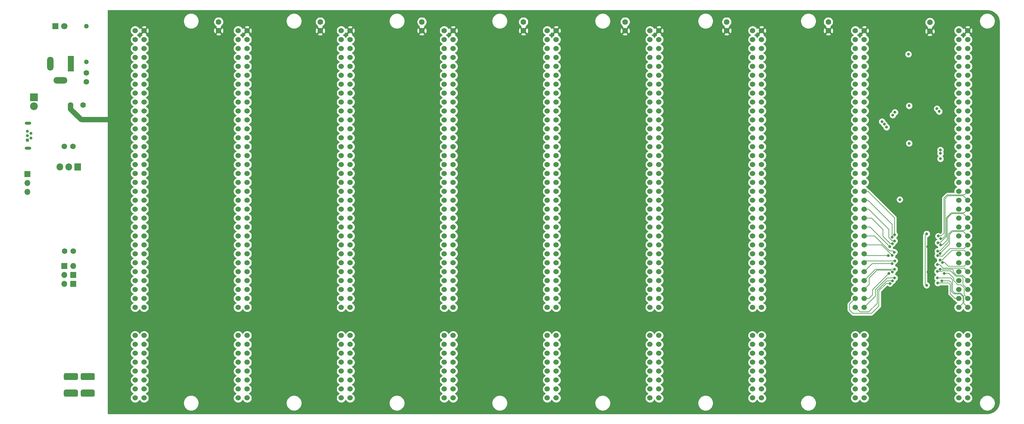
<source format=gbr>
G04 #@! TF.GenerationSoftware,KiCad,Pcbnew,(5.1.5-0-10_14)*
G04 #@! TF.CreationDate,2021-06-26T23:08:53+01:00*
G04 #@! TF.ProjectId,roscbus04,726f7363-6275-4733-9034-2e6b69636164,rev?*
G04 #@! TF.SameCoordinates,Original*
G04 #@! TF.FileFunction,Copper,L3,Inr*
G04 #@! TF.FilePolarity,Positive*
%FSLAX46Y46*%
G04 Gerber Fmt 4.6, Leading zero omitted, Abs format (unit mm)*
G04 Created by KiCad (PCBNEW (5.1.5-0-10_14)) date 2021-06-26 23:08:53*
%MOMM*%
%LPD*%
G04 APERTURE LIST*
%ADD10C,1.600000*%
%ADD11C,1.524000*%
%ADD12O,1.905000X2.000000*%
%ADD13R,1.905000X2.000000*%
%ADD14C,0.100000*%
%ADD15C,1.320800*%
%ADD16C,1.800000*%
%ADD17R,1.800000X1.800000*%
%ADD18O,1.700000X1.700000*%
%ADD19R,1.700000X1.700000*%
%ADD20C,2.200000*%
%ADD21R,2.200000X2.200000*%
%ADD22R,1.800000X4.400000*%
%ADD23O,1.800000X4.000000*%
%ADD24O,4.000000X1.800000*%
%ADD25O,1.850000X0.850000*%
%ADD26C,0.840000*%
%ADD27R,0.840000X0.840000*%
%ADD28C,1.600200*%
%ADD29C,0.800000*%
%ADD30C,0.160000*%
%ADD31C,1.500000*%
%ADD32C,0.254000*%
G04 APERTURE END LIST*
D10*
X67305000Y-41915000D03*
X67305000Y-44415000D03*
X96207500Y-41915000D03*
X96207500Y-44415000D03*
X125110000Y-41915000D03*
X125110000Y-44415000D03*
X154012500Y-41915000D03*
X154012500Y-44415000D03*
D11*
X43567000Y-131152000D03*
X46107000Y-131152000D03*
X43567000Y-133692000D03*
X46107000Y-133692000D03*
X43567000Y-136232000D03*
X46107000Y-136232000D03*
X43567000Y-138772000D03*
X46107000Y-138772000D03*
X43567000Y-141312000D03*
X46107000Y-141312000D03*
X43567000Y-143852000D03*
X46107000Y-143852000D03*
X43567000Y-146392000D03*
X46107000Y-146392000D03*
X43567000Y-148932000D03*
X46107000Y-148932000D03*
X46107000Y-123132000D03*
X43567000Y-123132000D03*
X46107000Y-120592000D03*
X43567000Y-120592000D03*
X43567000Y-44392000D03*
X46107000Y-44392000D03*
X43567000Y-46932000D03*
X46107000Y-46932000D03*
X43567000Y-49472000D03*
X46107000Y-49472000D03*
X43567000Y-52012000D03*
X46107000Y-52012000D03*
X43567000Y-54552000D03*
X46107000Y-54552000D03*
X43567000Y-57092000D03*
X46107000Y-57092000D03*
X43567000Y-59632000D03*
X46107000Y-59632000D03*
X43567000Y-62172000D03*
X46107000Y-62172000D03*
X43567000Y-64712000D03*
X46107000Y-64712000D03*
X43567000Y-67252000D03*
X46107000Y-67252000D03*
X43567000Y-69792000D03*
X46107000Y-69792000D03*
X43567000Y-72332000D03*
X46107000Y-72332000D03*
X43567000Y-74872000D03*
X46107000Y-74872000D03*
X43567000Y-77412000D03*
X46107000Y-77412000D03*
X43567000Y-79952000D03*
X46107000Y-79952000D03*
X43567000Y-82492000D03*
X46107000Y-82492000D03*
X43567000Y-85032000D03*
X46107000Y-85032000D03*
X43567000Y-87572000D03*
X46107000Y-87572000D03*
X43567000Y-90112000D03*
X46107000Y-90112000D03*
X43567000Y-92652000D03*
X46107000Y-92652000D03*
X43567000Y-95192000D03*
X46107000Y-95192000D03*
X43567000Y-97732000D03*
X46107000Y-97732000D03*
X43567000Y-100272000D03*
X46107000Y-100272000D03*
X43567000Y-102812000D03*
X46107000Y-102812000D03*
X43567000Y-105352000D03*
X46107000Y-105352000D03*
X43567000Y-107892000D03*
X46107000Y-107892000D03*
X43567000Y-110432000D03*
X46107000Y-110432000D03*
X43567000Y-112972000D03*
X46107000Y-112972000D03*
X43567000Y-115512000D03*
X46107000Y-115512000D03*
X43567000Y-118052000D03*
X46107000Y-118052000D03*
X72867000Y-131152000D03*
X75407000Y-131152000D03*
X72867000Y-133692000D03*
X75407000Y-133692000D03*
X72867000Y-136232000D03*
X75407000Y-136232000D03*
X72867000Y-138772000D03*
X75407000Y-138772000D03*
X72867000Y-141312000D03*
X75407000Y-141312000D03*
X72867000Y-143852000D03*
X75407000Y-143852000D03*
X72867000Y-146392000D03*
X75407000Y-146392000D03*
X72867000Y-148932000D03*
X75407000Y-148932000D03*
X75407000Y-123132000D03*
X72867000Y-123132000D03*
X75407000Y-120592000D03*
X72867000Y-120592000D03*
X72867000Y-44392000D03*
X75407000Y-44392000D03*
X72867000Y-46932000D03*
X75407000Y-46932000D03*
X72867000Y-49472000D03*
X75407000Y-49472000D03*
X72867000Y-52012000D03*
X75407000Y-52012000D03*
X72867000Y-54552000D03*
X75407000Y-54552000D03*
X72867000Y-57092000D03*
X75407000Y-57092000D03*
X72867000Y-59632000D03*
X75407000Y-59632000D03*
X72867000Y-62172000D03*
X75407000Y-62172000D03*
X72867000Y-64712000D03*
X75407000Y-64712000D03*
X72867000Y-67252000D03*
X75407000Y-67252000D03*
X72867000Y-69792000D03*
X75407000Y-69792000D03*
X72867000Y-72332000D03*
X75407000Y-72332000D03*
X72867000Y-74872000D03*
X75407000Y-74872000D03*
X72867000Y-77412000D03*
X75407000Y-77412000D03*
X72867000Y-79952000D03*
X75407000Y-79952000D03*
X72867000Y-82492000D03*
X75407000Y-82492000D03*
X72867000Y-85032000D03*
X75407000Y-85032000D03*
X72867000Y-87572000D03*
X75407000Y-87572000D03*
X72867000Y-90112000D03*
X75407000Y-90112000D03*
X72867000Y-92652000D03*
X75407000Y-92652000D03*
X72867000Y-95192000D03*
X75407000Y-95192000D03*
X72867000Y-97732000D03*
X75407000Y-97732000D03*
X72867000Y-100272000D03*
X75407000Y-100272000D03*
X72867000Y-102812000D03*
X75407000Y-102812000D03*
X72867000Y-105352000D03*
X75407000Y-105352000D03*
X72867000Y-107892000D03*
X75407000Y-107892000D03*
X72867000Y-110432000D03*
X75407000Y-110432000D03*
X72867000Y-112972000D03*
X75407000Y-112972000D03*
X72867000Y-115512000D03*
X75407000Y-115512000D03*
X72867000Y-118052000D03*
X75407000Y-118052000D03*
X102167000Y-131152000D03*
X104707000Y-131152000D03*
X102167000Y-133692000D03*
X104707000Y-133692000D03*
X102167000Y-136232000D03*
X104707000Y-136232000D03*
X102167000Y-138772000D03*
X104707000Y-138772000D03*
X102167000Y-141312000D03*
X104707000Y-141312000D03*
X102167000Y-143852000D03*
X104707000Y-143852000D03*
X102167000Y-146392000D03*
X104707000Y-146392000D03*
X102167000Y-148932000D03*
X104707000Y-148932000D03*
X104707000Y-123132000D03*
X102167000Y-123132000D03*
X104707000Y-120592000D03*
X102167000Y-120592000D03*
X102167000Y-44392000D03*
X104707000Y-44392000D03*
X102167000Y-46932000D03*
X104707000Y-46932000D03*
X102167000Y-49472000D03*
X104707000Y-49472000D03*
X102167000Y-52012000D03*
X104707000Y-52012000D03*
X102167000Y-54552000D03*
X104707000Y-54552000D03*
X102167000Y-57092000D03*
X104707000Y-57092000D03*
X102167000Y-59632000D03*
X104707000Y-59632000D03*
X102167000Y-62172000D03*
X104707000Y-62172000D03*
X102167000Y-64712000D03*
X104707000Y-64712000D03*
X102167000Y-67252000D03*
X104707000Y-67252000D03*
X102167000Y-69792000D03*
X104707000Y-69792000D03*
X102167000Y-72332000D03*
X104707000Y-72332000D03*
X102167000Y-74872000D03*
X104707000Y-74872000D03*
X102167000Y-77412000D03*
X104707000Y-77412000D03*
X102167000Y-79952000D03*
X104707000Y-79952000D03*
X102167000Y-82492000D03*
X104707000Y-82492000D03*
X102167000Y-85032000D03*
X104707000Y-85032000D03*
X102167000Y-87572000D03*
X104707000Y-87572000D03*
X102167000Y-90112000D03*
X104707000Y-90112000D03*
X102167000Y-92652000D03*
X104707000Y-92652000D03*
X102167000Y-95192000D03*
X104707000Y-95192000D03*
X102167000Y-97732000D03*
X104707000Y-97732000D03*
X102167000Y-100272000D03*
X104707000Y-100272000D03*
X102167000Y-102812000D03*
X104707000Y-102812000D03*
X102167000Y-105352000D03*
X104707000Y-105352000D03*
X102167000Y-107892000D03*
X104707000Y-107892000D03*
X102167000Y-110432000D03*
X104707000Y-110432000D03*
X102167000Y-112972000D03*
X104707000Y-112972000D03*
X102167000Y-115512000D03*
X104707000Y-115512000D03*
X102167000Y-118052000D03*
X104707000Y-118052000D03*
X131467000Y-131152000D03*
X134007000Y-131152000D03*
X131467000Y-133692000D03*
X134007000Y-133692000D03*
X131467000Y-136232000D03*
X134007000Y-136232000D03*
X131467000Y-138772000D03*
X134007000Y-138772000D03*
X131467000Y-141312000D03*
X134007000Y-141312000D03*
X131467000Y-143852000D03*
X134007000Y-143852000D03*
X131467000Y-146392000D03*
X134007000Y-146392000D03*
X131467000Y-148932000D03*
X134007000Y-148932000D03*
X134007000Y-123132000D03*
X131467000Y-123132000D03*
X134007000Y-120592000D03*
X131467000Y-120592000D03*
X131467000Y-44392000D03*
X134007000Y-44392000D03*
X131467000Y-46932000D03*
X134007000Y-46932000D03*
X131467000Y-49472000D03*
X134007000Y-49472000D03*
X131467000Y-52012000D03*
X134007000Y-52012000D03*
X131467000Y-54552000D03*
X134007000Y-54552000D03*
X131467000Y-57092000D03*
X134007000Y-57092000D03*
X131467000Y-59632000D03*
X134007000Y-59632000D03*
X131467000Y-62172000D03*
X134007000Y-62172000D03*
X131467000Y-64712000D03*
X134007000Y-64712000D03*
X131467000Y-67252000D03*
X134007000Y-67252000D03*
X131467000Y-69792000D03*
X134007000Y-69792000D03*
X131467000Y-72332000D03*
X134007000Y-72332000D03*
X131467000Y-74872000D03*
X134007000Y-74872000D03*
X131467000Y-77412000D03*
X134007000Y-77412000D03*
X131467000Y-79952000D03*
X134007000Y-79952000D03*
X131467000Y-82492000D03*
X134007000Y-82492000D03*
X131467000Y-85032000D03*
X134007000Y-85032000D03*
X131467000Y-87572000D03*
X134007000Y-87572000D03*
X131467000Y-90112000D03*
X134007000Y-90112000D03*
X131467000Y-92652000D03*
X134007000Y-92652000D03*
X131467000Y-95192000D03*
X134007000Y-95192000D03*
X131467000Y-97732000D03*
X134007000Y-97732000D03*
X131467000Y-100272000D03*
X134007000Y-100272000D03*
X131467000Y-102812000D03*
X134007000Y-102812000D03*
X131467000Y-105352000D03*
X134007000Y-105352000D03*
X131467000Y-107892000D03*
X134007000Y-107892000D03*
X131467000Y-110432000D03*
X134007000Y-110432000D03*
X131467000Y-112972000D03*
X134007000Y-112972000D03*
X131467000Y-115512000D03*
X134007000Y-115512000D03*
X131467000Y-118052000D03*
X134007000Y-118052000D03*
X250937000Y-123132000D03*
X248397000Y-123132000D03*
X250937000Y-120592000D03*
X248397000Y-120592000D03*
X248397000Y-44392000D03*
X250937000Y-44392000D03*
X248397000Y-46932000D03*
X250937000Y-46932000D03*
X248397000Y-49472000D03*
X250937000Y-49472000D03*
X248397000Y-52012000D03*
X250937000Y-52012000D03*
X248397000Y-54552000D03*
X250937000Y-54552000D03*
X248397000Y-57092000D03*
X250937000Y-57092000D03*
X248397000Y-59632000D03*
X250937000Y-59632000D03*
X248397000Y-62172000D03*
X250937000Y-62172000D03*
X248397000Y-64712000D03*
X250937000Y-64712000D03*
X248397000Y-67252000D03*
X250937000Y-67252000D03*
X248397000Y-69792000D03*
X250937000Y-69792000D03*
X248397000Y-72332000D03*
X250937000Y-72332000D03*
X248397000Y-74872000D03*
X250937000Y-74872000D03*
X248397000Y-77412000D03*
X250937000Y-77412000D03*
X248397000Y-79952000D03*
X250937000Y-79952000D03*
X248397000Y-82492000D03*
X250937000Y-82492000D03*
X248397000Y-85032000D03*
X250937000Y-85032000D03*
X248397000Y-87572000D03*
X250937000Y-87572000D03*
X248397000Y-90112000D03*
X250937000Y-90112000D03*
X248397000Y-92652000D03*
X250937000Y-92652000D03*
X248397000Y-95192000D03*
X250937000Y-95192000D03*
X248397000Y-97732000D03*
X250937000Y-97732000D03*
X248397000Y-100272000D03*
X250937000Y-100272000D03*
X248397000Y-102812000D03*
X250937000Y-102812000D03*
X248397000Y-105352000D03*
X250937000Y-105352000D03*
X248397000Y-107892000D03*
X250937000Y-107892000D03*
X248397000Y-110432000D03*
X250937000Y-110432000D03*
X248397000Y-112972000D03*
X250937000Y-112972000D03*
X248397000Y-115512000D03*
X250937000Y-115512000D03*
X248397000Y-118052000D03*
X250937000Y-118052000D03*
X277823000Y-131152000D03*
X280363000Y-131152000D03*
X277823000Y-133692000D03*
X280363000Y-133692000D03*
X277823000Y-136232000D03*
X280363000Y-136232000D03*
X277823000Y-138772000D03*
X280363000Y-138772000D03*
X277823000Y-141312000D03*
X280363000Y-141312000D03*
X277823000Y-143852000D03*
X280363000Y-143852000D03*
X277823000Y-146392000D03*
X280363000Y-146392000D03*
X277823000Y-148932000D03*
X280363000Y-148932000D03*
X280363000Y-123132000D03*
X277823000Y-123132000D03*
X280363000Y-120592000D03*
X277823000Y-120592000D03*
X277823000Y-44392000D03*
X280363000Y-44392000D03*
X277823000Y-46932000D03*
X280363000Y-46932000D03*
X277823000Y-49472000D03*
X280363000Y-49472000D03*
X277823000Y-52012000D03*
X280363000Y-52012000D03*
X277823000Y-54552000D03*
X280363000Y-54552000D03*
X277823000Y-57092000D03*
X280363000Y-57092000D03*
X277823000Y-59632000D03*
X280363000Y-59632000D03*
X277823000Y-62172000D03*
X280363000Y-62172000D03*
X277823000Y-64712000D03*
X280363000Y-64712000D03*
X277823000Y-67252000D03*
X280363000Y-67252000D03*
X277823000Y-69792000D03*
X280363000Y-69792000D03*
X277823000Y-72332000D03*
X280363000Y-72332000D03*
X277823000Y-74872000D03*
X280363000Y-74872000D03*
X277823000Y-77412000D03*
X280363000Y-77412000D03*
X277823000Y-79952000D03*
X280363000Y-79952000D03*
X277823000Y-82492000D03*
X280363000Y-82492000D03*
X277823000Y-85032000D03*
X280363000Y-85032000D03*
X277823000Y-87572000D03*
X280363000Y-87572000D03*
X277823000Y-90112000D03*
X280363000Y-90112000D03*
X277823000Y-92652000D03*
X280363000Y-92652000D03*
X277823000Y-95192000D03*
X280363000Y-95192000D03*
X277823000Y-97732000D03*
X280363000Y-97732000D03*
X277823000Y-100272000D03*
X280363000Y-100272000D03*
X277823000Y-102812000D03*
X280363000Y-102812000D03*
X277823000Y-105352000D03*
X280363000Y-105352000D03*
X277823000Y-107892000D03*
X280363000Y-107892000D03*
X277823000Y-110432000D03*
X280363000Y-110432000D03*
X277823000Y-112972000D03*
X280363000Y-112972000D03*
X277823000Y-115512000D03*
X280363000Y-115512000D03*
X277823000Y-118052000D03*
X280363000Y-118052000D03*
D12*
X22120000Y-83200000D03*
X24660000Y-83200000D03*
D13*
X27200000Y-83200000D03*
G04 #@! TA.AperFunction,ViaPad*
D14*
G36*
X31644009Y-141832408D02*
G01*
X31692545Y-141839607D01*
X31740142Y-141851530D01*
X31786342Y-141868060D01*
X31830698Y-141889039D01*
X31872785Y-141914265D01*
X31912197Y-141943495D01*
X31948553Y-141976447D01*
X31981505Y-142012803D01*
X32010735Y-142052215D01*
X32035961Y-142094302D01*
X32056940Y-142138658D01*
X32073470Y-142184858D01*
X32085393Y-142232455D01*
X32092592Y-142280991D01*
X32095000Y-142330000D01*
X32095000Y-143330000D01*
X32092592Y-143379009D01*
X32085393Y-143427545D01*
X32073470Y-143475142D01*
X32056940Y-143521342D01*
X32035961Y-143565698D01*
X32010735Y-143607785D01*
X31981505Y-143647197D01*
X31948553Y-143683553D01*
X31912197Y-143716505D01*
X31872785Y-143745735D01*
X31830698Y-143770961D01*
X31786342Y-143791940D01*
X31740142Y-143808470D01*
X31692545Y-143820393D01*
X31644009Y-143827592D01*
X31595000Y-143830000D01*
X28595000Y-143830000D01*
X28545991Y-143827592D01*
X28497455Y-143820393D01*
X28449858Y-143808470D01*
X28403658Y-143791940D01*
X28359302Y-143770961D01*
X28317215Y-143745735D01*
X28277803Y-143716505D01*
X28241447Y-143683553D01*
X28208495Y-143647197D01*
X28179265Y-143607785D01*
X28154039Y-143565698D01*
X28133060Y-143521342D01*
X28116530Y-143475142D01*
X28104607Y-143427545D01*
X28097408Y-143379009D01*
X28095000Y-143330000D01*
X28095000Y-142330000D01*
X28097408Y-142280991D01*
X28104607Y-142232455D01*
X28116530Y-142184858D01*
X28133060Y-142138658D01*
X28154039Y-142094302D01*
X28179265Y-142052215D01*
X28208495Y-142012803D01*
X28241447Y-141976447D01*
X28277803Y-141943495D01*
X28317215Y-141914265D01*
X28359302Y-141889039D01*
X28403658Y-141868060D01*
X28449858Y-141851530D01*
X28497455Y-141839607D01*
X28545991Y-141832408D01*
X28595000Y-141830000D01*
X31595000Y-141830000D01*
X31644009Y-141832408D01*
G37*
G04 #@! TD.AperFunction*
G04 #@! TA.AperFunction,ViaPad*
G36*
X26844009Y-141832408D02*
G01*
X26892545Y-141839607D01*
X26940142Y-141851530D01*
X26986342Y-141868060D01*
X27030698Y-141889039D01*
X27072785Y-141914265D01*
X27112197Y-141943495D01*
X27148553Y-141976447D01*
X27181505Y-142012803D01*
X27210735Y-142052215D01*
X27235961Y-142094302D01*
X27256940Y-142138658D01*
X27273470Y-142184858D01*
X27285393Y-142232455D01*
X27292592Y-142280991D01*
X27295000Y-142330000D01*
X27295000Y-143330000D01*
X27292592Y-143379009D01*
X27285393Y-143427545D01*
X27273470Y-143475142D01*
X27256940Y-143521342D01*
X27235961Y-143565698D01*
X27210735Y-143607785D01*
X27181505Y-143647197D01*
X27148553Y-143683553D01*
X27112197Y-143716505D01*
X27072785Y-143745735D01*
X27030698Y-143770961D01*
X26986342Y-143791940D01*
X26940142Y-143808470D01*
X26892545Y-143820393D01*
X26844009Y-143827592D01*
X26795000Y-143830000D01*
X23795000Y-143830000D01*
X23745991Y-143827592D01*
X23697455Y-143820393D01*
X23649858Y-143808470D01*
X23603658Y-143791940D01*
X23559302Y-143770961D01*
X23517215Y-143745735D01*
X23477803Y-143716505D01*
X23441447Y-143683553D01*
X23408495Y-143647197D01*
X23379265Y-143607785D01*
X23354039Y-143565698D01*
X23333060Y-143521342D01*
X23316530Y-143475142D01*
X23304607Y-143427545D01*
X23297408Y-143379009D01*
X23295000Y-143330000D01*
X23295000Y-142330000D01*
X23297408Y-142280991D01*
X23304607Y-142232455D01*
X23316530Y-142184858D01*
X23333060Y-142138658D01*
X23354039Y-142094302D01*
X23379265Y-142052215D01*
X23408495Y-142012803D01*
X23441447Y-141976447D01*
X23477803Y-141943495D01*
X23517215Y-141914265D01*
X23559302Y-141889039D01*
X23603658Y-141868060D01*
X23649858Y-141851530D01*
X23697455Y-141839607D01*
X23745991Y-141832408D01*
X23795000Y-141830000D01*
X26795000Y-141830000D01*
X26844009Y-141832408D01*
G37*
G04 #@! TD.AperFunction*
G04 #@! TA.AperFunction,ViaPad*
G36*
X26844009Y-146562408D02*
G01*
X26892545Y-146569607D01*
X26940142Y-146581530D01*
X26986342Y-146598060D01*
X27030698Y-146619039D01*
X27072785Y-146644265D01*
X27112197Y-146673495D01*
X27148553Y-146706447D01*
X27181505Y-146742803D01*
X27210735Y-146782215D01*
X27235961Y-146824302D01*
X27256940Y-146868658D01*
X27273470Y-146914858D01*
X27285393Y-146962455D01*
X27292592Y-147010991D01*
X27295000Y-147060000D01*
X27295000Y-148060000D01*
X27292592Y-148109009D01*
X27285393Y-148157545D01*
X27273470Y-148205142D01*
X27256940Y-148251342D01*
X27235961Y-148295698D01*
X27210735Y-148337785D01*
X27181505Y-148377197D01*
X27148553Y-148413553D01*
X27112197Y-148446505D01*
X27072785Y-148475735D01*
X27030698Y-148500961D01*
X26986342Y-148521940D01*
X26940142Y-148538470D01*
X26892545Y-148550393D01*
X26844009Y-148557592D01*
X26795000Y-148560000D01*
X23795000Y-148560000D01*
X23745991Y-148557592D01*
X23697455Y-148550393D01*
X23649858Y-148538470D01*
X23603658Y-148521940D01*
X23559302Y-148500961D01*
X23517215Y-148475735D01*
X23477803Y-148446505D01*
X23441447Y-148413553D01*
X23408495Y-148377197D01*
X23379265Y-148337785D01*
X23354039Y-148295698D01*
X23333060Y-148251342D01*
X23316530Y-148205142D01*
X23304607Y-148157545D01*
X23297408Y-148109009D01*
X23295000Y-148060000D01*
X23295000Y-147060000D01*
X23297408Y-147010991D01*
X23304607Y-146962455D01*
X23316530Y-146914858D01*
X23333060Y-146868658D01*
X23354039Y-146824302D01*
X23379265Y-146782215D01*
X23408495Y-146742803D01*
X23441447Y-146706447D01*
X23477803Y-146673495D01*
X23517215Y-146644265D01*
X23559302Y-146619039D01*
X23603658Y-146598060D01*
X23649858Y-146581530D01*
X23697455Y-146569607D01*
X23745991Y-146562408D01*
X23795000Y-146560000D01*
X26795000Y-146560000D01*
X26844009Y-146562408D01*
G37*
G04 #@! TD.AperFunction*
G04 #@! TA.AperFunction,ViaPad*
G36*
X31644009Y-146562408D02*
G01*
X31692545Y-146569607D01*
X31740142Y-146581530D01*
X31786342Y-146598060D01*
X31830698Y-146619039D01*
X31872785Y-146644265D01*
X31912197Y-146673495D01*
X31948553Y-146706447D01*
X31981505Y-146742803D01*
X32010735Y-146782215D01*
X32035961Y-146824302D01*
X32056940Y-146868658D01*
X32073470Y-146914858D01*
X32085393Y-146962455D01*
X32092592Y-147010991D01*
X32095000Y-147060000D01*
X32095000Y-148060000D01*
X32092592Y-148109009D01*
X32085393Y-148157545D01*
X32073470Y-148205142D01*
X32056940Y-148251342D01*
X32035961Y-148295698D01*
X32010735Y-148337785D01*
X31981505Y-148377197D01*
X31948553Y-148413553D01*
X31912197Y-148446505D01*
X31872785Y-148475735D01*
X31830698Y-148500961D01*
X31786342Y-148521940D01*
X31740142Y-148538470D01*
X31692545Y-148550393D01*
X31644009Y-148557592D01*
X31595000Y-148560000D01*
X28595000Y-148560000D01*
X28545991Y-148557592D01*
X28497455Y-148550393D01*
X28449858Y-148538470D01*
X28403658Y-148521940D01*
X28359302Y-148500961D01*
X28317215Y-148475735D01*
X28277803Y-148446505D01*
X28241447Y-148413553D01*
X28208495Y-148377197D01*
X28179265Y-148337785D01*
X28154039Y-148295698D01*
X28133060Y-148251342D01*
X28116530Y-148205142D01*
X28104607Y-148157545D01*
X28097408Y-148109009D01*
X28095000Y-148060000D01*
X28095000Y-147060000D01*
X28097408Y-147010991D01*
X28104607Y-146962455D01*
X28116530Y-146914858D01*
X28133060Y-146868658D01*
X28154039Y-146824302D01*
X28179265Y-146782215D01*
X28208495Y-146742803D01*
X28241447Y-146706447D01*
X28277803Y-146673495D01*
X28317215Y-146644265D01*
X28359302Y-146619039D01*
X28403658Y-146598060D01*
X28449858Y-146581530D01*
X28497455Y-146569607D01*
X28545991Y-146562408D01*
X28595000Y-146560000D01*
X31595000Y-146560000D01*
X31644009Y-146562408D01*
G37*
G04 #@! TD.AperFunction*
D15*
X29660000Y-43137000D03*
X29660000Y-53297000D03*
D16*
X23425000Y-43140000D03*
D17*
X20885000Y-43140000D03*
D18*
X25955000Y-111390000D03*
D19*
X23415000Y-111390000D03*
D18*
X23415000Y-113940000D03*
D19*
X25955000Y-113940000D03*
D18*
X23415000Y-116465000D03*
D19*
X25955000Y-116465000D03*
D18*
X12920000Y-90310000D03*
X12920000Y-87770000D03*
D19*
X12920000Y-85230000D03*
D20*
X14785000Y-65890000D03*
D21*
X14785000Y-63350000D03*
D22*
X25285000Y-53780000D03*
D23*
X19485000Y-53780000D03*
D24*
X22285000Y-58580000D03*
D25*
X13135000Y-70715000D03*
X13135000Y-77865000D03*
D26*
X12915000Y-72990000D03*
X13915000Y-73640000D03*
X12915000Y-74290000D03*
X13915000Y-74940000D03*
D27*
X12915000Y-75590000D03*
D10*
X25910000Y-77320000D03*
X23410000Y-77320000D03*
X29660000Y-58951000D03*
X29660000Y-56451000D03*
X269615000Y-42073000D03*
X269615000Y-44573000D03*
X240720000Y-41915000D03*
X240720000Y-44415000D03*
X211817500Y-41915000D03*
X211817500Y-44415000D03*
X182915000Y-41915000D03*
X182915000Y-44415000D03*
X25974000Y-107121000D03*
X23474000Y-107121000D03*
D28*
X28778000Y-65600000D03*
X25222000Y-65600000D03*
D11*
X248397000Y-131152000D03*
X250937000Y-131152000D03*
X248397000Y-133692000D03*
X250937000Y-133692000D03*
X248397000Y-136232000D03*
X250937000Y-136232000D03*
X248397000Y-138772000D03*
X250937000Y-138772000D03*
X248397000Y-141312000D03*
X250937000Y-141312000D03*
X248397000Y-143852000D03*
X250937000Y-143852000D03*
X248397000Y-146392000D03*
X250937000Y-146392000D03*
X248397000Y-148932000D03*
X250937000Y-148932000D03*
X219187000Y-131152000D03*
X221727000Y-131152000D03*
X219187000Y-133692000D03*
X221727000Y-133692000D03*
X219187000Y-136232000D03*
X221727000Y-136232000D03*
X219187000Y-138772000D03*
X221727000Y-138772000D03*
X219187000Y-141312000D03*
X221727000Y-141312000D03*
X219187000Y-143852000D03*
X221727000Y-143852000D03*
X219187000Y-146392000D03*
X221727000Y-146392000D03*
X219187000Y-148932000D03*
X221727000Y-148932000D03*
X221727000Y-123132000D03*
X219187000Y-123132000D03*
X221727000Y-120592000D03*
X219187000Y-120592000D03*
X219187000Y-44392000D03*
X221727000Y-44392000D03*
X219187000Y-46932000D03*
X221727000Y-46932000D03*
X219187000Y-49472000D03*
X221727000Y-49472000D03*
X219187000Y-52012000D03*
X221727000Y-52012000D03*
X219187000Y-54552000D03*
X221727000Y-54552000D03*
X219187000Y-57092000D03*
X221727000Y-57092000D03*
X219187000Y-59632000D03*
X221727000Y-59632000D03*
X219187000Y-62172000D03*
X221727000Y-62172000D03*
X219187000Y-64712000D03*
X221727000Y-64712000D03*
X219187000Y-67252000D03*
X221727000Y-67252000D03*
X219187000Y-69792000D03*
X221727000Y-69792000D03*
X219187000Y-72332000D03*
X221727000Y-72332000D03*
X219187000Y-74872000D03*
X221727000Y-74872000D03*
X219187000Y-77412000D03*
X221727000Y-77412000D03*
X219187000Y-79952000D03*
X221727000Y-79952000D03*
X219187000Y-82492000D03*
X221727000Y-82492000D03*
X219187000Y-85032000D03*
X221727000Y-85032000D03*
X219187000Y-87572000D03*
X221727000Y-87572000D03*
X219187000Y-90112000D03*
X221727000Y-90112000D03*
X219187000Y-92652000D03*
X221727000Y-92652000D03*
X219187000Y-95192000D03*
X221727000Y-95192000D03*
X219187000Y-97732000D03*
X221727000Y-97732000D03*
X219187000Y-100272000D03*
X221727000Y-100272000D03*
X219187000Y-102812000D03*
X221727000Y-102812000D03*
X219187000Y-105352000D03*
X221727000Y-105352000D03*
X219187000Y-107892000D03*
X221727000Y-107892000D03*
X219187000Y-110432000D03*
X221727000Y-110432000D03*
X219187000Y-112972000D03*
X221727000Y-112972000D03*
X219187000Y-115512000D03*
X221727000Y-115512000D03*
X219187000Y-118052000D03*
X221727000Y-118052000D03*
X189977000Y-131152000D03*
X192517000Y-131152000D03*
X189977000Y-133692000D03*
X192517000Y-133692000D03*
X189977000Y-136232000D03*
X192517000Y-136232000D03*
X189977000Y-138772000D03*
X192517000Y-138772000D03*
X189977000Y-141312000D03*
X192517000Y-141312000D03*
X189977000Y-143852000D03*
X192517000Y-143852000D03*
X189977000Y-146392000D03*
X192517000Y-146392000D03*
X189977000Y-148932000D03*
X192517000Y-148932000D03*
X192517000Y-123132000D03*
X189977000Y-123132000D03*
X192517000Y-120592000D03*
X189977000Y-120592000D03*
X189977000Y-44392000D03*
X192517000Y-44392000D03*
X189977000Y-46932000D03*
X192517000Y-46932000D03*
X189977000Y-49472000D03*
X192517000Y-49472000D03*
X189977000Y-52012000D03*
X192517000Y-52012000D03*
X189977000Y-54552000D03*
X192517000Y-54552000D03*
X189977000Y-57092000D03*
X192517000Y-57092000D03*
X189977000Y-59632000D03*
X192517000Y-59632000D03*
X189977000Y-62172000D03*
X192517000Y-62172000D03*
X189977000Y-64712000D03*
X192517000Y-64712000D03*
X189977000Y-67252000D03*
X192517000Y-67252000D03*
X189977000Y-69792000D03*
X192517000Y-69792000D03*
X189977000Y-72332000D03*
X192517000Y-72332000D03*
X189977000Y-74872000D03*
X192517000Y-74872000D03*
X189977000Y-77412000D03*
X192517000Y-77412000D03*
X189977000Y-79952000D03*
X192517000Y-79952000D03*
X189977000Y-82492000D03*
X192517000Y-82492000D03*
X189977000Y-85032000D03*
X192517000Y-85032000D03*
X189977000Y-87572000D03*
X192517000Y-87572000D03*
X189977000Y-90112000D03*
X192517000Y-90112000D03*
X189977000Y-92652000D03*
X192517000Y-92652000D03*
X189977000Y-95192000D03*
X192517000Y-95192000D03*
X189977000Y-97732000D03*
X192517000Y-97732000D03*
X189977000Y-100272000D03*
X192517000Y-100272000D03*
X189977000Y-102812000D03*
X192517000Y-102812000D03*
X189977000Y-105352000D03*
X192517000Y-105352000D03*
X189977000Y-107892000D03*
X192517000Y-107892000D03*
X189977000Y-110432000D03*
X192517000Y-110432000D03*
X189977000Y-112972000D03*
X192517000Y-112972000D03*
X189977000Y-115512000D03*
X192517000Y-115512000D03*
X189977000Y-118052000D03*
X192517000Y-118052000D03*
X160767000Y-131152000D03*
X163307000Y-131152000D03*
X160767000Y-133692000D03*
X163307000Y-133692000D03*
X160767000Y-136232000D03*
X163307000Y-136232000D03*
X160767000Y-138772000D03*
X163307000Y-138772000D03*
X160767000Y-141312000D03*
X163307000Y-141312000D03*
X160767000Y-143852000D03*
X163307000Y-143852000D03*
X160767000Y-146392000D03*
X163307000Y-146392000D03*
X160767000Y-148932000D03*
X163307000Y-148932000D03*
X163307000Y-123132000D03*
X160767000Y-123132000D03*
X163307000Y-120592000D03*
X160767000Y-120592000D03*
X160767000Y-44392000D03*
X163307000Y-44392000D03*
X160767000Y-46932000D03*
X163307000Y-46932000D03*
X160767000Y-49472000D03*
X163307000Y-49472000D03*
X160767000Y-52012000D03*
X163307000Y-52012000D03*
X160767000Y-54552000D03*
X163307000Y-54552000D03*
X160767000Y-57092000D03*
X163307000Y-57092000D03*
X160767000Y-59632000D03*
X163307000Y-59632000D03*
X160767000Y-62172000D03*
X163307000Y-62172000D03*
X160767000Y-64712000D03*
X163307000Y-64712000D03*
X160767000Y-67252000D03*
X163307000Y-67252000D03*
X160767000Y-69792000D03*
X163307000Y-69792000D03*
X160767000Y-72332000D03*
X163307000Y-72332000D03*
X160767000Y-74872000D03*
X163307000Y-74872000D03*
X160767000Y-77412000D03*
X163307000Y-77412000D03*
X160767000Y-79952000D03*
X163307000Y-79952000D03*
X160767000Y-82492000D03*
X163307000Y-82492000D03*
X160767000Y-85032000D03*
X163307000Y-85032000D03*
X160767000Y-87572000D03*
X163307000Y-87572000D03*
X160767000Y-90112000D03*
X163307000Y-90112000D03*
X160767000Y-92652000D03*
X163307000Y-92652000D03*
X160767000Y-95192000D03*
X163307000Y-95192000D03*
X160767000Y-97732000D03*
X163307000Y-97732000D03*
X160767000Y-100272000D03*
X163307000Y-100272000D03*
X160767000Y-102812000D03*
X163307000Y-102812000D03*
X160767000Y-105352000D03*
X163307000Y-105352000D03*
X160767000Y-107892000D03*
X163307000Y-107892000D03*
X160767000Y-110432000D03*
X163307000Y-110432000D03*
X160767000Y-112972000D03*
X163307000Y-112972000D03*
X160767000Y-115512000D03*
X163307000Y-115512000D03*
X160767000Y-118052000D03*
X163307000Y-118052000D03*
D29*
X271741000Y-114783000D03*
X272986000Y-115586000D03*
X273656000Y-113503000D03*
X271852000Y-116218500D03*
X271728000Y-112917000D03*
X268661000Y-116855000D03*
X268702000Y-102225000D03*
X272473000Y-112274000D03*
X271785000Y-110994000D03*
X273226980Y-110344731D03*
X272505000Y-109712000D03*
X261040000Y-92468000D03*
X263496000Y-51111000D03*
X263699000Y-65780000D03*
X263685000Y-76473000D03*
X271804000Y-108432000D03*
X272532114Y-107801491D03*
X271848000Y-107128000D03*
X272651353Y-105408330D03*
X271937000Y-104767000D03*
X272639461Y-103579800D03*
X271992000Y-102871000D03*
X272610000Y-78375000D03*
X272612299Y-79334999D03*
X272607000Y-80859000D03*
X272253000Y-67386881D03*
X271613000Y-66608000D03*
X263189000Y-80248000D03*
X263189000Y-87236000D03*
X262701000Y-61908000D03*
X262910000Y-55192000D03*
X264971000Y-50020000D03*
X264911000Y-75782000D03*
X264952000Y-101553000D03*
X269011000Y-113051000D03*
X268917000Y-105848000D03*
X258258000Y-116353000D03*
X258983000Y-115582000D03*
X259578000Y-114783000D03*
X257918000Y-113503000D03*
X258955000Y-113095000D03*
X259578000Y-112274000D03*
X258914000Y-110688000D03*
X259606000Y-109907000D03*
X257806000Y-108432000D03*
X258874000Y-108329000D03*
X259514000Y-107449000D03*
X258233000Y-105848000D03*
X258927000Y-105020000D03*
X259541000Y-104246000D03*
X258900000Y-103205000D03*
X259541000Y-102458000D03*
X259667000Y-67638000D03*
X259027000Y-68419382D03*
X256001258Y-70285238D03*
X256641258Y-71035992D03*
X257283000Y-71876286D03*
D30*
X271741000Y-114783000D02*
X275541990Y-114783000D01*
X276068990Y-115310000D02*
X276068991Y-118498553D01*
X275541990Y-114783000D02*
X276068990Y-115310000D01*
X279321000Y-122090000D02*
X280363000Y-123132000D01*
X279321000Y-120002562D02*
X279321000Y-122090000D01*
X276068991Y-118498553D02*
X276624439Y-119054001D01*
X278372439Y-119054001D02*
X279321000Y-120002562D01*
X276624439Y-119054001D02*
X278372439Y-119054001D01*
X272986000Y-115586000D02*
X275259981Y-115586000D01*
X275748982Y-118631106D02*
X276491887Y-119374011D01*
X275748982Y-116075001D02*
X275748982Y-118631106D01*
X275259981Y-115586000D02*
X275748982Y-116075001D01*
X278239887Y-119374011D02*
X279000990Y-120135114D01*
X276491887Y-119374011D02*
X278239887Y-119374011D01*
X279000990Y-121954010D02*
X277823000Y-123132000D01*
X279000990Y-120135114D02*
X279000990Y-121954010D01*
X273656000Y-113503000D02*
X275043000Y-113503000D01*
X275043000Y-113503000D02*
X276389000Y-114849000D01*
X276389000Y-115560962D02*
X277503038Y-116675000D01*
X276389000Y-114849000D02*
X276389000Y-115560962D01*
X277503038Y-116675000D02*
X278457000Y-116675000D01*
X279360999Y-119589999D02*
X279601001Y-119830001D01*
X279601001Y-119830001D02*
X280363000Y-120592000D01*
X279360999Y-117578999D02*
X279360999Y-119589999D01*
X278457000Y-116675000D02*
X279360999Y-117578999D01*
X271859501Y-116226001D02*
X274566001Y-116226001D01*
X271852000Y-116218500D02*
X271859501Y-116226001D01*
X274566001Y-116226001D02*
X274569000Y-116229000D01*
X275036000Y-116229000D02*
X275428972Y-116621972D01*
X274569000Y-116229000D02*
X275036000Y-116229000D01*
X276745370Y-120592000D02*
X277823000Y-120592000D01*
X275428973Y-119275603D02*
X276745370Y-120592000D01*
X275428972Y-116621972D02*
X275428973Y-119275603D01*
X278730448Y-114332010D02*
X279032000Y-114633562D01*
X277075448Y-114332010D02*
X278730448Y-114332010D01*
X275491438Y-112748000D02*
X277075448Y-114332010D01*
X279032000Y-116721000D02*
X280363000Y-118052000D01*
X279032000Y-114633562D02*
X279032000Y-116721000D01*
X273168000Y-112748000D02*
X275491438Y-112748000D01*
X272999000Y-112917000D02*
X273168000Y-112748000D01*
X271728000Y-112917000D02*
X272999000Y-112917000D01*
X268261001Y-102665999D02*
X268702000Y-102225000D01*
X268261001Y-116455001D02*
X268261001Y-102665999D01*
X268661000Y-116855000D02*
X268261001Y-116455001D01*
X272473000Y-112274000D02*
X272571000Y-112274000D01*
X272571000Y-112274000D02*
X272587009Y-112290009D01*
X272587009Y-112290009D02*
X276028009Y-112290009D01*
X276028009Y-112290009D02*
X276261000Y-112523000D01*
X276261000Y-112523000D02*
X276261000Y-113065000D01*
X276261000Y-113065000D02*
X277208000Y-114012000D01*
X278863000Y-114012000D02*
X280363000Y-115512000D01*
X277208000Y-114012000D02*
X278863000Y-114012000D01*
X279601001Y-112210001D02*
X280363000Y-112972000D01*
X273326684Y-111969999D02*
X279360999Y-111969999D01*
X279360999Y-111969999D02*
X279601001Y-112210001D01*
X272350685Y-110994000D02*
X273326684Y-111969999D01*
X271785000Y-110994000D02*
X272350685Y-110994000D01*
X274881935Y-111434001D02*
X279360999Y-111434001D01*
X273792665Y-110344731D02*
X274881935Y-111434001D01*
X279601001Y-111193999D02*
X280363000Y-110432000D01*
X279360999Y-111434001D02*
X279601001Y-111193999D01*
X273226980Y-110344731D02*
X273792665Y-110344731D01*
X279601001Y-107130001D02*
X280363000Y-107892000D01*
X273070685Y-109712000D02*
X275892686Y-106889999D01*
X279360999Y-106889999D02*
X279601001Y-107130001D01*
X275892686Y-106889999D02*
X279360999Y-106889999D01*
X272505000Y-109712000D02*
X273070685Y-109712000D01*
X272369685Y-108432000D02*
X272520685Y-108583000D01*
X271804000Y-108432000D02*
X272369685Y-108432000D01*
X272520685Y-108583000D02*
X273193000Y-108583000D01*
X279601001Y-106113999D02*
X280363000Y-105352000D01*
X279360999Y-106354001D02*
X279601001Y-106113999D01*
X275421999Y-106354001D02*
X279360999Y-106354001D01*
X273193000Y-108583000D02*
X275421999Y-106354001D01*
X272532114Y-107801491D02*
X275213050Y-105120555D01*
X275213050Y-102439950D02*
X276058989Y-101594011D01*
X275213050Y-105120555D02*
X275213050Y-102439950D01*
X279145011Y-101594011D02*
X280363000Y-102812000D01*
X276058989Y-101594011D02*
X279145011Y-101594011D01*
X272413685Y-107128000D02*
X274893040Y-104648645D01*
X271848000Y-107128000D02*
X272413685Y-107128000D01*
X274893040Y-104648645D02*
X274893040Y-102290960D01*
X274893040Y-102290960D02*
X275909999Y-101274001D01*
X279360999Y-101274001D02*
X280363000Y-100272000D01*
X275909999Y-101274001D02*
X279360999Y-101274001D01*
X273217038Y-105408330D02*
X274573030Y-104052338D01*
X272651353Y-105408330D02*
X273217038Y-105408330D01*
X274573030Y-104052338D02*
X274573030Y-97765532D01*
X274573030Y-97765532D02*
X275824551Y-96514011D01*
X279145011Y-96514011D02*
X280363000Y-97732000D01*
X275824551Y-96514011D02*
X279145011Y-96514011D01*
X275691999Y-96194001D02*
X279360999Y-96194001D01*
X274253020Y-97632980D02*
X275691999Y-96194001D01*
X279360999Y-96194001D02*
X280363000Y-95192000D01*
X274253020Y-103016665D02*
X274253020Y-97632980D01*
X272502685Y-104767000D02*
X274253020Y-103016665D01*
X271937000Y-104767000D02*
X272502685Y-104767000D01*
X273205146Y-103579800D02*
X273933010Y-102851936D01*
X272639461Y-103579800D02*
X273205146Y-103579800D01*
X273933010Y-92253990D02*
X274752989Y-91434011D01*
X273933010Y-102851936D02*
X273933010Y-92253990D01*
X279145011Y-91434011D02*
X280363000Y-92652000D01*
X274752989Y-91434011D02*
X279145011Y-91434011D01*
X279360999Y-91114001D02*
X280363000Y-90112000D01*
X274569999Y-91114001D02*
X279360999Y-91114001D01*
X273613000Y-92071000D02*
X274569999Y-91114001D01*
X272770000Y-102871000D02*
X273613000Y-102028000D01*
X273613000Y-102028000D02*
X273613000Y-92071000D01*
X271992000Y-102871000D02*
X272770000Y-102871000D01*
D31*
X25222000Y-66731512D02*
X28163488Y-69673000D01*
X25222000Y-65600000D02*
X25222000Y-66731512D01*
X28464488Y-69758000D02*
X37243000Y-69758000D01*
D30*
X258258000Y-116353000D02*
X257192000Y-116353000D01*
X257192000Y-116353000D02*
X255098000Y-118447000D01*
X255098000Y-118447000D02*
X255098000Y-122773000D01*
X255098000Y-122773000D02*
X253009000Y-124862000D01*
X253009000Y-124862000D02*
X247726000Y-124862000D01*
X247726000Y-124862000D02*
X246746000Y-123882000D01*
X246746000Y-122243000D02*
X248397000Y-120592000D01*
X246746000Y-123882000D02*
X246746000Y-122243000D01*
X258983000Y-115582000D02*
X257367000Y-115582000D01*
X257367000Y-115582000D02*
X254608000Y-118341000D01*
X254608000Y-118341000D02*
X254608000Y-122050000D01*
X254608000Y-122050000D02*
X252199000Y-124459000D01*
X249724000Y-124459000D02*
X248397000Y-123132000D01*
X252199000Y-124459000D02*
X249724000Y-124459000D01*
X259578000Y-114783000D02*
X257489000Y-114783000D01*
X257489000Y-114783000D02*
X254118000Y-118154000D01*
X254118000Y-119951000D02*
X250937000Y-123132000D01*
X254118000Y-118154000D02*
X254118000Y-119951000D01*
X250937000Y-120592000D02*
X252269000Y-120592000D01*
X252269000Y-120592000D02*
X253278000Y-119583000D01*
X253278000Y-118143000D02*
X253301000Y-118120000D01*
X253278000Y-119583000D02*
X253278000Y-118143000D01*
X253301000Y-118120000D02*
X257918000Y-113503000D01*
X258955000Y-113095000D02*
X258454010Y-112594010D01*
X258454010Y-112594010D02*
X254527990Y-112594010D01*
X254527990Y-112594010D02*
X252391000Y-114731000D01*
X252391000Y-116598000D02*
X250937000Y-118052000D01*
X252391000Y-114731000D02*
X252391000Y-116598000D01*
X251698999Y-114750001D02*
X251698999Y-114746001D01*
X250937000Y-115512000D02*
X251698999Y-114750001D01*
X254171000Y-112274000D02*
X259578000Y-112274000D01*
X251698999Y-114746001D02*
X254171000Y-112274000D01*
X253221000Y-110688000D02*
X258914000Y-110688000D01*
X250937000Y-112972000D02*
X253221000Y-110688000D01*
X251462000Y-109907000D02*
X250937000Y-110432000D01*
X259606000Y-109907000D02*
X251462000Y-109907000D01*
X251477000Y-108432000D02*
X250937000Y-107892000D01*
X257806000Y-108432000D02*
X251477000Y-108432000D01*
X258474001Y-107929001D02*
X258464001Y-107929001D01*
X258874000Y-108329000D02*
X258474001Y-107929001D01*
X255887000Y-105352000D02*
X250937000Y-105352000D01*
X258464001Y-107929001D02*
X255887000Y-105352000D01*
X259114001Y-107049001D02*
X258118001Y-107049001D01*
X259514000Y-107449000D02*
X259114001Y-107049001D01*
X253881000Y-102812000D02*
X250937000Y-102812000D01*
X258118001Y-107049001D02*
X253881000Y-102812000D01*
X252657000Y-100272000D02*
X250937000Y-100272000D01*
X258233000Y-105848000D02*
X252657000Y-100272000D01*
X258361315Y-105020000D02*
X256269000Y-102927685D01*
X258927000Y-105020000D02*
X258361315Y-105020000D01*
X256269000Y-102927685D02*
X256269000Y-100944000D01*
X253057000Y-97732000D02*
X250937000Y-97732000D01*
X256269000Y-100944000D02*
X253057000Y-97732000D01*
X258975315Y-104246000D02*
X257958000Y-103228685D01*
X259541000Y-104246000D02*
X258975315Y-104246000D01*
X250937000Y-95192000D02*
X252157000Y-95192000D01*
X257958000Y-100993000D02*
X257958000Y-103228685D01*
X252157000Y-95192000D02*
X257958000Y-100993000D01*
X258900000Y-99537370D02*
X258900000Y-102639315D01*
X252014630Y-92652000D02*
X258900000Y-99537370D01*
X258900000Y-102639315D02*
X258900000Y-103205000D01*
X250937000Y-92652000D02*
X252014630Y-92652000D01*
X259541000Y-101892315D02*
X259541000Y-102458000D01*
X259541000Y-97638370D02*
X259541000Y-101892315D01*
X252014630Y-90112000D02*
X259541000Y-97638370D01*
X250937000Y-90112000D02*
X252014630Y-90112000D01*
D32*
G36*
X286648126Y-38726714D02*
G01*
X287271572Y-38914943D01*
X287846579Y-39220681D01*
X288351247Y-39632279D01*
X288766362Y-40134067D01*
X289076105Y-40706924D01*
X289268682Y-41329039D01*
X289340000Y-42007584D01*
X289340001Y-149967711D01*
X289273286Y-150648126D01*
X289085057Y-151271570D01*
X288779323Y-151846573D01*
X288367721Y-152351248D01*
X287865933Y-152766362D01*
X287293077Y-153076104D01*
X286670961Y-153268682D01*
X285992417Y-153340000D01*
X35847000Y-153340000D01*
X35847000Y-131014408D01*
X42170000Y-131014408D01*
X42170000Y-131289592D01*
X42223686Y-131559490D01*
X42328995Y-131813727D01*
X42481880Y-132042535D01*
X42676465Y-132237120D01*
X42905273Y-132390005D01*
X42982515Y-132422000D01*
X42905273Y-132453995D01*
X42676465Y-132606880D01*
X42481880Y-132801465D01*
X42328995Y-133030273D01*
X42223686Y-133284510D01*
X42170000Y-133554408D01*
X42170000Y-133829592D01*
X42223686Y-134099490D01*
X42328995Y-134353727D01*
X42481880Y-134582535D01*
X42676465Y-134777120D01*
X42905273Y-134930005D01*
X42982515Y-134962000D01*
X42905273Y-134993995D01*
X42676465Y-135146880D01*
X42481880Y-135341465D01*
X42328995Y-135570273D01*
X42223686Y-135824510D01*
X42170000Y-136094408D01*
X42170000Y-136369592D01*
X42223686Y-136639490D01*
X42328995Y-136893727D01*
X42481880Y-137122535D01*
X42676465Y-137317120D01*
X42905273Y-137470005D01*
X42982515Y-137502000D01*
X42905273Y-137533995D01*
X42676465Y-137686880D01*
X42481880Y-137881465D01*
X42328995Y-138110273D01*
X42223686Y-138364510D01*
X42170000Y-138634408D01*
X42170000Y-138909592D01*
X42223686Y-139179490D01*
X42328995Y-139433727D01*
X42481880Y-139662535D01*
X42676465Y-139857120D01*
X42905273Y-140010005D01*
X42982515Y-140042000D01*
X42905273Y-140073995D01*
X42676465Y-140226880D01*
X42481880Y-140421465D01*
X42328995Y-140650273D01*
X42223686Y-140904510D01*
X42170000Y-141174408D01*
X42170000Y-141449592D01*
X42223686Y-141719490D01*
X42328995Y-141973727D01*
X42481880Y-142202535D01*
X42676465Y-142397120D01*
X42905273Y-142550005D01*
X42982515Y-142582000D01*
X42905273Y-142613995D01*
X42676465Y-142766880D01*
X42481880Y-142961465D01*
X42328995Y-143190273D01*
X42223686Y-143444510D01*
X42170000Y-143714408D01*
X42170000Y-143989592D01*
X42223686Y-144259490D01*
X42328995Y-144513727D01*
X42481880Y-144742535D01*
X42676465Y-144937120D01*
X42905273Y-145090005D01*
X42982515Y-145122000D01*
X42905273Y-145153995D01*
X42676465Y-145306880D01*
X42481880Y-145501465D01*
X42328995Y-145730273D01*
X42223686Y-145984510D01*
X42170000Y-146254408D01*
X42170000Y-146529592D01*
X42223686Y-146799490D01*
X42328995Y-147053727D01*
X42481880Y-147282535D01*
X42676465Y-147477120D01*
X42905273Y-147630005D01*
X42982515Y-147662000D01*
X42905273Y-147693995D01*
X42676465Y-147846880D01*
X42481880Y-148041465D01*
X42328995Y-148270273D01*
X42223686Y-148524510D01*
X42170000Y-148794408D01*
X42170000Y-149069592D01*
X42223686Y-149339490D01*
X42328995Y-149593727D01*
X42481880Y-149822535D01*
X42676465Y-150017120D01*
X42905273Y-150170005D01*
X43159510Y-150275314D01*
X43429408Y-150329000D01*
X43704592Y-150329000D01*
X43974490Y-150275314D01*
X44228727Y-150170005D01*
X44457535Y-150017120D01*
X44652120Y-149822535D01*
X44805005Y-149593727D01*
X44837000Y-149516485D01*
X44868995Y-149593727D01*
X45021880Y-149822535D01*
X45216465Y-150017120D01*
X45445273Y-150170005D01*
X45699510Y-150275314D01*
X45969408Y-150329000D01*
X46244592Y-150329000D01*
X46514490Y-150275314D01*
X46768727Y-150170005D01*
X46798858Y-150149872D01*
X57252000Y-150149872D01*
X57252000Y-150590128D01*
X57337890Y-151021925D01*
X57506369Y-151428669D01*
X57750962Y-151794729D01*
X58062271Y-152106038D01*
X58428331Y-152350631D01*
X58835075Y-152519110D01*
X59266872Y-152605000D01*
X59707128Y-152605000D01*
X60138925Y-152519110D01*
X60545669Y-152350631D01*
X60911729Y-152106038D01*
X61223038Y-151794729D01*
X61467631Y-151428669D01*
X61636110Y-151021925D01*
X61722000Y-150590128D01*
X61722000Y-150149872D01*
X61636110Y-149718075D01*
X61467631Y-149311331D01*
X61223038Y-148945271D01*
X60911729Y-148633962D01*
X60545669Y-148389369D01*
X60138925Y-148220890D01*
X59707128Y-148135000D01*
X59266872Y-148135000D01*
X58835075Y-148220890D01*
X58428331Y-148389369D01*
X58062271Y-148633962D01*
X57750962Y-148945271D01*
X57506369Y-149311331D01*
X57337890Y-149718075D01*
X57252000Y-150149872D01*
X46798858Y-150149872D01*
X46997535Y-150017120D01*
X47192120Y-149822535D01*
X47345005Y-149593727D01*
X47450314Y-149339490D01*
X47504000Y-149069592D01*
X47504000Y-148794408D01*
X47450314Y-148524510D01*
X47345005Y-148270273D01*
X47192120Y-148041465D01*
X46997535Y-147846880D01*
X46768727Y-147693995D01*
X46691485Y-147662000D01*
X46768727Y-147630005D01*
X46997535Y-147477120D01*
X47192120Y-147282535D01*
X47345005Y-147053727D01*
X47450314Y-146799490D01*
X47504000Y-146529592D01*
X47504000Y-146254408D01*
X47450314Y-145984510D01*
X47345005Y-145730273D01*
X47192120Y-145501465D01*
X46997535Y-145306880D01*
X46768727Y-145153995D01*
X46691485Y-145122000D01*
X46768727Y-145090005D01*
X46997535Y-144937120D01*
X47192120Y-144742535D01*
X47345005Y-144513727D01*
X47450314Y-144259490D01*
X47504000Y-143989592D01*
X47504000Y-143714408D01*
X47450314Y-143444510D01*
X47345005Y-143190273D01*
X47192120Y-142961465D01*
X46997535Y-142766880D01*
X46768727Y-142613995D01*
X46691485Y-142582000D01*
X46768727Y-142550005D01*
X46997535Y-142397120D01*
X47192120Y-142202535D01*
X47345005Y-141973727D01*
X47450314Y-141719490D01*
X47504000Y-141449592D01*
X47504000Y-141174408D01*
X47450314Y-140904510D01*
X47345005Y-140650273D01*
X47192120Y-140421465D01*
X46997535Y-140226880D01*
X46768727Y-140073995D01*
X46691485Y-140042000D01*
X46768727Y-140010005D01*
X46997535Y-139857120D01*
X47192120Y-139662535D01*
X47345005Y-139433727D01*
X47450314Y-139179490D01*
X47504000Y-138909592D01*
X47504000Y-138634408D01*
X47450314Y-138364510D01*
X47345005Y-138110273D01*
X47192120Y-137881465D01*
X46997535Y-137686880D01*
X46768727Y-137533995D01*
X46691485Y-137502000D01*
X46768727Y-137470005D01*
X46997535Y-137317120D01*
X47192120Y-137122535D01*
X47345005Y-136893727D01*
X47450314Y-136639490D01*
X47504000Y-136369592D01*
X47504000Y-136094408D01*
X47450314Y-135824510D01*
X47345005Y-135570273D01*
X47192120Y-135341465D01*
X46997535Y-135146880D01*
X46768727Y-134993995D01*
X46691485Y-134962000D01*
X46768727Y-134930005D01*
X46997535Y-134777120D01*
X47192120Y-134582535D01*
X47345005Y-134353727D01*
X47450314Y-134099490D01*
X47504000Y-133829592D01*
X47504000Y-133554408D01*
X47450314Y-133284510D01*
X47345005Y-133030273D01*
X47192120Y-132801465D01*
X46997535Y-132606880D01*
X46768727Y-132453995D01*
X46691485Y-132422000D01*
X46768727Y-132390005D01*
X46997535Y-132237120D01*
X47192120Y-132042535D01*
X47345005Y-131813727D01*
X47450314Y-131559490D01*
X47504000Y-131289592D01*
X47504000Y-131014408D01*
X71470000Y-131014408D01*
X71470000Y-131289592D01*
X71523686Y-131559490D01*
X71628995Y-131813727D01*
X71781880Y-132042535D01*
X71976465Y-132237120D01*
X72205273Y-132390005D01*
X72282515Y-132422000D01*
X72205273Y-132453995D01*
X71976465Y-132606880D01*
X71781880Y-132801465D01*
X71628995Y-133030273D01*
X71523686Y-133284510D01*
X71470000Y-133554408D01*
X71470000Y-133829592D01*
X71523686Y-134099490D01*
X71628995Y-134353727D01*
X71781880Y-134582535D01*
X71976465Y-134777120D01*
X72205273Y-134930005D01*
X72282515Y-134962000D01*
X72205273Y-134993995D01*
X71976465Y-135146880D01*
X71781880Y-135341465D01*
X71628995Y-135570273D01*
X71523686Y-135824510D01*
X71470000Y-136094408D01*
X71470000Y-136369592D01*
X71523686Y-136639490D01*
X71628995Y-136893727D01*
X71781880Y-137122535D01*
X71976465Y-137317120D01*
X72205273Y-137470005D01*
X72282515Y-137502000D01*
X72205273Y-137533995D01*
X71976465Y-137686880D01*
X71781880Y-137881465D01*
X71628995Y-138110273D01*
X71523686Y-138364510D01*
X71470000Y-138634408D01*
X71470000Y-138909592D01*
X71523686Y-139179490D01*
X71628995Y-139433727D01*
X71781880Y-139662535D01*
X71976465Y-139857120D01*
X72205273Y-140010005D01*
X72282515Y-140042000D01*
X72205273Y-140073995D01*
X71976465Y-140226880D01*
X71781880Y-140421465D01*
X71628995Y-140650273D01*
X71523686Y-140904510D01*
X71470000Y-141174408D01*
X71470000Y-141449592D01*
X71523686Y-141719490D01*
X71628995Y-141973727D01*
X71781880Y-142202535D01*
X71976465Y-142397120D01*
X72205273Y-142550005D01*
X72282515Y-142582000D01*
X72205273Y-142613995D01*
X71976465Y-142766880D01*
X71781880Y-142961465D01*
X71628995Y-143190273D01*
X71523686Y-143444510D01*
X71470000Y-143714408D01*
X71470000Y-143989592D01*
X71523686Y-144259490D01*
X71628995Y-144513727D01*
X71781880Y-144742535D01*
X71976465Y-144937120D01*
X72205273Y-145090005D01*
X72282515Y-145122000D01*
X72205273Y-145153995D01*
X71976465Y-145306880D01*
X71781880Y-145501465D01*
X71628995Y-145730273D01*
X71523686Y-145984510D01*
X71470000Y-146254408D01*
X71470000Y-146529592D01*
X71523686Y-146799490D01*
X71628995Y-147053727D01*
X71781880Y-147282535D01*
X71976465Y-147477120D01*
X72205273Y-147630005D01*
X72282515Y-147662000D01*
X72205273Y-147693995D01*
X71976465Y-147846880D01*
X71781880Y-148041465D01*
X71628995Y-148270273D01*
X71523686Y-148524510D01*
X71470000Y-148794408D01*
X71470000Y-149069592D01*
X71523686Y-149339490D01*
X71628995Y-149593727D01*
X71781880Y-149822535D01*
X71976465Y-150017120D01*
X72205273Y-150170005D01*
X72459510Y-150275314D01*
X72729408Y-150329000D01*
X73004592Y-150329000D01*
X73274490Y-150275314D01*
X73528727Y-150170005D01*
X73757535Y-150017120D01*
X73952120Y-149822535D01*
X74105005Y-149593727D01*
X74137000Y-149516485D01*
X74168995Y-149593727D01*
X74321880Y-149822535D01*
X74516465Y-150017120D01*
X74745273Y-150170005D01*
X74999510Y-150275314D01*
X75269408Y-150329000D01*
X75544592Y-150329000D01*
X75814490Y-150275314D01*
X76068727Y-150170005D01*
X76098858Y-150149872D01*
X86514500Y-150149872D01*
X86514500Y-150590128D01*
X86600390Y-151021925D01*
X86768869Y-151428669D01*
X87013462Y-151794729D01*
X87324771Y-152106038D01*
X87690831Y-152350631D01*
X88097575Y-152519110D01*
X88529372Y-152605000D01*
X88969628Y-152605000D01*
X89401425Y-152519110D01*
X89808169Y-152350631D01*
X90174229Y-152106038D01*
X90485538Y-151794729D01*
X90730131Y-151428669D01*
X90898610Y-151021925D01*
X90984500Y-150590128D01*
X90984500Y-150149872D01*
X90898610Y-149718075D01*
X90730131Y-149311331D01*
X90485538Y-148945271D01*
X90174229Y-148633962D01*
X89808169Y-148389369D01*
X89401425Y-148220890D01*
X88969628Y-148135000D01*
X88529372Y-148135000D01*
X88097575Y-148220890D01*
X87690831Y-148389369D01*
X87324771Y-148633962D01*
X87013462Y-148945271D01*
X86768869Y-149311331D01*
X86600390Y-149718075D01*
X86514500Y-150149872D01*
X76098858Y-150149872D01*
X76297535Y-150017120D01*
X76492120Y-149822535D01*
X76645005Y-149593727D01*
X76750314Y-149339490D01*
X76804000Y-149069592D01*
X76804000Y-148794408D01*
X76750314Y-148524510D01*
X76645005Y-148270273D01*
X76492120Y-148041465D01*
X76297535Y-147846880D01*
X76068727Y-147693995D01*
X75991485Y-147662000D01*
X76068727Y-147630005D01*
X76297535Y-147477120D01*
X76492120Y-147282535D01*
X76645005Y-147053727D01*
X76750314Y-146799490D01*
X76804000Y-146529592D01*
X76804000Y-146254408D01*
X76750314Y-145984510D01*
X76645005Y-145730273D01*
X76492120Y-145501465D01*
X76297535Y-145306880D01*
X76068727Y-145153995D01*
X75991485Y-145122000D01*
X76068727Y-145090005D01*
X76297535Y-144937120D01*
X76492120Y-144742535D01*
X76645005Y-144513727D01*
X76750314Y-144259490D01*
X76804000Y-143989592D01*
X76804000Y-143714408D01*
X76750314Y-143444510D01*
X76645005Y-143190273D01*
X76492120Y-142961465D01*
X76297535Y-142766880D01*
X76068727Y-142613995D01*
X75991485Y-142582000D01*
X76068727Y-142550005D01*
X76297535Y-142397120D01*
X76492120Y-142202535D01*
X76645005Y-141973727D01*
X76750314Y-141719490D01*
X76804000Y-141449592D01*
X76804000Y-141174408D01*
X76750314Y-140904510D01*
X76645005Y-140650273D01*
X76492120Y-140421465D01*
X76297535Y-140226880D01*
X76068727Y-140073995D01*
X75991485Y-140042000D01*
X76068727Y-140010005D01*
X76297535Y-139857120D01*
X76492120Y-139662535D01*
X76645005Y-139433727D01*
X76750314Y-139179490D01*
X76804000Y-138909592D01*
X76804000Y-138634408D01*
X76750314Y-138364510D01*
X76645005Y-138110273D01*
X76492120Y-137881465D01*
X76297535Y-137686880D01*
X76068727Y-137533995D01*
X75991485Y-137502000D01*
X76068727Y-137470005D01*
X76297535Y-137317120D01*
X76492120Y-137122535D01*
X76645005Y-136893727D01*
X76750314Y-136639490D01*
X76804000Y-136369592D01*
X76804000Y-136094408D01*
X76750314Y-135824510D01*
X76645005Y-135570273D01*
X76492120Y-135341465D01*
X76297535Y-135146880D01*
X76068727Y-134993995D01*
X75991485Y-134962000D01*
X76068727Y-134930005D01*
X76297535Y-134777120D01*
X76492120Y-134582535D01*
X76645005Y-134353727D01*
X76750314Y-134099490D01*
X76804000Y-133829592D01*
X76804000Y-133554408D01*
X76750314Y-133284510D01*
X76645005Y-133030273D01*
X76492120Y-132801465D01*
X76297535Y-132606880D01*
X76068727Y-132453995D01*
X75991485Y-132422000D01*
X76068727Y-132390005D01*
X76297535Y-132237120D01*
X76492120Y-132042535D01*
X76645005Y-131813727D01*
X76750314Y-131559490D01*
X76804000Y-131289592D01*
X76804000Y-131014408D01*
X100770000Y-131014408D01*
X100770000Y-131289592D01*
X100823686Y-131559490D01*
X100928995Y-131813727D01*
X101081880Y-132042535D01*
X101276465Y-132237120D01*
X101505273Y-132390005D01*
X101582515Y-132422000D01*
X101505273Y-132453995D01*
X101276465Y-132606880D01*
X101081880Y-132801465D01*
X100928995Y-133030273D01*
X100823686Y-133284510D01*
X100770000Y-133554408D01*
X100770000Y-133829592D01*
X100823686Y-134099490D01*
X100928995Y-134353727D01*
X101081880Y-134582535D01*
X101276465Y-134777120D01*
X101505273Y-134930005D01*
X101582515Y-134962000D01*
X101505273Y-134993995D01*
X101276465Y-135146880D01*
X101081880Y-135341465D01*
X100928995Y-135570273D01*
X100823686Y-135824510D01*
X100770000Y-136094408D01*
X100770000Y-136369592D01*
X100823686Y-136639490D01*
X100928995Y-136893727D01*
X101081880Y-137122535D01*
X101276465Y-137317120D01*
X101505273Y-137470005D01*
X101582515Y-137502000D01*
X101505273Y-137533995D01*
X101276465Y-137686880D01*
X101081880Y-137881465D01*
X100928995Y-138110273D01*
X100823686Y-138364510D01*
X100770000Y-138634408D01*
X100770000Y-138909592D01*
X100823686Y-139179490D01*
X100928995Y-139433727D01*
X101081880Y-139662535D01*
X101276465Y-139857120D01*
X101505273Y-140010005D01*
X101582515Y-140042000D01*
X101505273Y-140073995D01*
X101276465Y-140226880D01*
X101081880Y-140421465D01*
X100928995Y-140650273D01*
X100823686Y-140904510D01*
X100770000Y-141174408D01*
X100770000Y-141449592D01*
X100823686Y-141719490D01*
X100928995Y-141973727D01*
X101081880Y-142202535D01*
X101276465Y-142397120D01*
X101505273Y-142550005D01*
X101582515Y-142582000D01*
X101505273Y-142613995D01*
X101276465Y-142766880D01*
X101081880Y-142961465D01*
X100928995Y-143190273D01*
X100823686Y-143444510D01*
X100770000Y-143714408D01*
X100770000Y-143989592D01*
X100823686Y-144259490D01*
X100928995Y-144513727D01*
X101081880Y-144742535D01*
X101276465Y-144937120D01*
X101505273Y-145090005D01*
X101582515Y-145122000D01*
X101505273Y-145153995D01*
X101276465Y-145306880D01*
X101081880Y-145501465D01*
X100928995Y-145730273D01*
X100823686Y-145984510D01*
X100770000Y-146254408D01*
X100770000Y-146529592D01*
X100823686Y-146799490D01*
X100928995Y-147053727D01*
X101081880Y-147282535D01*
X101276465Y-147477120D01*
X101505273Y-147630005D01*
X101582515Y-147662000D01*
X101505273Y-147693995D01*
X101276465Y-147846880D01*
X101081880Y-148041465D01*
X100928995Y-148270273D01*
X100823686Y-148524510D01*
X100770000Y-148794408D01*
X100770000Y-149069592D01*
X100823686Y-149339490D01*
X100928995Y-149593727D01*
X101081880Y-149822535D01*
X101276465Y-150017120D01*
X101505273Y-150170005D01*
X101759510Y-150275314D01*
X102029408Y-150329000D01*
X102304592Y-150329000D01*
X102574490Y-150275314D01*
X102828727Y-150170005D01*
X103057535Y-150017120D01*
X103252120Y-149822535D01*
X103405005Y-149593727D01*
X103437000Y-149516485D01*
X103468995Y-149593727D01*
X103621880Y-149822535D01*
X103816465Y-150017120D01*
X104045273Y-150170005D01*
X104299510Y-150275314D01*
X104569408Y-150329000D01*
X104844592Y-150329000D01*
X105114490Y-150275314D01*
X105368727Y-150170005D01*
X105398858Y-150149872D01*
X115777000Y-150149872D01*
X115777000Y-150590128D01*
X115862890Y-151021925D01*
X116031369Y-151428669D01*
X116275962Y-151794729D01*
X116587271Y-152106038D01*
X116953331Y-152350631D01*
X117360075Y-152519110D01*
X117791872Y-152605000D01*
X118232128Y-152605000D01*
X118663925Y-152519110D01*
X119070669Y-152350631D01*
X119436729Y-152106038D01*
X119748038Y-151794729D01*
X119992631Y-151428669D01*
X120161110Y-151021925D01*
X120247000Y-150590128D01*
X120247000Y-150149872D01*
X120161110Y-149718075D01*
X119992631Y-149311331D01*
X119748038Y-148945271D01*
X119436729Y-148633962D01*
X119070669Y-148389369D01*
X118663925Y-148220890D01*
X118232128Y-148135000D01*
X117791872Y-148135000D01*
X117360075Y-148220890D01*
X116953331Y-148389369D01*
X116587271Y-148633962D01*
X116275962Y-148945271D01*
X116031369Y-149311331D01*
X115862890Y-149718075D01*
X115777000Y-150149872D01*
X105398858Y-150149872D01*
X105597535Y-150017120D01*
X105792120Y-149822535D01*
X105945005Y-149593727D01*
X106050314Y-149339490D01*
X106104000Y-149069592D01*
X106104000Y-148794408D01*
X106050314Y-148524510D01*
X105945005Y-148270273D01*
X105792120Y-148041465D01*
X105597535Y-147846880D01*
X105368727Y-147693995D01*
X105291485Y-147662000D01*
X105368727Y-147630005D01*
X105597535Y-147477120D01*
X105792120Y-147282535D01*
X105945005Y-147053727D01*
X106050314Y-146799490D01*
X106104000Y-146529592D01*
X106104000Y-146254408D01*
X106050314Y-145984510D01*
X105945005Y-145730273D01*
X105792120Y-145501465D01*
X105597535Y-145306880D01*
X105368727Y-145153995D01*
X105291485Y-145122000D01*
X105368727Y-145090005D01*
X105597535Y-144937120D01*
X105792120Y-144742535D01*
X105945005Y-144513727D01*
X106050314Y-144259490D01*
X106104000Y-143989592D01*
X106104000Y-143714408D01*
X106050314Y-143444510D01*
X105945005Y-143190273D01*
X105792120Y-142961465D01*
X105597535Y-142766880D01*
X105368727Y-142613995D01*
X105291485Y-142582000D01*
X105368727Y-142550005D01*
X105597535Y-142397120D01*
X105792120Y-142202535D01*
X105945005Y-141973727D01*
X106050314Y-141719490D01*
X106104000Y-141449592D01*
X106104000Y-141174408D01*
X106050314Y-140904510D01*
X105945005Y-140650273D01*
X105792120Y-140421465D01*
X105597535Y-140226880D01*
X105368727Y-140073995D01*
X105291485Y-140042000D01*
X105368727Y-140010005D01*
X105597535Y-139857120D01*
X105792120Y-139662535D01*
X105945005Y-139433727D01*
X106050314Y-139179490D01*
X106104000Y-138909592D01*
X106104000Y-138634408D01*
X106050314Y-138364510D01*
X105945005Y-138110273D01*
X105792120Y-137881465D01*
X105597535Y-137686880D01*
X105368727Y-137533995D01*
X105291485Y-137502000D01*
X105368727Y-137470005D01*
X105597535Y-137317120D01*
X105792120Y-137122535D01*
X105945005Y-136893727D01*
X106050314Y-136639490D01*
X106104000Y-136369592D01*
X106104000Y-136094408D01*
X106050314Y-135824510D01*
X105945005Y-135570273D01*
X105792120Y-135341465D01*
X105597535Y-135146880D01*
X105368727Y-134993995D01*
X105291485Y-134962000D01*
X105368727Y-134930005D01*
X105597535Y-134777120D01*
X105792120Y-134582535D01*
X105945005Y-134353727D01*
X106050314Y-134099490D01*
X106104000Y-133829592D01*
X106104000Y-133554408D01*
X106050314Y-133284510D01*
X105945005Y-133030273D01*
X105792120Y-132801465D01*
X105597535Y-132606880D01*
X105368727Y-132453995D01*
X105291485Y-132422000D01*
X105368727Y-132390005D01*
X105597535Y-132237120D01*
X105792120Y-132042535D01*
X105945005Y-131813727D01*
X106050314Y-131559490D01*
X106104000Y-131289592D01*
X106104000Y-131014408D01*
X130070000Y-131014408D01*
X130070000Y-131289592D01*
X130123686Y-131559490D01*
X130228995Y-131813727D01*
X130381880Y-132042535D01*
X130576465Y-132237120D01*
X130805273Y-132390005D01*
X130882515Y-132422000D01*
X130805273Y-132453995D01*
X130576465Y-132606880D01*
X130381880Y-132801465D01*
X130228995Y-133030273D01*
X130123686Y-133284510D01*
X130070000Y-133554408D01*
X130070000Y-133829592D01*
X130123686Y-134099490D01*
X130228995Y-134353727D01*
X130381880Y-134582535D01*
X130576465Y-134777120D01*
X130805273Y-134930005D01*
X130882515Y-134962000D01*
X130805273Y-134993995D01*
X130576465Y-135146880D01*
X130381880Y-135341465D01*
X130228995Y-135570273D01*
X130123686Y-135824510D01*
X130070000Y-136094408D01*
X130070000Y-136369592D01*
X130123686Y-136639490D01*
X130228995Y-136893727D01*
X130381880Y-137122535D01*
X130576465Y-137317120D01*
X130805273Y-137470005D01*
X130882515Y-137502000D01*
X130805273Y-137533995D01*
X130576465Y-137686880D01*
X130381880Y-137881465D01*
X130228995Y-138110273D01*
X130123686Y-138364510D01*
X130070000Y-138634408D01*
X130070000Y-138909592D01*
X130123686Y-139179490D01*
X130228995Y-139433727D01*
X130381880Y-139662535D01*
X130576465Y-139857120D01*
X130805273Y-140010005D01*
X130882515Y-140042000D01*
X130805273Y-140073995D01*
X130576465Y-140226880D01*
X130381880Y-140421465D01*
X130228995Y-140650273D01*
X130123686Y-140904510D01*
X130070000Y-141174408D01*
X130070000Y-141449592D01*
X130123686Y-141719490D01*
X130228995Y-141973727D01*
X130381880Y-142202535D01*
X130576465Y-142397120D01*
X130805273Y-142550005D01*
X130882515Y-142582000D01*
X130805273Y-142613995D01*
X130576465Y-142766880D01*
X130381880Y-142961465D01*
X130228995Y-143190273D01*
X130123686Y-143444510D01*
X130070000Y-143714408D01*
X130070000Y-143989592D01*
X130123686Y-144259490D01*
X130228995Y-144513727D01*
X130381880Y-144742535D01*
X130576465Y-144937120D01*
X130805273Y-145090005D01*
X130882515Y-145122000D01*
X130805273Y-145153995D01*
X130576465Y-145306880D01*
X130381880Y-145501465D01*
X130228995Y-145730273D01*
X130123686Y-145984510D01*
X130070000Y-146254408D01*
X130070000Y-146529592D01*
X130123686Y-146799490D01*
X130228995Y-147053727D01*
X130381880Y-147282535D01*
X130576465Y-147477120D01*
X130805273Y-147630005D01*
X130882515Y-147662000D01*
X130805273Y-147693995D01*
X130576465Y-147846880D01*
X130381880Y-148041465D01*
X130228995Y-148270273D01*
X130123686Y-148524510D01*
X130070000Y-148794408D01*
X130070000Y-149069592D01*
X130123686Y-149339490D01*
X130228995Y-149593727D01*
X130381880Y-149822535D01*
X130576465Y-150017120D01*
X130805273Y-150170005D01*
X131059510Y-150275314D01*
X131329408Y-150329000D01*
X131604592Y-150329000D01*
X131874490Y-150275314D01*
X132128727Y-150170005D01*
X132357535Y-150017120D01*
X132552120Y-149822535D01*
X132705005Y-149593727D01*
X132737000Y-149516485D01*
X132768995Y-149593727D01*
X132921880Y-149822535D01*
X133116465Y-150017120D01*
X133345273Y-150170005D01*
X133599510Y-150275314D01*
X133869408Y-150329000D01*
X134144592Y-150329000D01*
X134414490Y-150275314D01*
X134668727Y-150170005D01*
X134698858Y-150149872D01*
X145039500Y-150149872D01*
X145039500Y-150590128D01*
X145125390Y-151021925D01*
X145293869Y-151428669D01*
X145538462Y-151794729D01*
X145849771Y-152106038D01*
X146215831Y-152350631D01*
X146622575Y-152519110D01*
X147054372Y-152605000D01*
X147494628Y-152605000D01*
X147926425Y-152519110D01*
X148333169Y-152350631D01*
X148699229Y-152106038D01*
X149010538Y-151794729D01*
X149255131Y-151428669D01*
X149423610Y-151021925D01*
X149509500Y-150590128D01*
X149509500Y-150149872D01*
X149423610Y-149718075D01*
X149255131Y-149311331D01*
X149010538Y-148945271D01*
X148699229Y-148633962D01*
X148333169Y-148389369D01*
X147926425Y-148220890D01*
X147494628Y-148135000D01*
X147054372Y-148135000D01*
X146622575Y-148220890D01*
X146215831Y-148389369D01*
X145849771Y-148633962D01*
X145538462Y-148945271D01*
X145293869Y-149311331D01*
X145125390Y-149718075D01*
X145039500Y-150149872D01*
X134698858Y-150149872D01*
X134897535Y-150017120D01*
X135092120Y-149822535D01*
X135245005Y-149593727D01*
X135350314Y-149339490D01*
X135404000Y-149069592D01*
X135404000Y-148794408D01*
X135350314Y-148524510D01*
X135245005Y-148270273D01*
X135092120Y-148041465D01*
X134897535Y-147846880D01*
X134668727Y-147693995D01*
X134591485Y-147662000D01*
X134668727Y-147630005D01*
X134897535Y-147477120D01*
X135092120Y-147282535D01*
X135245005Y-147053727D01*
X135350314Y-146799490D01*
X135404000Y-146529592D01*
X135404000Y-146254408D01*
X135350314Y-145984510D01*
X135245005Y-145730273D01*
X135092120Y-145501465D01*
X134897535Y-145306880D01*
X134668727Y-145153995D01*
X134591485Y-145122000D01*
X134668727Y-145090005D01*
X134897535Y-144937120D01*
X135092120Y-144742535D01*
X135245005Y-144513727D01*
X135350314Y-144259490D01*
X135404000Y-143989592D01*
X135404000Y-143714408D01*
X135350314Y-143444510D01*
X135245005Y-143190273D01*
X135092120Y-142961465D01*
X134897535Y-142766880D01*
X134668727Y-142613995D01*
X134591485Y-142582000D01*
X134668727Y-142550005D01*
X134897535Y-142397120D01*
X135092120Y-142202535D01*
X135245005Y-141973727D01*
X135350314Y-141719490D01*
X135404000Y-141449592D01*
X135404000Y-141174408D01*
X135350314Y-140904510D01*
X135245005Y-140650273D01*
X135092120Y-140421465D01*
X134897535Y-140226880D01*
X134668727Y-140073995D01*
X134591485Y-140042000D01*
X134668727Y-140010005D01*
X134897535Y-139857120D01*
X135092120Y-139662535D01*
X135245005Y-139433727D01*
X135350314Y-139179490D01*
X135404000Y-138909592D01*
X135404000Y-138634408D01*
X135350314Y-138364510D01*
X135245005Y-138110273D01*
X135092120Y-137881465D01*
X134897535Y-137686880D01*
X134668727Y-137533995D01*
X134591485Y-137502000D01*
X134668727Y-137470005D01*
X134897535Y-137317120D01*
X135092120Y-137122535D01*
X135245005Y-136893727D01*
X135350314Y-136639490D01*
X135404000Y-136369592D01*
X135404000Y-136094408D01*
X135350314Y-135824510D01*
X135245005Y-135570273D01*
X135092120Y-135341465D01*
X134897535Y-135146880D01*
X134668727Y-134993995D01*
X134591485Y-134962000D01*
X134668727Y-134930005D01*
X134897535Y-134777120D01*
X135092120Y-134582535D01*
X135245005Y-134353727D01*
X135350314Y-134099490D01*
X135404000Y-133829592D01*
X135404000Y-133554408D01*
X135350314Y-133284510D01*
X135245005Y-133030273D01*
X135092120Y-132801465D01*
X134897535Y-132606880D01*
X134668727Y-132453995D01*
X134591485Y-132422000D01*
X134668727Y-132390005D01*
X134897535Y-132237120D01*
X135092120Y-132042535D01*
X135245005Y-131813727D01*
X135350314Y-131559490D01*
X135404000Y-131289592D01*
X135404000Y-131014408D01*
X159370000Y-131014408D01*
X159370000Y-131289592D01*
X159423686Y-131559490D01*
X159528995Y-131813727D01*
X159681880Y-132042535D01*
X159876465Y-132237120D01*
X160105273Y-132390005D01*
X160182515Y-132422000D01*
X160105273Y-132453995D01*
X159876465Y-132606880D01*
X159681880Y-132801465D01*
X159528995Y-133030273D01*
X159423686Y-133284510D01*
X159370000Y-133554408D01*
X159370000Y-133829592D01*
X159423686Y-134099490D01*
X159528995Y-134353727D01*
X159681880Y-134582535D01*
X159876465Y-134777120D01*
X160105273Y-134930005D01*
X160182515Y-134962000D01*
X160105273Y-134993995D01*
X159876465Y-135146880D01*
X159681880Y-135341465D01*
X159528995Y-135570273D01*
X159423686Y-135824510D01*
X159370000Y-136094408D01*
X159370000Y-136369592D01*
X159423686Y-136639490D01*
X159528995Y-136893727D01*
X159681880Y-137122535D01*
X159876465Y-137317120D01*
X160105273Y-137470005D01*
X160182515Y-137502000D01*
X160105273Y-137533995D01*
X159876465Y-137686880D01*
X159681880Y-137881465D01*
X159528995Y-138110273D01*
X159423686Y-138364510D01*
X159370000Y-138634408D01*
X159370000Y-138909592D01*
X159423686Y-139179490D01*
X159528995Y-139433727D01*
X159681880Y-139662535D01*
X159876465Y-139857120D01*
X160105273Y-140010005D01*
X160182515Y-140042000D01*
X160105273Y-140073995D01*
X159876465Y-140226880D01*
X159681880Y-140421465D01*
X159528995Y-140650273D01*
X159423686Y-140904510D01*
X159370000Y-141174408D01*
X159370000Y-141449592D01*
X159423686Y-141719490D01*
X159528995Y-141973727D01*
X159681880Y-142202535D01*
X159876465Y-142397120D01*
X160105273Y-142550005D01*
X160182515Y-142582000D01*
X160105273Y-142613995D01*
X159876465Y-142766880D01*
X159681880Y-142961465D01*
X159528995Y-143190273D01*
X159423686Y-143444510D01*
X159370000Y-143714408D01*
X159370000Y-143989592D01*
X159423686Y-144259490D01*
X159528995Y-144513727D01*
X159681880Y-144742535D01*
X159876465Y-144937120D01*
X160105273Y-145090005D01*
X160182515Y-145122000D01*
X160105273Y-145153995D01*
X159876465Y-145306880D01*
X159681880Y-145501465D01*
X159528995Y-145730273D01*
X159423686Y-145984510D01*
X159370000Y-146254408D01*
X159370000Y-146529592D01*
X159423686Y-146799490D01*
X159528995Y-147053727D01*
X159681880Y-147282535D01*
X159876465Y-147477120D01*
X160105273Y-147630005D01*
X160182515Y-147662000D01*
X160105273Y-147693995D01*
X159876465Y-147846880D01*
X159681880Y-148041465D01*
X159528995Y-148270273D01*
X159423686Y-148524510D01*
X159370000Y-148794408D01*
X159370000Y-149069592D01*
X159423686Y-149339490D01*
X159528995Y-149593727D01*
X159681880Y-149822535D01*
X159876465Y-150017120D01*
X160105273Y-150170005D01*
X160359510Y-150275314D01*
X160629408Y-150329000D01*
X160904592Y-150329000D01*
X161174490Y-150275314D01*
X161428727Y-150170005D01*
X161657535Y-150017120D01*
X161852120Y-149822535D01*
X162005005Y-149593727D01*
X162037000Y-149516485D01*
X162068995Y-149593727D01*
X162221880Y-149822535D01*
X162416465Y-150017120D01*
X162645273Y-150170005D01*
X162899510Y-150275314D01*
X163169408Y-150329000D01*
X163444592Y-150329000D01*
X163714490Y-150275314D01*
X163968727Y-150170005D01*
X163998858Y-150149872D01*
X174302000Y-150149872D01*
X174302000Y-150590128D01*
X174387890Y-151021925D01*
X174556369Y-151428669D01*
X174800962Y-151794729D01*
X175112271Y-152106038D01*
X175478331Y-152350631D01*
X175885075Y-152519110D01*
X176316872Y-152605000D01*
X176757128Y-152605000D01*
X177188925Y-152519110D01*
X177595669Y-152350631D01*
X177961729Y-152106038D01*
X178273038Y-151794729D01*
X178517631Y-151428669D01*
X178686110Y-151021925D01*
X178772000Y-150590128D01*
X178772000Y-150149872D01*
X178686110Y-149718075D01*
X178517631Y-149311331D01*
X178273038Y-148945271D01*
X177961729Y-148633962D01*
X177595669Y-148389369D01*
X177188925Y-148220890D01*
X176757128Y-148135000D01*
X176316872Y-148135000D01*
X175885075Y-148220890D01*
X175478331Y-148389369D01*
X175112271Y-148633962D01*
X174800962Y-148945271D01*
X174556369Y-149311331D01*
X174387890Y-149718075D01*
X174302000Y-150149872D01*
X163998858Y-150149872D01*
X164197535Y-150017120D01*
X164392120Y-149822535D01*
X164545005Y-149593727D01*
X164650314Y-149339490D01*
X164704000Y-149069592D01*
X164704000Y-148794408D01*
X164650314Y-148524510D01*
X164545005Y-148270273D01*
X164392120Y-148041465D01*
X164197535Y-147846880D01*
X163968727Y-147693995D01*
X163891485Y-147662000D01*
X163968727Y-147630005D01*
X164197535Y-147477120D01*
X164392120Y-147282535D01*
X164545005Y-147053727D01*
X164650314Y-146799490D01*
X164704000Y-146529592D01*
X164704000Y-146254408D01*
X164650314Y-145984510D01*
X164545005Y-145730273D01*
X164392120Y-145501465D01*
X164197535Y-145306880D01*
X163968727Y-145153995D01*
X163891485Y-145122000D01*
X163968727Y-145090005D01*
X164197535Y-144937120D01*
X164392120Y-144742535D01*
X164545005Y-144513727D01*
X164650314Y-144259490D01*
X164704000Y-143989592D01*
X164704000Y-143714408D01*
X164650314Y-143444510D01*
X164545005Y-143190273D01*
X164392120Y-142961465D01*
X164197535Y-142766880D01*
X163968727Y-142613995D01*
X163891485Y-142582000D01*
X163968727Y-142550005D01*
X164197535Y-142397120D01*
X164392120Y-142202535D01*
X164545005Y-141973727D01*
X164650314Y-141719490D01*
X164704000Y-141449592D01*
X164704000Y-141174408D01*
X164650314Y-140904510D01*
X164545005Y-140650273D01*
X164392120Y-140421465D01*
X164197535Y-140226880D01*
X163968727Y-140073995D01*
X163891485Y-140042000D01*
X163968727Y-140010005D01*
X164197535Y-139857120D01*
X164392120Y-139662535D01*
X164545005Y-139433727D01*
X164650314Y-139179490D01*
X164704000Y-138909592D01*
X164704000Y-138634408D01*
X164650314Y-138364510D01*
X164545005Y-138110273D01*
X164392120Y-137881465D01*
X164197535Y-137686880D01*
X163968727Y-137533995D01*
X163891485Y-137502000D01*
X163968727Y-137470005D01*
X164197535Y-137317120D01*
X164392120Y-137122535D01*
X164545005Y-136893727D01*
X164650314Y-136639490D01*
X164704000Y-136369592D01*
X164704000Y-136094408D01*
X164650314Y-135824510D01*
X164545005Y-135570273D01*
X164392120Y-135341465D01*
X164197535Y-135146880D01*
X163968727Y-134993995D01*
X163891485Y-134962000D01*
X163968727Y-134930005D01*
X164197535Y-134777120D01*
X164392120Y-134582535D01*
X164545005Y-134353727D01*
X164650314Y-134099490D01*
X164704000Y-133829592D01*
X164704000Y-133554408D01*
X164650314Y-133284510D01*
X164545005Y-133030273D01*
X164392120Y-132801465D01*
X164197535Y-132606880D01*
X163968727Y-132453995D01*
X163891485Y-132422000D01*
X163968727Y-132390005D01*
X164197535Y-132237120D01*
X164392120Y-132042535D01*
X164545005Y-131813727D01*
X164650314Y-131559490D01*
X164704000Y-131289592D01*
X164704000Y-131014408D01*
X188580000Y-131014408D01*
X188580000Y-131289592D01*
X188633686Y-131559490D01*
X188738995Y-131813727D01*
X188891880Y-132042535D01*
X189086465Y-132237120D01*
X189315273Y-132390005D01*
X189392515Y-132422000D01*
X189315273Y-132453995D01*
X189086465Y-132606880D01*
X188891880Y-132801465D01*
X188738995Y-133030273D01*
X188633686Y-133284510D01*
X188580000Y-133554408D01*
X188580000Y-133829592D01*
X188633686Y-134099490D01*
X188738995Y-134353727D01*
X188891880Y-134582535D01*
X189086465Y-134777120D01*
X189315273Y-134930005D01*
X189392515Y-134962000D01*
X189315273Y-134993995D01*
X189086465Y-135146880D01*
X188891880Y-135341465D01*
X188738995Y-135570273D01*
X188633686Y-135824510D01*
X188580000Y-136094408D01*
X188580000Y-136369592D01*
X188633686Y-136639490D01*
X188738995Y-136893727D01*
X188891880Y-137122535D01*
X189086465Y-137317120D01*
X189315273Y-137470005D01*
X189392515Y-137502000D01*
X189315273Y-137533995D01*
X189086465Y-137686880D01*
X188891880Y-137881465D01*
X188738995Y-138110273D01*
X188633686Y-138364510D01*
X188580000Y-138634408D01*
X188580000Y-138909592D01*
X188633686Y-139179490D01*
X188738995Y-139433727D01*
X188891880Y-139662535D01*
X189086465Y-139857120D01*
X189315273Y-140010005D01*
X189392515Y-140042000D01*
X189315273Y-140073995D01*
X189086465Y-140226880D01*
X188891880Y-140421465D01*
X188738995Y-140650273D01*
X188633686Y-140904510D01*
X188580000Y-141174408D01*
X188580000Y-141449592D01*
X188633686Y-141719490D01*
X188738995Y-141973727D01*
X188891880Y-142202535D01*
X189086465Y-142397120D01*
X189315273Y-142550005D01*
X189392515Y-142582000D01*
X189315273Y-142613995D01*
X189086465Y-142766880D01*
X188891880Y-142961465D01*
X188738995Y-143190273D01*
X188633686Y-143444510D01*
X188580000Y-143714408D01*
X188580000Y-143989592D01*
X188633686Y-144259490D01*
X188738995Y-144513727D01*
X188891880Y-144742535D01*
X189086465Y-144937120D01*
X189315273Y-145090005D01*
X189392515Y-145122000D01*
X189315273Y-145153995D01*
X189086465Y-145306880D01*
X188891880Y-145501465D01*
X188738995Y-145730273D01*
X188633686Y-145984510D01*
X188580000Y-146254408D01*
X188580000Y-146529592D01*
X188633686Y-146799490D01*
X188738995Y-147053727D01*
X188891880Y-147282535D01*
X189086465Y-147477120D01*
X189315273Y-147630005D01*
X189392515Y-147662000D01*
X189315273Y-147693995D01*
X189086465Y-147846880D01*
X188891880Y-148041465D01*
X188738995Y-148270273D01*
X188633686Y-148524510D01*
X188580000Y-148794408D01*
X188580000Y-149069592D01*
X188633686Y-149339490D01*
X188738995Y-149593727D01*
X188891880Y-149822535D01*
X189086465Y-150017120D01*
X189315273Y-150170005D01*
X189569510Y-150275314D01*
X189839408Y-150329000D01*
X190114592Y-150329000D01*
X190384490Y-150275314D01*
X190638727Y-150170005D01*
X190867535Y-150017120D01*
X191062120Y-149822535D01*
X191215005Y-149593727D01*
X191247000Y-149516485D01*
X191278995Y-149593727D01*
X191431880Y-149822535D01*
X191626465Y-150017120D01*
X191855273Y-150170005D01*
X192109510Y-150275314D01*
X192379408Y-150329000D01*
X192654592Y-150329000D01*
X192924490Y-150275314D01*
X193178727Y-150170005D01*
X193208858Y-150149872D01*
X203564500Y-150149872D01*
X203564500Y-150590128D01*
X203650390Y-151021925D01*
X203818869Y-151428669D01*
X204063462Y-151794729D01*
X204374771Y-152106038D01*
X204740831Y-152350631D01*
X205147575Y-152519110D01*
X205579372Y-152605000D01*
X206019628Y-152605000D01*
X206451425Y-152519110D01*
X206858169Y-152350631D01*
X207224229Y-152106038D01*
X207535538Y-151794729D01*
X207780131Y-151428669D01*
X207948610Y-151021925D01*
X208034500Y-150590128D01*
X208034500Y-150149872D01*
X207948610Y-149718075D01*
X207780131Y-149311331D01*
X207535538Y-148945271D01*
X207224229Y-148633962D01*
X206858169Y-148389369D01*
X206451425Y-148220890D01*
X206019628Y-148135000D01*
X205579372Y-148135000D01*
X205147575Y-148220890D01*
X204740831Y-148389369D01*
X204374771Y-148633962D01*
X204063462Y-148945271D01*
X203818869Y-149311331D01*
X203650390Y-149718075D01*
X203564500Y-150149872D01*
X193208858Y-150149872D01*
X193407535Y-150017120D01*
X193602120Y-149822535D01*
X193755005Y-149593727D01*
X193860314Y-149339490D01*
X193914000Y-149069592D01*
X193914000Y-148794408D01*
X193860314Y-148524510D01*
X193755005Y-148270273D01*
X193602120Y-148041465D01*
X193407535Y-147846880D01*
X193178727Y-147693995D01*
X193101485Y-147662000D01*
X193178727Y-147630005D01*
X193407535Y-147477120D01*
X193602120Y-147282535D01*
X193755005Y-147053727D01*
X193860314Y-146799490D01*
X193914000Y-146529592D01*
X193914000Y-146254408D01*
X193860314Y-145984510D01*
X193755005Y-145730273D01*
X193602120Y-145501465D01*
X193407535Y-145306880D01*
X193178727Y-145153995D01*
X193101485Y-145122000D01*
X193178727Y-145090005D01*
X193407535Y-144937120D01*
X193602120Y-144742535D01*
X193755005Y-144513727D01*
X193860314Y-144259490D01*
X193914000Y-143989592D01*
X193914000Y-143714408D01*
X193860314Y-143444510D01*
X193755005Y-143190273D01*
X193602120Y-142961465D01*
X193407535Y-142766880D01*
X193178727Y-142613995D01*
X193101485Y-142582000D01*
X193178727Y-142550005D01*
X193407535Y-142397120D01*
X193602120Y-142202535D01*
X193755005Y-141973727D01*
X193860314Y-141719490D01*
X193914000Y-141449592D01*
X193914000Y-141174408D01*
X193860314Y-140904510D01*
X193755005Y-140650273D01*
X193602120Y-140421465D01*
X193407535Y-140226880D01*
X193178727Y-140073995D01*
X193101485Y-140042000D01*
X193178727Y-140010005D01*
X193407535Y-139857120D01*
X193602120Y-139662535D01*
X193755005Y-139433727D01*
X193860314Y-139179490D01*
X193914000Y-138909592D01*
X193914000Y-138634408D01*
X193860314Y-138364510D01*
X193755005Y-138110273D01*
X193602120Y-137881465D01*
X193407535Y-137686880D01*
X193178727Y-137533995D01*
X193101485Y-137502000D01*
X193178727Y-137470005D01*
X193407535Y-137317120D01*
X193602120Y-137122535D01*
X193755005Y-136893727D01*
X193860314Y-136639490D01*
X193914000Y-136369592D01*
X193914000Y-136094408D01*
X193860314Y-135824510D01*
X193755005Y-135570273D01*
X193602120Y-135341465D01*
X193407535Y-135146880D01*
X193178727Y-134993995D01*
X193101485Y-134962000D01*
X193178727Y-134930005D01*
X193407535Y-134777120D01*
X193602120Y-134582535D01*
X193755005Y-134353727D01*
X193860314Y-134099490D01*
X193914000Y-133829592D01*
X193914000Y-133554408D01*
X193860314Y-133284510D01*
X193755005Y-133030273D01*
X193602120Y-132801465D01*
X193407535Y-132606880D01*
X193178727Y-132453995D01*
X193101485Y-132422000D01*
X193178727Y-132390005D01*
X193407535Y-132237120D01*
X193602120Y-132042535D01*
X193755005Y-131813727D01*
X193860314Y-131559490D01*
X193914000Y-131289592D01*
X193914000Y-131014408D01*
X217790000Y-131014408D01*
X217790000Y-131289592D01*
X217843686Y-131559490D01*
X217948995Y-131813727D01*
X218101880Y-132042535D01*
X218296465Y-132237120D01*
X218525273Y-132390005D01*
X218602515Y-132422000D01*
X218525273Y-132453995D01*
X218296465Y-132606880D01*
X218101880Y-132801465D01*
X217948995Y-133030273D01*
X217843686Y-133284510D01*
X217790000Y-133554408D01*
X217790000Y-133829592D01*
X217843686Y-134099490D01*
X217948995Y-134353727D01*
X218101880Y-134582535D01*
X218296465Y-134777120D01*
X218525273Y-134930005D01*
X218602515Y-134962000D01*
X218525273Y-134993995D01*
X218296465Y-135146880D01*
X218101880Y-135341465D01*
X217948995Y-135570273D01*
X217843686Y-135824510D01*
X217790000Y-136094408D01*
X217790000Y-136369592D01*
X217843686Y-136639490D01*
X217948995Y-136893727D01*
X218101880Y-137122535D01*
X218296465Y-137317120D01*
X218525273Y-137470005D01*
X218602515Y-137502000D01*
X218525273Y-137533995D01*
X218296465Y-137686880D01*
X218101880Y-137881465D01*
X217948995Y-138110273D01*
X217843686Y-138364510D01*
X217790000Y-138634408D01*
X217790000Y-138909592D01*
X217843686Y-139179490D01*
X217948995Y-139433727D01*
X218101880Y-139662535D01*
X218296465Y-139857120D01*
X218525273Y-140010005D01*
X218602515Y-140042000D01*
X218525273Y-140073995D01*
X218296465Y-140226880D01*
X218101880Y-140421465D01*
X217948995Y-140650273D01*
X217843686Y-140904510D01*
X217790000Y-141174408D01*
X217790000Y-141449592D01*
X217843686Y-141719490D01*
X217948995Y-141973727D01*
X218101880Y-142202535D01*
X218296465Y-142397120D01*
X218525273Y-142550005D01*
X218602515Y-142582000D01*
X218525273Y-142613995D01*
X218296465Y-142766880D01*
X218101880Y-142961465D01*
X217948995Y-143190273D01*
X217843686Y-143444510D01*
X217790000Y-143714408D01*
X217790000Y-143989592D01*
X217843686Y-144259490D01*
X217948995Y-144513727D01*
X218101880Y-144742535D01*
X218296465Y-144937120D01*
X218525273Y-145090005D01*
X218602515Y-145122000D01*
X218525273Y-145153995D01*
X218296465Y-145306880D01*
X218101880Y-145501465D01*
X217948995Y-145730273D01*
X217843686Y-145984510D01*
X217790000Y-146254408D01*
X217790000Y-146529592D01*
X217843686Y-146799490D01*
X217948995Y-147053727D01*
X218101880Y-147282535D01*
X218296465Y-147477120D01*
X218525273Y-147630005D01*
X218602515Y-147662000D01*
X218525273Y-147693995D01*
X218296465Y-147846880D01*
X218101880Y-148041465D01*
X217948995Y-148270273D01*
X217843686Y-148524510D01*
X217790000Y-148794408D01*
X217790000Y-149069592D01*
X217843686Y-149339490D01*
X217948995Y-149593727D01*
X218101880Y-149822535D01*
X218296465Y-150017120D01*
X218525273Y-150170005D01*
X218779510Y-150275314D01*
X219049408Y-150329000D01*
X219324592Y-150329000D01*
X219594490Y-150275314D01*
X219848727Y-150170005D01*
X220077535Y-150017120D01*
X220272120Y-149822535D01*
X220425005Y-149593727D01*
X220457000Y-149516485D01*
X220488995Y-149593727D01*
X220641880Y-149822535D01*
X220836465Y-150017120D01*
X221065273Y-150170005D01*
X221319510Y-150275314D01*
X221589408Y-150329000D01*
X221864592Y-150329000D01*
X222134490Y-150275314D01*
X222388727Y-150170005D01*
X222418858Y-150149872D01*
X232827000Y-150149872D01*
X232827000Y-150590128D01*
X232912890Y-151021925D01*
X233081369Y-151428669D01*
X233325962Y-151794729D01*
X233637271Y-152106038D01*
X234003331Y-152350631D01*
X234410075Y-152519110D01*
X234841872Y-152605000D01*
X235282128Y-152605000D01*
X235713925Y-152519110D01*
X236120669Y-152350631D01*
X236486729Y-152106038D01*
X236798038Y-151794729D01*
X237042631Y-151428669D01*
X237211110Y-151021925D01*
X237297000Y-150590128D01*
X237297000Y-150149872D01*
X237211110Y-149718075D01*
X237042631Y-149311331D01*
X236798038Y-148945271D01*
X236486729Y-148633962D01*
X236120669Y-148389369D01*
X235713925Y-148220890D01*
X235282128Y-148135000D01*
X234841872Y-148135000D01*
X234410075Y-148220890D01*
X234003331Y-148389369D01*
X233637271Y-148633962D01*
X233325962Y-148945271D01*
X233081369Y-149311331D01*
X232912890Y-149718075D01*
X232827000Y-150149872D01*
X222418858Y-150149872D01*
X222617535Y-150017120D01*
X222812120Y-149822535D01*
X222965005Y-149593727D01*
X223070314Y-149339490D01*
X223124000Y-149069592D01*
X223124000Y-148794408D01*
X223070314Y-148524510D01*
X222965005Y-148270273D01*
X222812120Y-148041465D01*
X222617535Y-147846880D01*
X222388727Y-147693995D01*
X222311485Y-147662000D01*
X222388727Y-147630005D01*
X222617535Y-147477120D01*
X222812120Y-147282535D01*
X222965005Y-147053727D01*
X223070314Y-146799490D01*
X223124000Y-146529592D01*
X223124000Y-146254408D01*
X223070314Y-145984510D01*
X222965005Y-145730273D01*
X222812120Y-145501465D01*
X222617535Y-145306880D01*
X222388727Y-145153995D01*
X222311485Y-145122000D01*
X222388727Y-145090005D01*
X222617535Y-144937120D01*
X222812120Y-144742535D01*
X222965005Y-144513727D01*
X223070314Y-144259490D01*
X223124000Y-143989592D01*
X223124000Y-143714408D01*
X223070314Y-143444510D01*
X222965005Y-143190273D01*
X222812120Y-142961465D01*
X222617535Y-142766880D01*
X222388727Y-142613995D01*
X222311485Y-142582000D01*
X222388727Y-142550005D01*
X222617535Y-142397120D01*
X222812120Y-142202535D01*
X222965005Y-141973727D01*
X223070314Y-141719490D01*
X223124000Y-141449592D01*
X223124000Y-141174408D01*
X223070314Y-140904510D01*
X222965005Y-140650273D01*
X222812120Y-140421465D01*
X222617535Y-140226880D01*
X222388727Y-140073995D01*
X222311485Y-140042000D01*
X222388727Y-140010005D01*
X222617535Y-139857120D01*
X222812120Y-139662535D01*
X222965005Y-139433727D01*
X223070314Y-139179490D01*
X223124000Y-138909592D01*
X223124000Y-138634408D01*
X223070314Y-138364510D01*
X222965005Y-138110273D01*
X222812120Y-137881465D01*
X222617535Y-137686880D01*
X222388727Y-137533995D01*
X222311485Y-137502000D01*
X222388727Y-137470005D01*
X222617535Y-137317120D01*
X222812120Y-137122535D01*
X222965005Y-136893727D01*
X223070314Y-136639490D01*
X223124000Y-136369592D01*
X223124000Y-136094408D01*
X223070314Y-135824510D01*
X222965005Y-135570273D01*
X222812120Y-135341465D01*
X222617535Y-135146880D01*
X222388727Y-134993995D01*
X222311485Y-134962000D01*
X222388727Y-134930005D01*
X222617535Y-134777120D01*
X222812120Y-134582535D01*
X222965005Y-134353727D01*
X223070314Y-134099490D01*
X223124000Y-133829592D01*
X223124000Y-133554408D01*
X223070314Y-133284510D01*
X222965005Y-133030273D01*
X222812120Y-132801465D01*
X222617535Y-132606880D01*
X222388727Y-132453995D01*
X222311485Y-132422000D01*
X222388727Y-132390005D01*
X222617535Y-132237120D01*
X222812120Y-132042535D01*
X222965005Y-131813727D01*
X223070314Y-131559490D01*
X223124000Y-131289592D01*
X223124000Y-131014408D01*
X247000000Y-131014408D01*
X247000000Y-131289592D01*
X247053686Y-131559490D01*
X247158995Y-131813727D01*
X247311880Y-132042535D01*
X247506465Y-132237120D01*
X247735273Y-132390005D01*
X247812515Y-132422000D01*
X247735273Y-132453995D01*
X247506465Y-132606880D01*
X247311880Y-132801465D01*
X247158995Y-133030273D01*
X247053686Y-133284510D01*
X247000000Y-133554408D01*
X247000000Y-133829592D01*
X247053686Y-134099490D01*
X247158995Y-134353727D01*
X247311880Y-134582535D01*
X247506465Y-134777120D01*
X247735273Y-134930005D01*
X247812515Y-134962000D01*
X247735273Y-134993995D01*
X247506465Y-135146880D01*
X247311880Y-135341465D01*
X247158995Y-135570273D01*
X247053686Y-135824510D01*
X247000000Y-136094408D01*
X247000000Y-136369592D01*
X247053686Y-136639490D01*
X247158995Y-136893727D01*
X247311880Y-137122535D01*
X247506465Y-137317120D01*
X247735273Y-137470005D01*
X247812515Y-137502000D01*
X247735273Y-137533995D01*
X247506465Y-137686880D01*
X247311880Y-137881465D01*
X247158995Y-138110273D01*
X247053686Y-138364510D01*
X247000000Y-138634408D01*
X247000000Y-138909592D01*
X247053686Y-139179490D01*
X247158995Y-139433727D01*
X247311880Y-139662535D01*
X247506465Y-139857120D01*
X247735273Y-140010005D01*
X247812515Y-140042000D01*
X247735273Y-140073995D01*
X247506465Y-140226880D01*
X247311880Y-140421465D01*
X247158995Y-140650273D01*
X247053686Y-140904510D01*
X247000000Y-141174408D01*
X247000000Y-141449592D01*
X247053686Y-141719490D01*
X247158995Y-141973727D01*
X247311880Y-142202535D01*
X247506465Y-142397120D01*
X247735273Y-142550005D01*
X247812515Y-142582000D01*
X247735273Y-142613995D01*
X247506465Y-142766880D01*
X247311880Y-142961465D01*
X247158995Y-143190273D01*
X247053686Y-143444510D01*
X247000000Y-143714408D01*
X247000000Y-143989592D01*
X247053686Y-144259490D01*
X247158995Y-144513727D01*
X247311880Y-144742535D01*
X247506465Y-144937120D01*
X247735273Y-145090005D01*
X247812515Y-145122000D01*
X247735273Y-145153995D01*
X247506465Y-145306880D01*
X247311880Y-145501465D01*
X247158995Y-145730273D01*
X247053686Y-145984510D01*
X247000000Y-146254408D01*
X247000000Y-146529592D01*
X247053686Y-146799490D01*
X247158995Y-147053727D01*
X247311880Y-147282535D01*
X247506465Y-147477120D01*
X247735273Y-147630005D01*
X247812515Y-147662000D01*
X247735273Y-147693995D01*
X247506465Y-147846880D01*
X247311880Y-148041465D01*
X247158995Y-148270273D01*
X247053686Y-148524510D01*
X247000000Y-148794408D01*
X247000000Y-149069592D01*
X247053686Y-149339490D01*
X247158995Y-149593727D01*
X247311880Y-149822535D01*
X247506465Y-150017120D01*
X247735273Y-150170005D01*
X247989510Y-150275314D01*
X248259408Y-150329000D01*
X248534592Y-150329000D01*
X248804490Y-150275314D01*
X249058727Y-150170005D01*
X249287535Y-150017120D01*
X249482120Y-149822535D01*
X249635005Y-149593727D01*
X249667000Y-149516485D01*
X249698995Y-149593727D01*
X249851880Y-149822535D01*
X250046465Y-150017120D01*
X250275273Y-150170005D01*
X250529510Y-150275314D01*
X250799408Y-150329000D01*
X251074592Y-150329000D01*
X251344490Y-150275314D01*
X251598727Y-150170005D01*
X251827535Y-150017120D01*
X252022120Y-149822535D01*
X252175005Y-149593727D01*
X252280314Y-149339490D01*
X252334000Y-149069592D01*
X252334000Y-148794408D01*
X252280314Y-148524510D01*
X252175005Y-148270273D01*
X252022120Y-148041465D01*
X251827535Y-147846880D01*
X251598727Y-147693995D01*
X251521485Y-147662000D01*
X251598727Y-147630005D01*
X251827535Y-147477120D01*
X252022120Y-147282535D01*
X252175005Y-147053727D01*
X252280314Y-146799490D01*
X252334000Y-146529592D01*
X252334000Y-146254408D01*
X252280314Y-145984510D01*
X252175005Y-145730273D01*
X252022120Y-145501465D01*
X251827535Y-145306880D01*
X251598727Y-145153995D01*
X251521485Y-145122000D01*
X251598727Y-145090005D01*
X251827535Y-144937120D01*
X252022120Y-144742535D01*
X252175005Y-144513727D01*
X252280314Y-144259490D01*
X252334000Y-143989592D01*
X252334000Y-143714408D01*
X252280314Y-143444510D01*
X252175005Y-143190273D01*
X252022120Y-142961465D01*
X251827535Y-142766880D01*
X251598727Y-142613995D01*
X251521485Y-142582000D01*
X251598727Y-142550005D01*
X251827535Y-142397120D01*
X252022120Y-142202535D01*
X252175005Y-141973727D01*
X252280314Y-141719490D01*
X252334000Y-141449592D01*
X252334000Y-141174408D01*
X252280314Y-140904510D01*
X252175005Y-140650273D01*
X252022120Y-140421465D01*
X251827535Y-140226880D01*
X251598727Y-140073995D01*
X251521485Y-140042000D01*
X251598727Y-140010005D01*
X251827535Y-139857120D01*
X252022120Y-139662535D01*
X252175005Y-139433727D01*
X252280314Y-139179490D01*
X252334000Y-138909592D01*
X252334000Y-138634408D01*
X252280314Y-138364510D01*
X252175005Y-138110273D01*
X252022120Y-137881465D01*
X251827535Y-137686880D01*
X251598727Y-137533995D01*
X251521485Y-137502000D01*
X251598727Y-137470005D01*
X251827535Y-137317120D01*
X252022120Y-137122535D01*
X252175005Y-136893727D01*
X252280314Y-136639490D01*
X252334000Y-136369592D01*
X252334000Y-136094408D01*
X252280314Y-135824510D01*
X252175005Y-135570273D01*
X252022120Y-135341465D01*
X251827535Y-135146880D01*
X251598727Y-134993995D01*
X251521485Y-134962000D01*
X251598727Y-134930005D01*
X251827535Y-134777120D01*
X252022120Y-134582535D01*
X252175005Y-134353727D01*
X252280314Y-134099490D01*
X252334000Y-133829592D01*
X252334000Y-133554408D01*
X252280314Y-133284510D01*
X252175005Y-133030273D01*
X252022120Y-132801465D01*
X251827535Y-132606880D01*
X251598727Y-132453995D01*
X251521485Y-132422000D01*
X251598727Y-132390005D01*
X251827535Y-132237120D01*
X252022120Y-132042535D01*
X252175005Y-131813727D01*
X252280314Y-131559490D01*
X252334000Y-131289592D01*
X252334000Y-131014408D01*
X276426000Y-131014408D01*
X276426000Y-131289592D01*
X276479686Y-131559490D01*
X276584995Y-131813727D01*
X276737880Y-132042535D01*
X276932465Y-132237120D01*
X277161273Y-132390005D01*
X277238515Y-132422000D01*
X277161273Y-132453995D01*
X276932465Y-132606880D01*
X276737880Y-132801465D01*
X276584995Y-133030273D01*
X276479686Y-133284510D01*
X276426000Y-133554408D01*
X276426000Y-133829592D01*
X276479686Y-134099490D01*
X276584995Y-134353727D01*
X276737880Y-134582535D01*
X276932465Y-134777120D01*
X277161273Y-134930005D01*
X277238515Y-134962000D01*
X277161273Y-134993995D01*
X276932465Y-135146880D01*
X276737880Y-135341465D01*
X276584995Y-135570273D01*
X276479686Y-135824510D01*
X276426000Y-136094408D01*
X276426000Y-136369592D01*
X276479686Y-136639490D01*
X276584995Y-136893727D01*
X276737880Y-137122535D01*
X276932465Y-137317120D01*
X277161273Y-137470005D01*
X277238515Y-137502000D01*
X277161273Y-137533995D01*
X276932465Y-137686880D01*
X276737880Y-137881465D01*
X276584995Y-138110273D01*
X276479686Y-138364510D01*
X276426000Y-138634408D01*
X276426000Y-138909592D01*
X276479686Y-139179490D01*
X276584995Y-139433727D01*
X276737880Y-139662535D01*
X276932465Y-139857120D01*
X277161273Y-140010005D01*
X277238515Y-140042000D01*
X277161273Y-140073995D01*
X276932465Y-140226880D01*
X276737880Y-140421465D01*
X276584995Y-140650273D01*
X276479686Y-140904510D01*
X276426000Y-141174408D01*
X276426000Y-141449592D01*
X276479686Y-141719490D01*
X276584995Y-141973727D01*
X276737880Y-142202535D01*
X276932465Y-142397120D01*
X277161273Y-142550005D01*
X277238515Y-142582000D01*
X277161273Y-142613995D01*
X276932465Y-142766880D01*
X276737880Y-142961465D01*
X276584995Y-143190273D01*
X276479686Y-143444510D01*
X276426000Y-143714408D01*
X276426000Y-143989592D01*
X276479686Y-144259490D01*
X276584995Y-144513727D01*
X276737880Y-144742535D01*
X276932465Y-144937120D01*
X277161273Y-145090005D01*
X277238515Y-145122000D01*
X277161273Y-145153995D01*
X276932465Y-145306880D01*
X276737880Y-145501465D01*
X276584995Y-145730273D01*
X276479686Y-145984510D01*
X276426000Y-146254408D01*
X276426000Y-146529592D01*
X276479686Y-146799490D01*
X276584995Y-147053727D01*
X276737880Y-147282535D01*
X276932465Y-147477120D01*
X277161273Y-147630005D01*
X277238515Y-147662000D01*
X277161273Y-147693995D01*
X276932465Y-147846880D01*
X276737880Y-148041465D01*
X276584995Y-148270273D01*
X276479686Y-148524510D01*
X276426000Y-148794408D01*
X276426000Y-149069592D01*
X276479686Y-149339490D01*
X276584995Y-149593727D01*
X276737880Y-149822535D01*
X276932465Y-150017120D01*
X277161273Y-150170005D01*
X277415510Y-150275314D01*
X277685408Y-150329000D01*
X277960592Y-150329000D01*
X278230490Y-150275314D01*
X278484727Y-150170005D01*
X278713535Y-150017120D01*
X278908120Y-149822535D01*
X279061005Y-149593727D01*
X279093000Y-149516485D01*
X279124995Y-149593727D01*
X279277880Y-149822535D01*
X279472465Y-150017120D01*
X279701273Y-150170005D01*
X279955510Y-150275314D01*
X280225408Y-150329000D01*
X280500592Y-150329000D01*
X280770490Y-150275314D01*
X281024727Y-150170005D01*
X281054858Y-150149872D01*
X283685000Y-150149872D01*
X283685000Y-150590128D01*
X283770890Y-151021925D01*
X283939369Y-151428669D01*
X284183962Y-151794729D01*
X284495271Y-152106038D01*
X284861331Y-152350631D01*
X285268075Y-152519110D01*
X285699872Y-152605000D01*
X286140128Y-152605000D01*
X286571925Y-152519110D01*
X286978669Y-152350631D01*
X287344729Y-152106038D01*
X287656038Y-151794729D01*
X287900631Y-151428669D01*
X288069110Y-151021925D01*
X288155000Y-150590128D01*
X288155000Y-150149872D01*
X288069110Y-149718075D01*
X287900631Y-149311331D01*
X287656038Y-148945271D01*
X287344729Y-148633962D01*
X286978669Y-148389369D01*
X286571925Y-148220890D01*
X286140128Y-148135000D01*
X285699872Y-148135000D01*
X285268075Y-148220890D01*
X284861331Y-148389369D01*
X284495271Y-148633962D01*
X284183962Y-148945271D01*
X283939369Y-149311331D01*
X283770890Y-149718075D01*
X283685000Y-150149872D01*
X281054858Y-150149872D01*
X281253535Y-150017120D01*
X281448120Y-149822535D01*
X281601005Y-149593727D01*
X281706314Y-149339490D01*
X281760000Y-149069592D01*
X281760000Y-148794408D01*
X281706314Y-148524510D01*
X281601005Y-148270273D01*
X281448120Y-148041465D01*
X281253535Y-147846880D01*
X281024727Y-147693995D01*
X280947485Y-147662000D01*
X281024727Y-147630005D01*
X281253535Y-147477120D01*
X281448120Y-147282535D01*
X281601005Y-147053727D01*
X281706314Y-146799490D01*
X281760000Y-146529592D01*
X281760000Y-146254408D01*
X281706314Y-145984510D01*
X281601005Y-145730273D01*
X281448120Y-145501465D01*
X281253535Y-145306880D01*
X281024727Y-145153995D01*
X280947485Y-145122000D01*
X281024727Y-145090005D01*
X281253535Y-144937120D01*
X281448120Y-144742535D01*
X281601005Y-144513727D01*
X281706314Y-144259490D01*
X281760000Y-143989592D01*
X281760000Y-143714408D01*
X281706314Y-143444510D01*
X281601005Y-143190273D01*
X281448120Y-142961465D01*
X281253535Y-142766880D01*
X281024727Y-142613995D01*
X280947485Y-142582000D01*
X281024727Y-142550005D01*
X281253535Y-142397120D01*
X281448120Y-142202535D01*
X281601005Y-141973727D01*
X281706314Y-141719490D01*
X281760000Y-141449592D01*
X281760000Y-141174408D01*
X281706314Y-140904510D01*
X281601005Y-140650273D01*
X281448120Y-140421465D01*
X281253535Y-140226880D01*
X281024727Y-140073995D01*
X280947485Y-140042000D01*
X281024727Y-140010005D01*
X281253535Y-139857120D01*
X281448120Y-139662535D01*
X281601005Y-139433727D01*
X281706314Y-139179490D01*
X281760000Y-138909592D01*
X281760000Y-138634408D01*
X281706314Y-138364510D01*
X281601005Y-138110273D01*
X281448120Y-137881465D01*
X281253535Y-137686880D01*
X281024727Y-137533995D01*
X280947485Y-137502000D01*
X281024727Y-137470005D01*
X281253535Y-137317120D01*
X281448120Y-137122535D01*
X281601005Y-136893727D01*
X281706314Y-136639490D01*
X281760000Y-136369592D01*
X281760000Y-136094408D01*
X281706314Y-135824510D01*
X281601005Y-135570273D01*
X281448120Y-135341465D01*
X281253535Y-135146880D01*
X281024727Y-134993995D01*
X280947485Y-134962000D01*
X281024727Y-134930005D01*
X281253535Y-134777120D01*
X281448120Y-134582535D01*
X281601005Y-134353727D01*
X281706314Y-134099490D01*
X281760000Y-133829592D01*
X281760000Y-133554408D01*
X281706314Y-133284510D01*
X281601005Y-133030273D01*
X281448120Y-132801465D01*
X281253535Y-132606880D01*
X281024727Y-132453995D01*
X280947485Y-132422000D01*
X281024727Y-132390005D01*
X281253535Y-132237120D01*
X281448120Y-132042535D01*
X281601005Y-131813727D01*
X281706314Y-131559490D01*
X281760000Y-131289592D01*
X281760000Y-131014408D01*
X281706314Y-130744510D01*
X281601005Y-130490273D01*
X281448120Y-130261465D01*
X281253535Y-130066880D01*
X281024727Y-129913995D01*
X280770490Y-129808686D01*
X280500592Y-129755000D01*
X280225408Y-129755000D01*
X279955510Y-129808686D01*
X279701273Y-129913995D01*
X279472465Y-130066880D01*
X279277880Y-130261465D01*
X279124995Y-130490273D01*
X279093000Y-130567515D01*
X279061005Y-130490273D01*
X278908120Y-130261465D01*
X278713535Y-130066880D01*
X278484727Y-129913995D01*
X278230490Y-129808686D01*
X277960592Y-129755000D01*
X277685408Y-129755000D01*
X277415510Y-129808686D01*
X277161273Y-129913995D01*
X276932465Y-130066880D01*
X276737880Y-130261465D01*
X276584995Y-130490273D01*
X276479686Y-130744510D01*
X276426000Y-131014408D01*
X252334000Y-131014408D01*
X252280314Y-130744510D01*
X252175005Y-130490273D01*
X252022120Y-130261465D01*
X251827535Y-130066880D01*
X251598727Y-129913995D01*
X251344490Y-129808686D01*
X251074592Y-129755000D01*
X250799408Y-129755000D01*
X250529510Y-129808686D01*
X250275273Y-129913995D01*
X250046465Y-130066880D01*
X249851880Y-130261465D01*
X249698995Y-130490273D01*
X249667000Y-130567515D01*
X249635005Y-130490273D01*
X249482120Y-130261465D01*
X249287535Y-130066880D01*
X249058727Y-129913995D01*
X248804490Y-129808686D01*
X248534592Y-129755000D01*
X248259408Y-129755000D01*
X247989510Y-129808686D01*
X247735273Y-129913995D01*
X247506465Y-130066880D01*
X247311880Y-130261465D01*
X247158995Y-130490273D01*
X247053686Y-130744510D01*
X247000000Y-131014408D01*
X223124000Y-131014408D01*
X223070314Y-130744510D01*
X222965005Y-130490273D01*
X222812120Y-130261465D01*
X222617535Y-130066880D01*
X222388727Y-129913995D01*
X222134490Y-129808686D01*
X221864592Y-129755000D01*
X221589408Y-129755000D01*
X221319510Y-129808686D01*
X221065273Y-129913995D01*
X220836465Y-130066880D01*
X220641880Y-130261465D01*
X220488995Y-130490273D01*
X220457000Y-130567515D01*
X220425005Y-130490273D01*
X220272120Y-130261465D01*
X220077535Y-130066880D01*
X219848727Y-129913995D01*
X219594490Y-129808686D01*
X219324592Y-129755000D01*
X219049408Y-129755000D01*
X218779510Y-129808686D01*
X218525273Y-129913995D01*
X218296465Y-130066880D01*
X218101880Y-130261465D01*
X217948995Y-130490273D01*
X217843686Y-130744510D01*
X217790000Y-131014408D01*
X193914000Y-131014408D01*
X193860314Y-130744510D01*
X193755005Y-130490273D01*
X193602120Y-130261465D01*
X193407535Y-130066880D01*
X193178727Y-129913995D01*
X192924490Y-129808686D01*
X192654592Y-129755000D01*
X192379408Y-129755000D01*
X192109510Y-129808686D01*
X191855273Y-129913995D01*
X191626465Y-130066880D01*
X191431880Y-130261465D01*
X191278995Y-130490273D01*
X191247000Y-130567515D01*
X191215005Y-130490273D01*
X191062120Y-130261465D01*
X190867535Y-130066880D01*
X190638727Y-129913995D01*
X190384490Y-129808686D01*
X190114592Y-129755000D01*
X189839408Y-129755000D01*
X189569510Y-129808686D01*
X189315273Y-129913995D01*
X189086465Y-130066880D01*
X188891880Y-130261465D01*
X188738995Y-130490273D01*
X188633686Y-130744510D01*
X188580000Y-131014408D01*
X164704000Y-131014408D01*
X164650314Y-130744510D01*
X164545005Y-130490273D01*
X164392120Y-130261465D01*
X164197535Y-130066880D01*
X163968727Y-129913995D01*
X163714490Y-129808686D01*
X163444592Y-129755000D01*
X163169408Y-129755000D01*
X162899510Y-129808686D01*
X162645273Y-129913995D01*
X162416465Y-130066880D01*
X162221880Y-130261465D01*
X162068995Y-130490273D01*
X162037000Y-130567515D01*
X162005005Y-130490273D01*
X161852120Y-130261465D01*
X161657535Y-130066880D01*
X161428727Y-129913995D01*
X161174490Y-129808686D01*
X160904592Y-129755000D01*
X160629408Y-129755000D01*
X160359510Y-129808686D01*
X160105273Y-129913995D01*
X159876465Y-130066880D01*
X159681880Y-130261465D01*
X159528995Y-130490273D01*
X159423686Y-130744510D01*
X159370000Y-131014408D01*
X135404000Y-131014408D01*
X135350314Y-130744510D01*
X135245005Y-130490273D01*
X135092120Y-130261465D01*
X134897535Y-130066880D01*
X134668727Y-129913995D01*
X134414490Y-129808686D01*
X134144592Y-129755000D01*
X133869408Y-129755000D01*
X133599510Y-129808686D01*
X133345273Y-129913995D01*
X133116465Y-130066880D01*
X132921880Y-130261465D01*
X132768995Y-130490273D01*
X132737000Y-130567515D01*
X132705005Y-130490273D01*
X132552120Y-130261465D01*
X132357535Y-130066880D01*
X132128727Y-129913995D01*
X131874490Y-129808686D01*
X131604592Y-129755000D01*
X131329408Y-129755000D01*
X131059510Y-129808686D01*
X130805273Y-129913995D01*
X130576465Y-130066880D01*
X130381880Y-130261465D01*
X130228995Y-130490273D01*
X130123686Y-130744510D01*
X130070000Y-131014408D01*
X106104000Y-131014408D01*
X106050314Y-130744510D01*
X105945005Y-130490273D01*
X105792120Y-130261465D01*
X105597535Y-130066880D01*
X105368727Y-129913995D01*
X105114490Y-129808686D01*
X104844592Y-129755000D01*
X104569408Y-129755000D01*
X104299510Y-129808686D01*
X104045273Y-129913995D01*
X103816465Y-130066880D01*
X103621880Y-130261465D01*
X103468995Y-130490273D01*
X103437000Y-130567515D01*
X103405005Y-130490273D01*
X103252120Y-130261465D01*
X103057535Y-130066880D01*
X102828727Y-129913995D01*
X102574490Y-129808686D01*
X102304592Y-129755000D01*
X102029408Y-129755000D01*
X101759510Y-129808686D01*
X101505273Y-129913995D01*
X101276465Y-130066880D01*
X101081880Y-130261465D01*
X100928995Y-130490273D01*
X100823686Y-130744510D01*
X100770000Y-131014408D01*
X76804000Y-131014408D01*
X76750314Y-130744510D01*
X76645005Y-130490273D01*
X76492120Y-130261465D01*
X76297535Y-130066880D01*
X76068727Y-129913995D01*
X75814490Y-129808686D01*
X75544592Y-129755000D01*
X75269408Y-129755000D01*
X74999510Y-129808686D01*
X74745273Y-129913995D01*
X74516465Y-130066880D01*
X74321880Y-130261465D01*
X74168995Y-130490273D01*
X74137000Y-130567515D01*
X74105005Y-130490273D01*
X73952120Y-130261465D01*
X73757535Y-130066880D01*
X73528727Y-129913995D01*
X73274490Y-129808686D01*
X73004592Y-129755000D01*
X72729408Y-129755000D01*
X72459510Y-129808686D01*
X72205273Y-129913995D01*
X71976465Y-130066880D01*
X71781880Y-130261465D01*
X71628995Y-130490273D01*
X71523686Y-130744510D01*
X71470000Y-131014408D01*
X47504000Y-131014408D01*
X47450314Y-130744510D01*
X47345005Y-130490273D01*
X47192120Y-130261465D01*
X46997535Y-130066880D01*
X46768727Y-129913995D01*
X46514490Y-129808686D01*
X46244592Y-129755000D01*
X45969408Y-129755000D01*
X45699510Y-129808686D01*
X45445273Y-129913995D01*
X45216465Y-130066880D01*
X45021880Y-130261465D01*
X44868995Y-130490273D01*
X44837000Y-130567515D01*
X44805005Y-130490273D01*
X44652120Y-130261465D01*
X44457535Y-130066880D01*
X44228727Y-129913995D01*
X43974490Y-129808686D01*
X43704592Y-129755000D01*
X43429408Y-129755000D01*
X43159510Y-129808686D01*
X42905273Y-129913995D01*
X42676465Y-130066880D01*
X42481880Y-130261465D01*
X42328995Y-130490273D01*
X42223686Y-130744510D01*
X42170000Y-131014408D01*
X35847000Y-131014408D01*
X35847000Y-44254408D01*
X42170000Y-44254408D01*
X42170000Y-44529592D01*
X42223686Y-44799490D01*
X42328995Y-45053727D01*
X42481880Y-45282535D01*
X42676465Y-45477120D01*
X42905273Y-45630005D01*
X42982515Y-45662000D01*
X42905273Y-45693995D01*
X42676465Y-45846880D01*
X42481880Y-46041465D01*
X42328995Y-46270273D01*
X42223686Y-46524510D01*
X42170000Y-46794408D01*
X42170000Y-47069592D01*
X42223686Y-47339490D01*
X42328995Y-47593727D01*
X42481880Y-47822535D01*
X42676465Y-48017120D01*
X42905273Y-48170005D01*
X42982515Y-48202000D01*
X42905273Y-48233995D01*
X42676465Y-48386880D01*
X42481880Y-48581465D01*
X42328995Y-48810273D01*
X42223686Y-49064510D01*
X42170000Y-49334408D01*
X42170000Y-49609592D01*
X42223686Y-49879490D01*
X42328995Y-50133727D01*
X42481880Y-50362535D01*
X42676465Y-50557120D01*
X42905273Y-50710005D01*
X42982515Y-50742000D01*
X42905273Y-50773995D01*
X42676465Y-50926880D01*
X42481880Y-51121465D01*
X42328995Y-51350273D01*
X42223686Y-51604510D01*
X42170000Y-51874408D01*
X42170000Y-52149592D01*
X42223686Y-52419490D01*
X42328995Y-52673727D01*
X42481880Y-52902535D01*
X42676465Y-53097120D01*
X42905273Y-53250005D01*
X42982515Y-53282000D01*
X42905273Y-53313995D01*
X42676465Y-53466880D01*
X42481880Y-53661465D01*
X42328995Y-53890273D01*
X42223686Y-54144510D01*
X42170000Y-54414408D01*
X42170000Y-54689592D01*
X42223686Y-54959490D01*
X42328995Y-55213727D01*
X42481880Y-55442535D01*
X42676465Y-55637120D01*
X42905273Y-55790005D01*
X42982515Y-55822000D01*
X42905273Y-55853995D01*
X42676465Y-56006880D01*
X42481880Y-56201465D01*
X42328995Y-56430273D01*
X42223686Y-56684510D01*
X42170000Y-56954408D01*
X42170000Y-57229592D01*
X42223686Y-57499490D01*
X42328995Y-57753727D01*
X42481880Y-57982535D01*
X42676465Y-58177120D01*
X42905273Y-58330005D01*
X42982515Y-58362000D01*
X42905273Y-58393995D01*
X42676465Y-58546880D01*
X42481880Y-58741465D01*
X42328995Y-58970273D01*
X42223686Y-59224510D01*
X42170000Y-59494408D01*
X42170000Y-59769592D01*
X42223686Y-60039490D01*
X42328995Y-60293727D01*
X42481880Y-60522535D01*
X42676465Y-60717120D01*
X42905273Y-60870005D01*
X42982515Y-60902000D01*
X42905273Y-60933995D01*
X42676465Y-61086880D01*
X42481880Y-61281465D01*
X42328995Y-61510273D01*
X42223686Y-61764510D01*
X42170000Y-62034408D01*
X42170000Y-62309592D01*
X42223686Y-62579490D01*
X42328995Y-62833727D01*
X42481880Y-63062535D01*
X42676465Y-63257120D01*
X42905273Y-63410005D01*
X42982515Y-63442000D01*
X42905273Y-63473995D01*
X42676465Y-63626880D01*
X42481880Y-63821465D01*
X42328995Y-64050273D01*
X42223686Y-64304510D01*
X42170000Y-64574408D01*
X42170000Y-64849592D01*
X42223686Y-65119490D01*
X42328995Y-65373727D01*
X42481880Y-65602535D01*
X42676465Y-65797120D01*
X42905273Y-65950005D01*
X42982515Y-65982000D01*
X42905273Y-66013995D01*
X42676465Y-66166880D01*
X42481880Y-66361465D01*
X42328995Y-66590273D01*
X42223686Y-66844510D01*
X42170000Y-67114408D01*
X42170000Y-67389592D01*
X42223686Y-67659490D01*
X42328995Y-67913727D01*
X42481880Y-68142535D01*
X42676465Y-68337120D01*
X42905273Y-68490005D01*
X42982515Y-68522000D01*
X42905273Y-68553995D01*
X42676465Y-68706880D01*
X42481880Y-68901465D01*
X42328995Y-69130273D01*
X42223686Y-69384510D01*
X42170000Y-69654408D01*
X42170000Y-69929592D01*
X42223686Y-70199490D01*
X42328995Y-70453727D01*
X42481880Y-70682535D01*
X42676465Y-70877120D01*
X42905273Y-71030005D01*
X42982515Y-71062000D01*
X42905273Y-71093995D01*
X42676465Y-71246880D01*
X42481880Y-71441465D01*
X42328995Y-71670273D01*
X42223686Y-71924510D01*
X42170000Y-72194408D01*
X42170000Y-72469592D01*
X42223686Y-72739490D01*
X42328995Y-72993727D01*
X42481880Y-73222535D01*
X42676465Y-73417120D01*
X42905273Y-73570005D01*
X42982515Y-73602000D01*
X42905273Y-73633995D01*
X42676465Y-73786880D01*
X42481880Y-73981465D01*
X42328995Y-74210273D01*
X42223686Y-74464510D01*
X42170000Y-74734408D01*
X42170000Y-75009592D01*
X42223686Y-75279490D01*
X42328995Y-75533727D01*
X42481880Y-75762535D01*
X42676465Y-75957120D01*
X42905273Y-76110005D01*
X42982515Y-76142000D01*
X42905273Y-76173995D01*
X42676465Y-76326880D01*
X42481880Y-76521465D01*
X42328995Y-76750273D01*
X42223686Y-77004510D01*
X42170000Y-77274408D01*
X42170000Y-77549592D01*
X42223686Y-77819490D01*
X42328995Y-78073727D01*
X42481880Y-78302535D01*
X42676465Y-78497120D01*
X42905273Y-78650005D01*
X42982515Y-78682000D01*
X42905273Y-78713995D01*
X42676465Y-78866880D01*
X42481880Y-79061465D01*
X42328995Y-79290273D01*
X42223686Y-79544510D01*
X42170000Y-79814408D01*
X42170000Y-80089592D01*
X42223686Y-80359490D01*
X42328995Y-80613727D01*
X42481880Y-80842535D01*
X42676465Y-81037120D01*
X42905273Y-81190005D01*
X42982515Y-81222000D01*
X42905273Y-81253995D01*
X42676465Y-81406880D01*
X42481880Y-81601465D01*
X42328995Y-81830273D01*
X42223686Y-82084510D01*
X42170000Y-82354408D01*
X42170000Y-82629592D01*
X42223686Y-82899490D01*
X42328995Y-83153727D01*
X42481880Y-83382535D01*
X42676465Y-83577120D01*
X42905273Y-83730005D01*
X42982515Y-83762000D01*
X42905273Y-83793995D01*
X42676465Y-83946880D01*
X42481880Y-84141465D01*
X42328995Y-84370273D01*
X42223686Y-84624510D01*
X42170000Y-84894408D01*
X42170000Y-85169592D01*
X42223686Y-85439490D01*
X42328995Y-85693727D01*
X42481880Y-85922535D01*
X42676465Y-86117120D01*
X42905273Y-86270005D01*
X42982515Y-86302000D01*
X42905273Y-86333995D01*
X42676465Y-86486880D01*
X42481880Y-86681465D01*
X42328995Y-86910273D01*
X42223686Y-87164510D01*
X42170000Y-87434408D01*
X42170000Y-87709592D01*
X42223686Y-87979490D01*
X42328995Y-88233727D01*
X42481880Y-88462535D01*
X42676465Y-88657120D01*
X42905273Y-88810005D01*
X42982515Y-88842000D01*
X42905273Y-88873995D01*
X42676465Y-89026880D01*
X42481880Y-89221465D01*
X42328995Y-89450273D01*
X42223686Y-89704510D01*
X42170000Y-89974408D01*
X42170000Y-90249592D01*
X42223686Y-90519490D01*
X42328995Y-90773727D01*
X42481880Y-91002535D01*
X42676465Y-91197120D01*
X42905273Y-91350005D01*
X42982515Y-91382000D01*
X42905273Y-91413995D01*
X42676465Y-91566880D01*
X42481880Y-91761465D01*
X42328995Y-91990273D01*
X42223686Y-92244510D01*
X42170000Y-92514408D01*
X42170000Y-92789592D01*
X42223686Y-93059490D01*
X42328995Y-93313727D01*
X42481880Y-93542535D01*
X42676465Y-93737120D01*
X42905273Y-93890005D01*
X42982515Y-93922000D01*
X42905273Y-93953995D01*
X42676465Y-94106880D01*
X42481880Y-94301465D01*
X42328995Y-94530273D01*
X42223686Y-94784510D01*
X42170000Y-95054408D01*
X42170000Y-95329592D01*
X42223686Y-95599490D01*
X42328995Y-95853727D01*
X42481880Y-96082535D01*
X42676465Y-96277120D01*
X42905273Y-96430005D01*
X42982515Y-96462000D01*
X42905273Y-96493995D01*
X42676465Y-96646880D01*
X42481880Y-96841465D01*
X42328995Y-97070273D01*
X42223686Y-97324510D01*
X42170000Y-97594408D01*
X42170000Y-97869592D01*
X42223686Y-98139490D01*
X42328995Y-98393727D01*
X42481880Y-98622535D01*
X42676465Y-98817120D01*
X42905273Y-98970005D01*
X42982515Y-99002000D01*
X42905273Y-99033995D01*
X42676465Y-99186880D01*
X42481880Y-99381465D01*
X42328995Y-99610273D01*
X42223686Y-99864510D01*
X42170000Y-100134408D01*
X42170000Y-100409592D01*
X42223686Y-100679490D01*
X42328995Y-100933727D01*
X42481880Y-101162535D01*
X42676465Y-101357120D01*
X42905273Y-101510005D01*
X42982515Y-101542000D01*
X42905273Y-101573995D01*
X42676465Y-101726880D01*
X42481880Y-101921465D01*
X42328995Y-102150273D01*
X42223686Y-102404510D01*
X42170000Y-102674408D01*
X42170000Y-102949592D01*
X42223686Y-103219490D01*
X42328995Y-103473727D01*
X42481880Y-103702535D01*
X42676465Y-103897120D01*
X42905273Y-104050005D01*
X42982515Y-104082000D01*
X42905273Y-104113995D01*
X42676465Y-104266880D01*
X42481880Y-104461465D01*
X42328995Y-104690273D01*
X42223686Y-104944510D01*
X42170000Y-105214408D01*
X42170000Y-105489592D01*
X42223686Y-105759490D01*
X42328995Y-106013727D01*
X42481880Y-106242535D01*
X42676465Y-106437120D01*
X42905273Y-106590005D01*
X42982515Y-106622000D01*
X42905273Y-106653995D01*
X42676465Y-106806880D01*
X42481880Y-107001465D01*
X42328995Y-107230273D01*
X42223686Y-107484510D01*
X42170000Y-107754408D01*
X42170000Y-108029592D01*
X42223686Y-108299490D01*
X42328995Y-108553727D01*
X42481880Y-108782535D01*
X42676465Y-108977120D01*
X42905273Y-109130005D01*
X42982515Y-109162000D01*
X42905273Y-109193995D01*
X42676465Y-109346880D01*
X42481880Y-109541465D01*
X42328995Y-109770273D01*
X42223686Y-110024510D01*
X42170000Y-110294408D01*
X42170000Y-110569592D01*
X42223686Y-110839490D01*
X42328995Y-111093727D01*
X42481880Y-111322535D01*
X42676465Y-111517120D01*
X42905273Y-111670005D01*
X42982515Y-111702000D01*
X42905273Y-111733995D01*
X42676465Y-111886880D01*
X42481880Y-112081465D01*
X42328995Y-112310273D01*
X42223686Y-112564510D01*
X42170000Y-112834408D01*
X42170000Y-113109592D01*
X42223686Y-113379490D01*
X42328995Y-113633727D01*
X42481880Y-113862535D01*
X42676465Y-114057120D01*
X42905273Y-114210005D01*
X42982515Y-114242000D01*
X42905273Y-114273995D01*
X42676465Y-114426880D01*
X42481880Y-114621465D01*
X42328995Y-114850273D01*
X42223686Y-115104510D01*
X42170000Y-115374408D01*
X42170000Y-115649592D01*
X42223686Y-115919490D01*
X42328995Y-116173727D01*
X42481880Y-116402535D01*
X42676465Y-116597120D01*
X42905273Y-116750005D01*
X42982515Y-116782000D01*
X42905273Y-116813995D01*
X42676465Y-116966880D01*
X42481880Y-117161465D01*
X42328995Y-117390273D01*
X42223686Y-117644510D01*
X42170000Y-117914408D01*
X42170000Y-118189592D01*
X42223686Y-118459490D01*
X42328995Y-118713727D01*
X42481880Y-118942535D01*
X42676465Y-119137120D01*
X42905273Y-119290005D01*
X42982515Y-119322000D01*
X42905273Y-119353995D01*
X42676465Y-119506880D01*
X42481880Y-119701465D01*
X42328995Y-119930273D01*
X42223686Y-120184510D01*
X42170000Y-120454408D01*
X42170000Y-120729592D01*
X42223686Y-120999490D01*
X42328995Y-121253727D01*
X42481880Y-121482535D01*
X42676465Y-121677120D01*
X42905273Y-121830005D01*
X42982515Y-121862000D01*
X42905273Y-121893995D01*
X42676465Y-122046880D01*
X42481880Y-122241465D01*
X42328995Y-122470273D01*
X42223686Y-122724510D01*
X42170000Y-122994408D01*
X42170000Y-123269592D01*
X42223686Y-123539490D01*
X42328995Y-123793727D01*
X42481880Y-124022535D01*
X42676465Y-124217120D01*
X42905273Y-124370005D01*
X43159510Y-124475314D01*
X43429408Y-124529000D01*
X43704592Y-124529000D01*
X43974490Y-124475314D01*
X44228727Y-124370005D01*
X44457535Y-124217120D01*
X44652120Y-124022535D01*
X44805005Y-123793727D01*
X44837000Y-123716485D01*
X44868995Y-123793727D01*
X45021880Y-124022535D01*
X45216465Y-124217120D01*
X45445273Y-124370005D01*
X45699510Y-124475314D01*
X45969408Y-124529000D01*
X46244592Y-124529000D01*
X46514490Y-124475314D01*
X46768727Y-124370005D01*
X46997535Y-124217120D01*
X47192120Y-124022535D01*
X47345005Y-123793727D01*
X47450314Y-123539490D01*
X47504000Y-123269592D01*
X47504000Y-122994408D01*
X47450314Y-122724510D01*
X47345005Y-122470273D01*
X47192120Y-122241465D01*
X46997535Y-122046880D01*
X46768727Y-121893995D01*
X46691485Y-121862000D01*
X46768727Y-121830005D01*
X46997535Y-121677120D01*
X47192120Y-121482535D01*
X47345005Y-121253727D01*
X47450314Y-120999490D01*
X47504000Y-120729592D01*
X47504000Y-120454408D01*
X47450314Y-120184510D01*
X47345005Y-119930273D01*
X47192120Y-119701465D01*
X46997535Y-119506880D01*
X46768727Y-119353995D01*
X46691485Y-119322000D01*
X46768727Y-119290005D01*
X46997535Y-119137120D01*
X47192120Y-118942535D01*
X47345005Y-118713727D01*
X47450314Y-118459490D01*
X47504000Y-118189592D01*
X47504000Y-117914408D01*
X47450314Y-117644510D01*
X47345005Y-117390273D01*
X47192120Y-117161465D01*
X46997535Y-116966880D01*
X46768727Y-116813995D01*
X46691485Y-116782000D01*
X46768727Y-116750005D01*
X46997535Y-116597120D01*
X47192120Y-116402535D01*
X47345005Y-116173727D01*
X47450314Y-115919490D01*
X47504000Y-115649592D01*
X47504000Y-115374408D01*
X47450314Y-115104510D01*
X47345005Y-114850273D01*
X47192120Y-114621465D01*
X46997535Y-114426880D01*
X46768727Y-114273995D01*
X46691485Y-114242000D01*
X46768727Y-114210005D01*
X46997535Y-114057120D01*
X47192120Y-113862535D01*
X47345005Y-113633727D01*
X47450314Y-113379490D01*
X47504000Y-113109592D01*
X47504000Y-112834408D01*
X47450314Y-112564510D01*
X47345005Y-112310273D01*
X47192120Y-112081465D01*
X46997535Y-111886880D01*
X46768727Y-111733995D01*
X46691485Y-111702000D01*
X46768727Y-111670005D01*
X46997535Y-111517120D01*
X47192120Y-111322535D01*
X47345005Y-111093727D01*
X47450314Y-110839490D01*
X47504000Y-110569592D01*
X47504000Y-110294408D01*
X47450314Y-110024510D01*
X47345005Y-109770273D01*
X47192120Y-109541465D01*
X46997535Y-109346880D01*
X46768727Y-109193995D01*
X46691485Y-109162000D01*
X46768727Y-109130005D01*
X46997535Y-108977120D01*
X47192120Y-108782535D01*
X47345005Y-108553727D01*
X47450314Y-108299490D01*
X47504000Y-108029592D01*
X47504000Y-107754408D01*
X47450314Y-107484510D01*
X47345005Y-107230273D01*
X47192120Y-107001465D01*
X46997535Y-106806880D01*
X46768727Y-106653995D01*
X46691485Y-106622000D01*
X46768727Y-106590005D01*
X46997535Y-106437120D01*
X47192120Y-106242535D01*
X47345005Y-106013727D01*
X47450314Y-105759490D01*
X47504000Y-105489592D01*
X47504000Y-105214408D01*
X47450314Y-104944510D01*
X47345005Y-104690273D01*
X47192120Y-104461465D01*
X46997535Y-104266880D01*
X46768727Y-104113995D01*
X46691485Y-104082000D01*
X46768727Y-104050005D01*
X46997535Y-103897120D01*
X47192120Y-103702535D01*
X47345005Y-103473727D01*
X47450314Y-103219490D01*
X47504000Y-102949592D01*
X47504000Y-102674408D01*
X47450314Y-102404510D01*
X47345005Y-102150273D01*
X47192120Y-101921465D01*
X46997535Y-101726880D01*
X46768727Y-101573995D01*
X46691485Y-101542000D01*
X46768727Y-101510005D01*
X46997535Y-101357120D01*
X47192120Y-101162535D01*
X47345005Y-100933727D01*
X47450314Y-100679490D01*
X47504000Y-100409592D01*
X47504000Y-100134408D01*
X47450314Y-99864510D01*
X47345005Y-99610273D01*
X47192120Y-99381465D01*
X46997535Y-99186880D01*
X46768727Y-99033995D01*
X46691485Y-99002000D01*
X46768727Y-98970005D01*
X46997535Y-98817120D01*
X47192120Y-98622535D01*
X47345005Y-98393727D01*
X47450314Y-98139490D01*
X47504000Y-97869592D01*
X47504000Y-97594408D01*
X47450314Y-97324510D01*
X47345005Y-97070273D01*
X47192120Y-96841465D01*
X46997535Y-96646880D01*
X46768727Y-96493995D01*
X46691485Y-96462000D01*
X46768727Y-96430005D01*
X46997535Y-96277120D01*
X47192120Y-96082535D01*
X47345005Y-95853727D01*
X47450314Y-95599490D01*
X47504000Y-95329592D01*
X47504000Y-95054408D01*
X47450314Y-94784510D01*
X47345005Y-94530273D01*
X47192120Y-94301465D01*
X46997535Y-94106880D01*
X46768727Y-93953995D01*
X46691485Y-93922000D01*
X46768727Y-93890005D01*
X46997535Y-93737120D01*
X47192120Y-93542535D01*
X47345005Y-93313727D01*
X47450314Y-93059490D01*
X47504000Y-92789592D01*
X47504000Y-92514408D01*
X47450314Y-92244510D01*
X47345005Y-91990273D01*
X47192120Y-91761465D01*
X46997535Y-91566880D01*
X46768727Y-91413995D01*
X46691485Y-91382000D01*
X46768727Y-91350005D01*
X46997535Y-91197120D01*
X47192120Y-91002535D01*
X47345005Y-90773727D01*
X47450314Y-90519490D01*
X47504000Y-90249592D01*
X47504000Y-89974408D01*
X47450314Y-89704510D01*
X47345005Y-89450273D01*
X47192120Y-89221465D01*
X46997535Y-89026880D01*
X46768727Y-88873995D01*
X46691485Y-88842000D01*
X46768727Y-88810005D01*
X46997535Y-88657120D01*
X47192120Y-88462535D01*
X47345005Y-88233727D01*
X47450314Y-87979490D01*
X47504000Y-87709592D01*
X47504000Y-87434408D01*
X47450314Y-87164510D01*
X47345005Y-86910273D01*
X47192120Y-86681465D01*
X46997535Y-86486880D01*
X46768727Y-86333995D01*
X46691485Y-86302000D01*
X46768727Y-86270005D01*
X46997535Y-86117120D01*
X47192120Y-85922535D01*
X47345005Y-85693727D01*
X47450314Y-85439490D01*
X47504000Y-85169592D01*
X47504000Y-84894408D01*
X47450314Y-84624510D01*
X47345005Y-84370273D01*
X47192120Y-84141465D01*
X46997535Y-83946880D01*
X46768727Y-83793995D01*
X46691485Y-83762000D01*
X46768727Y-83730005D01*
X46997535Y-83577120D01*
X47192120Y-83382535D01*
X47345005Y-83153727D01*
X47450314Y-82899490D01*
X47504000Y-82629592D01*
X47504000Y-82354408D01*
X47450314Y-82084510D01*
X47345005Y-81830273D01*
X47192120Y-81601465D01*
X46997535Y-81406880D01*
X46768727Y-81253995D01*
X46691485Y-81222000D01*
X46768727Y-81190005D01*
X46997535Y-81037120D01*
X47192120Y-80842535D01*
X47345005Y-80613727D01*
X47450314Y-80359490D01*
X47504000Y-80089592D01*
X47504000Y-79814408D01*
X47450314Y-79544510D01*
X47345005Y-79290273D01*
X47192120Y-79061465D01*
X46997535Y-78866880D01*
X46768727Y-78713995D01*
X46691485Y-78682000D01*
X46768727Y-78650005D01*
X46997535Y-78497120D01*
X47192120Y-78302535D01*
X47345005Y-78073727D01*
X47450314Y-77819490D01*
X47504000Y-77549592D01*
X47504000Y-77274408D01*
X47450314Y-77004510D01*
X47345005Y-76750273D01*
X47192120Y-76521465D01*
X46997535Y-76326880D01*
X46768727Y-76173995D01*
X46691485Y-76142000D01*
X46768727Y-76110005D01*
X46997535Y-75957120D01*
X47192120Y-75762535D01*
X47345005Y-75533727D01*
X47450314Y-75279490D01*
X47504000Y-75009592D01*
X47504000Y-74734408D01*
X47450314Y-74464510D01*
X47345005Y-74210273D01*
X47192120Y-73981465D01*
X46997535Y-73786880D01*
X46768727Y-73633995D01*
X46691485Y-73602000D01*
X46768727Y-73570005D01*
X46997535Y-73417120D01*
X47192120Y-73222535D01*
X47345005Y-72993727D01*
X47450314Y-72739490D01*
X47504000Y-72469592D01*
X47504000Y-72194408D01*
X47450314Y-71924510D01*
X47345005Y-71670273D01*
X47192120Y-71441465D01*
X46997535Y-71246880D01*
X46768727Y-71093995D01*
X46691485Y-71062000D01*
X46768727Y-71030005D01*
X46997535Y-70877120D01*
X47192120Y-70682535D01*
X47345005Y-70453727D01*
X47450314Y-70199490D01*
X47504000Y-69929592D01*
X47504000Y-69654408D01*
X47450314Y-69384510D01*
X47345005Y-69130273D01*
X47192120Y-68901465D01*
X46997535Y-68706880D01*
X46768727Y-68553995D01*
X46691485Y-68522000D01*
X46768727Y-68490005D01*
X46997535Y-68337120D01*
X47192120Y-68142535D01*
X47345005Y-67913727D01*
X47450314Y-67659490D01*
X47504000Y-67389592D01*
X47504000Y-67114408D01*
X47450314Y-66844510D01*
X47345005Y-66590273D01*
X47192120Y-66361465D01*
X46997535Y-66166880D01*
X46768727Y-66013995D01*
X46691485Y-65982000D01*
X46768727Y-65950005D01*
X46997535Y-65797120D01*
X47192120Y-65602535D01*
X47345005Y-65373727D01*
X47450314Y-65119490D01*
X47504000Y-64849592D01*
X47504000Y-64574408D01*
X47450314Y-64304510D01*
X47345005Y-64050273D01*
X47192120Y-63821465D01*
X46997535Y-63626880D01*
X46768727Y-63473995D01*
X46691485Y-63442000D01*
X46768727Y-63410005D01*
X46997535Y-63257120D01*
X47192120Y-63062535D01*
X47345005Y-62833727D01*
X47450314Y-62579490D01*
X47504000Y-62309592D01*
X47504000Y-62034408D01*
X47450314Y-61764510D01*
X47345005Y-61510273D01*
X47192120Y-61281465D01*
X46997535Y-61086880D01*
X46768727Y-60933995D01*
X46691485Y-60902000D01*
X46768727Y-60870005D01*
X46997535Y-60717120D01*
X47192120Y-60522535D01*
X47345005Y-60293727D01*
X47450314Y-60039490D01*
X47504000Y-59769592D01*
X47504000Y-59494408D01*
X47450314Y-59224510D01*
X47345005Y-58970273D01*
X47192120Y-58741465D01*
X46997535Y-58546880D01*
X46768727Y-58393995D01*
X46691485Y-58362000D01*
X46768727Y-58330005D01*
X46997535Y-58177120D01*
X47192120Y-57982535D01*
X47345005Y-57753727D01*
X47450314Y-57499490D01*
X47504000Y-57229592D01*
X47504000Y-56954408D01*
X47450314Y-56684510D01*
X47345005Y-56430273D01*
X47192120Y-56201465D01*
X46997535Y-56006880D01*
X46768727Y-55853995D01*
X46691485Y-55822000D01*
X46768727Y-55790005D01*
X46997535Y-55637120D01*
X47192120Y-55442535D01*
X47345005Y-55213727D01*
X47450314Y-54959490D01*
X47504000Y-54689592D01*
X47504000Y-54414408D01*
X47450314Y-54144510D01*
X47345005Y-53890273D01*
X47192120Y-53661465D01*
X46997535Y-53466880D01*
X46768727Y-53313995D01*
X46691485Y-53282000D01*
X46768727Y-53250005D01*
X46997535Y-53097120D01*
X47192120Y-52902535D01*
X47345005Y-52673727D01*
X47450314Y-52419490D01*
X47504000Y-52149592D01*
X47504000Y-51874408D01*
X47450314Y-51604510D01*
X47345005Y-51350273D01*
X47192120Y-51121465D01*
X46997535Y-50926880D01*
X46768727Y-50773995D01*
X46691485Y-50742000D01*
X46768727Y-50710005D01*
X46997535Y-50557120D01*
X47192120Y-50362535D01*
X47345005Y-50133727D01*
X47450314Y-49879490D01*
X47504000Y-49609592D01*
X47504000Y-49334408D01*
X47450314Y-49064510D01*
X47345005Y-48810273D01*
X47192120Y-48581465D01*
X46997535Y-48386880D01*
X46768727Y-48233995D01*
X46691485Y-48202000D01*
X46768727Y-48170005D01*
X46997535Y-48017120D01*
X47192120Y-47822535D01*
X47345005Y-47593727D01*
X47450314Y-47339490D01*
X47504000Y-47069592D01*
X47504000Y-46794408D01*
X47450314Y-46524510D01*
X47345005Y-46270273D01*
X47192120Y-46041465D01*
X46997535Y-45846880D01*
X46768727Y-45693995D01*
X46697057Y-45664308D01*
X46710023Y-45659636D01*
X46825980Y-45597656D01*
X46878972Y-45407702D01*
X66491903Y-45407702D01*
X66563486Y-45651671D01*
X66818996Y-45772571D01*
X67093184Y-45841300D01*
X67375512Y-45855217D01*
X67655130Y-45813787D01*
X67921292Y-45718603D01*
X68046514Y-45651671D01*
X68118097Y-45407702D01*
X67305000Y-44594605D01*
X66491903Y-45407702D01*
X46878972Y-45407702D01*
X46892960Y-45357565D01*
X46107000Y-44571605D01*
X45321040Y-45357565D01*
X45388020Y-45597656D01*
X45523760Y-45661485D01*
X45445273Y-45693995D01*
X45216465Y-45846880D01*
X45021880Y-46041465D01*
X44868995Y-46270273D01*
X44837000Y-46347515D01*
X44805005Y-46270273D01*
X44652120Y-46041465D01*
X44457535Y-45846880D01*
X44228727Y-45693995D01*
X44151485Y-45662000D01*
X44228727Y-45630005D01*
X44457535Y-45477120D01*
X44652120Y-45282535D01*
X44805005Y-45053727D01*
X44834692Y-44982057D01*
X44839364Y-44995023D01*
X44901344Y-45110980D01*
X45141435Y-45177960D01*
X45927395Y-44392000D01*
X46286605Y-44392000D01*
X47072565Y-45177960D01*
X47312656Y-45110980D01*
X47429756Y-44861952D01*
X47496023Y-44594865D01*
X47501149Y-44485512D01*
X65864783Y-44485512D01*
X65906213Y-44765130D01*
X66001397Y-45031292D01*
X66068329Y-45156514D01*
X66312298Y-45228097D01*
X67125395Y-44415000D01*
X67484605Y-44415000D01*
X68297702Y-45228097D01*
X68541671Y-45156514D01*
X68662571Y-44901004D01*
X68731300Y-44626816D01*
X68745217Y-44344488D01*
X68731871Y-44254408D01*
X71470000Y-44254408D01*
X71470000Y-44529592D01*
X71523686Y-44799490D01*
X71628995Y-45053727D01*
X71781880Y-45282535D01*
X71976465Y-45477120D01*
X72205273Y-45630005D01*
X72282515Y-45662000D01*
X72205273Y-45693995D01*
X71976465Y-45846880D01*
X71781880Y-46041465D01*
X71628995Y-46270273D01*
X71523686Y-46524510D01*
X71470000Y-46794408D01*
X71470000Y-47069592D01*
X71523686Y-47339490D01*
X71628995Y-47593727D01*
X71781880Y-47822535D01*
X71976465Y-48017120D01*
X72205273Y-48170005D01*
X72282515Y-48202000D01*
X72205273Y-48233995D01*
X71976465Y-48386880D01*
X71781880Y-48581465D01*
X71628995Y-48810273D01*
X71523686Y-49064510D01*
X71470000Y-49334408D01*
X71470000Y-49609592D01*
X71523686Y-49879490D01*
X71628995Y-50133727D01*
X71781880Y-50362535D01*
X71976465Y-50557120D01*
X72205273Y-50710005D01*
X72282515Y-50742000D01*
X72205273Y-50773995D01*
X71976465Y-50926880D01*
X71781880Y-51121465D01*
X71628995Y-51350273D01*
X71523686Y-51604510D01*
X71470000Y-51874408D01*
X71470000Y-52149592D01*
X71523686Y-52419490D01*
X71628995Y-52673727D01*
X71781880Y-52902535D01*
X71976465Y-53097120D01*
X72205273Y-53250005D01*
X72282515Y-53282000D01*
X72205273Y-53313995D01*
X71976465Y-53466880D01*
X71781880Y-53661465D01*
X71628995Y-53890273D01*
X71523686Y-54144510D01*
X71470000Y-54414408D01*
X71470000Y-54689592D01*
X71523686Y-54959490D01*
X71628995Y-55213727D01*
X71781880Y-55442535D01*
X71976465Y-55637120D01*
X72205273Y-55790005D01*
X72282515Y-55822000D01*
X72205273Y-55853995D01*
X71976465Y-56006880D01*
X71781880Y-56201465D01*
X71628995Y-56430273D01*
X71523686Y-56684510D01*
X71470000Y-56954408D01*
X71470000Y-57229592D01*
X71523686Y-57499490D01*
X71628995Y-57753727D01*
X71781880Y-57982535D01*
X71976465Y-58177120D01*
X72205273Y-58330005D01*
X72282515Y-58362000D01*
X72205273Y-58393995D01*
X71976465Y-58546880D01*
X71781880Y-58741465D01*
X71628995Y-58970273D01*
X71523686Y-59224510D01*
X71470000Y-59494408D01*
X71470000Y-59769592D01*
X71523686Y-60039490D01*
X71628995Y-60293727D01*
X71781880Y-60522535D01*
X71976465Y-60717120D01*
X72205273Y-60870005D01*
X72282515Y-60902000D01*
X72205273Y-60933995D01*
X71976465Y-61086880D01*
X71781880Y-61281465D01*
X71628995Y-61510273D01*
X71523686Y-61764510D01*
X71470000Y-62034408D01*
X71470000Y-62309592D01*
X71523686Y-62579490D01*
X71628995Y-62833727D01*
X71781880Y-63062535D01*
X71976465Y-63257120D01*
X72205273Y-63410005D01*
X72282515Y-63442000D01*
X72205273Y-63473995D01*
X71976465Y-63626880D01*
X71781880Y-63821465D01*
X71628995Y-64050273D01*
X71523686Y-64304510D01*
X71470000Y-64574408D01*
X71470000Y-64849592D01*
X71523686Y-65119490D01*
X71628995Y-65373727D01*
X71781880Y-65602535D01*
X71976465Y-65797120D01*
X72205273Y-65950005D01*
X72282515Y-65982000D01*
X72205273Y-66013995D01*
X71976465Y-66166880D01*
X71781880Y-66361465D01*
X71628995Y-66590273D01*
X71523686Y-66844510D01*
X71470000Y-67114408D01*
X71470000Y-67389592D01*
X71523686Y-67659490D01*
X71628995Y-67913727D01*
X71781880Y-68142535D01*
X71976465Y-68337120D01*
X72205273Y-68490005D01*
X72282515Y-68522000D01*
X72205273Y-68553995D01*
X71976465Y-68706880D01*
X71781880Y-68901465D01*
X71628995Y-69130273D01*
X71523686Y-69384510D01*
X71470000Y-69654408D01*
X71470000Y-69929592D01*
X71523686Y-70199490D01*
X71628995Y-70453727D01*
X71781880Y-70682535D01*
X71976465Y-70877120D01*
X72205273Y-71030005D01*
X72282515Y-71062000D01*
X72205273Y-71093995D01*
X71976465Y-71246880D01*
X71781880Y-71441465D01*
X71628995Y-71670273D01*
X71523686Y-71924510D01*
X71470000Y-72194408D01*
X71470000Y-72469592D01*
X71523686Y-72739490D01*
X71628995Y-72993727D01*
X71781880Y-73222535D01*
X71976465Y-73417120D01*
X72205273Y-73570005D01*
X72282515Y-73602000D01*
X72205273Y-73633995D01*
X71976465Y-73786880D01*
X71781880Y-73981465D01*
X71628995Y-74210273D01*
X71523686Y-74464510D01*
X71470000Y-74734408D01*
X71470000Y-75009592D01*
X71523686Y-75279490D01*
X71628995Y-75533727D01*
X71781880Y-75762535D01*
X71976465Y-75957120D01*
X72205273Y-76110005D01*
X72282515Y-76142000D01*
X72205273Y-76173995D01*
X71976465Y-76326880D01*
X71781880Y-76521465D01*
X71628995Y-76750273D01*
X71523686Y-77004510D01*
X71470000Y-77274408D01*
X71470000Y-77549592D01*
X71523686Y-77819490D01*
X71628995Y-78073727D01*
X71781880Y-78302535D01*
X71976465Y-78497120D01*
X72205273Y-78650005D01*
X72282515Y-78682000D01*
X72205273Y-78713995D01*
X71976465Y-78866880D01*
X71781880Y-79061465D01*
X71628995Y-79290273D01*
X71523686Y-79544510D01*
X71470000Y-79814408D01*
X71470000Y-80089592D01*
X71523686Y-80359490D01*
X71628995Y-80613727D01*
X71781880Y-80842535D01*
X71976465Y-81037120D01*
X72205273Y-81190005D01*
X72282515Y-81222000D01*
X72205273Y-81253995D01*
X71976465Y-81406880D01*
X71781880Y-81601465D01*
X71628995Y-81830273D01*
X71523686Y-82084510D01*
X71470000Y-82354408D01*
X71470000Y-82629592D01*
X71523686Y-82899490D01*
X71628995Y-83153727D01*
X71781880Y-83382535D01*
X71976465Y-83577120D01*
X72205273Y-83730005D01*
X72282515Y-83762000D01*
X72205273Y-83793995D01*
X71976465Y-83946880D01*
X71781880Y-84141465D01*
X71628995Y-84370273D01*
X71523686Y-84624510D01*
X71470000Y-84894408D01*
X71470000Y-85169592D01*
X71523686Y-85439490D01*
X71628995Y-85693727D01*
X71781880Y-85922535D01*
X71976465Y-86117120D01*
X72205273Y-86270005D01*
X72282515Y-86302000D01*
X72205273Y-86333995D01*
X71976465Y-86486880D01*
X71781880Y-86681465D01*
X71628995Y-86910273D01*
X71523686Y-87164510D01*
X71470000Y-87434408D01*
X71470000Y-87709592D01*
X71523686Y-87979490D01*
X71628995Y-88233727D01*
X71781880Y-88462535D01*
X71976465Y-88657120D01*
X72205273Y-88810005D01*
X72282515Y-88842000D01*
X72205273Y-88873995D01*
X71976465Y-89026880D01*
X71781880Y-89221465D01*
X71628995Y-89450273D01*
X71523686Y-89704510D01*
X71470000Y-89974408D01*
X71470000Y-90249592D01*
X71523686Y-90519490D01*
X71628995Y-90773727D01*
X71781880Y-91002535D01*
X71976465Y-91197120D01*
X72205273Y-91350005D01*
X72282515Y-91382000D01*
X72205273Y-91413995D01*
X71976465Y-91566880D01*
X71781880Y-91761465D01*
X71628995Y-91990273D01*
X71523686Y-92244510D01*
X71470000Y-92514408D01*
X71470000Y-92789592D01*
X71523686Y-93059490D01*
X71628995Y-93313727D01*
X71781880Y-93542535D01*
X71976465Y-93737120D01*
X72205273Y-93890005D01*
X72282515Y-93922000D01*
X72205273Y-93953995D01*
X71976465Y-94106880D01*
X71781880Y-94301465D01*
X71628995Y-94530273D01*
X71523686Y-94784510D01*
X71470000Y-95054408D01*
X71470000Y-95329592D01*
X71523686Y-95599490D01*
X71628995Y-95853727D01*
X71781880Y-96082535D01*
X71976465Y-96277120D01*
X72205273Y-96430005D01*
X72282515Y-96462000D01*
X72205273Y-96493995D01*
X71976465Y-96646880D01*
X71781880Y-96841465D01*
X71628995Y-97070273D01*
X71523686Y-97324510D01*
X71470000Y-97594408D01*
X71470000Y-97869592D01*
X71523686Y-98139490D01*
X71628995Y-98393727D01*
X71781880Y-98622535D01*
X71976465Y-98817120D01*
X72205273Y-98970005D01*
X72282515Y-99002000D01*
X72205273Y-99033995D01*
X71976465Y-99186880D01*
X71781880Y-99381465D01*
X71628995Y-99610273D01*
X71523686Y-99864510D01*
X71470000Y-100134408D01*
X71470000Y-100409592D01*
X71523686Y-100679490D01*
X71628995Y-100933727D01*
X71781880Y-101162535D01*
X71976465Y-101357120D01*
X72205273Y-101510005D01*
X72282515Y-101542000D01*
X72205273Y-101573995D01*
X71976465Y-101726880D01*
X71781880Y-101921465D01*
X71628995Y-102150273D01*
X71523686Y-102404510D01*
X71470000Y-102674408D01*
X71470000Y-102949592D01*
X71523686Y-103219490D01*
X71628995Y-103473727D01*
X71781880Y-103702535D01*
X71976465Y-103897120D01*
X72205273Y-104050005D01*
X72282515Y-104082000D01*
X72205273Y-104113995D01*
X71976465Y-104266880D01*
X71781880Y-104461465D01*
X71628995Y-104690273D01*
X71523686Y-104944510D01*
X71470000Y-105214408D01*
X71470000Y-105489592D01*
X71523686Y-105759490D01*
X71628995Y-106013727D01*
X71781880Y-106242535D01*
X71976465Y-106437120D01*
X72205273Y-106590005D01*
X72282515Y-106622000D01*
X72205273Y-106653995D01*
X71976465Y-106806880D01*
X71781880Y-107001465D01*
X71628995Y-107230273D01*
X71523686Y-107484510D01*
X71470000Y-107754408D01*
X71470000Y-108029592D01*
X71523686Y-108299490D01*
X71628995Y-108553727D01*
X71781880Y-108782535D01*
X71976465Y-108977120D01*
X72205273Y-109130005D01*
X72282515Y-109162000D01*
X72205273Y-109193995D01*
X71976465Y-109346880D01*
X71781880Y-109541465D01*
X71628995Y-109770273D01*
X71523686Y-110024510D01*
X71470000Y-110294408D01*
X71470000Y-110569592D01*
X71523686Y-110839490D01*
X71628995Y-111093727D01*
X71781880Y-111322535D01*
X71976465Y-111517120D01*
X72205273Y-111670005D01*
X72282515Y-111702000D01*
X72205273Y-111733995D01*
X71976465Y-111886880D01*
X71781880Y-112081465D01*
X71628995Y-112310273D01*
X71523686Y-112564510D01*
X71470000Y-112834408D01*
X71470000Y-113109592D01*
X71523686Y-113379490D01*
X71628995Y-113633727D01*
X71781880Y-113862535D01*
X71976465Y-114057120D01*
X72205273Y-114210005D01*
X72282515Y-114242000D01*
X72205273Y-114273995D01*
X71976465Y-114426880D01*
X71781880Y-114621465D01*
X71628995Y-114850273D01*
X71523686Y-115104510D01*
X71470000Y-115374408D01*
X71470000Y-115649592D01*
X71523686Y-115919490D01*
X71628995Y-116173727D01*
X71781880Y-116402535D01*
X71976465Y-116597120D01*
X72205273Y-116750005D01*
X72282515Y-116782000D01*
X72205273Y-116813995D01*
X71976465Y-116966880D01*
X71781880Y-117161465D01*
X71628995Y-117390273D01*
X71523686Y-117644510D01*
X71470000Y-117914408D01*
X71470000Y-118189592D01*
X71523686Y-118459490D01*
X71628995Y-118713727D01*
X71781880Y-118942535D01*
X71976465Y-119137120D01*
X72205273Y-119290005D01*
X72282515Y-119322000D01*
X72205273Y-119353995D01*
X71976465Y-119506880D01*
X71781880Y-119701465D01*
X71628995Y-119930273D01*
X71523686Y-120184510D01*
X71470000Y-120454408D01*
X71470000Y-120729592D01*
X71523686Y-120999490D01*
X71628995Y-121253727D01*
X71781880Y-121482535D01*
X71976465Y-121677120D01*
X72205273Y-121830005D01*
X72282515Y-121862000D01*
X72205273Y-121893995D01*
X71976465Y-122046880D01*
X71781880Y-122241465D01*
X71628995Y-122470273D01*
X71523686Y-122724510D01*
X71470000Y-122994408D01*
X71470000Y-123269592D01*
X71523686Y-123539490D01*
X71628995Y-123793727D01*
X71781880Y-124022535D01*
X71976465Y-124217120D01*
X72205273Y-124370005D01*
X72459510Y-124475314D01*
X72729408Y-124529000D01*
X73004592Y-124529000D01*
X73274490Y-124475314D01*
X73528727Y-124370005D01*
X73757535Y-124217120D01*
X73952120Y-124022535D01*
X74105005Y-123793727D01*
X74137000Y-123716485D01*
X74168995Y-123793727D01*
X74321880Y-124022535D01*
X74516465Y-124217120D01*
X74745273Y-124370005D01*
X74999510Y-124475314D01*
X75269408Y-124529000D01*
X75544592Y-124529000D01*
X75814490Y-124475314D01*
X76068727Y-124370005D01*
X76297535Y-124217120D01*
X76492120Y-124022535D01*
X76645005Y-123793727D01*
X76750314Y-123539490D01*
X76804000Y-123269592D01*
X76804000Y-122994408D01*
X76750314Y-122724510D01*
X76645005Y-122470273D01*
X76492120Y-122241465D01*
X76297535Y-122046880D01*
X76068727Y-121893995D01*
X75991485Y-121862000D01*
X76068727Y-121830005D01*
X76297535Y-121677120D01*
X76492120Y-121482535D01*
X76645005Y-121253727D01*
X76750314Y-120999490D01*
X76804000Y-120729592D01*
X76804000Y-120454408D01*
X76750314Y-120184510D01*
X76645005Y-119930273D01*
X76492120Y-119701465D01*
X76297535Y-119506880D01*
X76068727Y-119353995D01*
X75991485Y-119322000D01*
X76068727Y-119290005D01*
X76297535Y-119137120D01*
X76492120Y-118942535D01*
X76645005Y-118713727D01*
X76750314Y-118459490D01*
X76804000Y-118189592D01*
X76804000Y-117914408D01*
X76750314Y-117644510D01*
X76645005Y-117390273D01*
X76492120Y-117161465D01*
X76297535Y-116966880D01*
X76068727Y-116813995D01*
X75991485Y-116782000D01*
X76068727Y-116750005D01*
X76297535Y-116597120D01*
X76492120Y-116402535D01*
X76645005Y-116173727D01*
X76750314Y-115919490D01*
X76804000Y-115649592D01*
X76804000Y-115374408D01*
X76750314Y-115104510D01*
X76645005Y-114850273D01*
X76492120Y-114621465D01*
X76297535Y-114426880D01*
X76068727Y-114273995D01*
X75991485Y-114242000D01*
X76068727Y-114210005D01*
X76297535Y-114057120D01*
X76492120Y-113862535D01*
X76645005Y-113633727D01*
X76750314Y-113379490D01*
X76804000Y-113109592D01*
X76804000Y-112834408D01*
X76750314Y-112564510D01*
X76645005Y-112310273D01*
X76492120Y-112081465D01*
X76297535Y-111886880D01*
X76068727Y-111733995D01*
X75991485Y-111702000D01*
X76068727Y-111670005D01*
X76297535Y-111517120D01*
X76492120Y-111322535D01*
X76645005Y-111093727D01*
X76750314Y-110839490D01*
X76804000Y-110569592D01*
X76804000Y-110294408D01*
X76750314Y-110024510D01*
X76645005Y-109770273D01*
X76492120Y-109541465D01*
X76297535Y-109346880D01*
X76068727Y-109193995D01*
X75991485Y-109162000D01*
X76068727Y-109130005D01*
X76297535Y-108977120D01*
X76492120Y-108782535D01*
X76645005Y-108553727D01*
X76750314Y-108299490D01*
X76804000Y-108029592D01*
X76804000Y-107754408D01*
X76750314Y-107484510D01*
X76645005Y-107230273D01*
X76492120Y-107001465D01*
X76297535Y-106806880D01*
X76068727Y-106653995D01*
X75991485Y-106622000D01*
X76068727Y-106590005D01*
X76297535Y-106437120D01*
X76492120Y-106242535D01*
X76645005Y-106013727D01*
X76750314Y-105759490D01*
X76804000Y-105489592D01*
X76804000Y-105214408D01*
X76750314Y-104944510D01*
X76645005Y-104690273D01*
X76492120Y-104461465D01*
X76297535Y-104266880D01*
X76068727Y-104113995D01*
X75991485Y-104082000D01*
X76068727Y-104050005D01*
X76297535Y-103897120D01*
X76492120Y-103702535D01*
X76645005Y-103473727D01*
X76750314Y-103219490D01*
X76804000Y-102949592D01*
X76804000Y-102674408D01*
X76750314Y-102404510D01*
X76645005Y-102150273D01*
X76492120Y-101921465D01*
X76297535Y-101726880D01*
X76068727Y-101573995D01*
X75991485Y-101542000D01*
X76068727Y-101510005D01*
X76297535Y-101357120D01*
X76492120Y-101162535D01*
X76645005Y-100933727D01*
X76750314Y-100679490D01*
X76804000Y-100409592D01*
X76804000Y-100134408D01*
X76750314Y-99864510D01*
X76645005Y-99610273D01*
X76492120Y-99381465D01*
X76297535Y-99186880D01*
X76068727Y-99033995D01*
X75991485Y-99002000D01*
X76068727Y-98970005D01*
X76297535Y-98817120D01*
X76492120Y-98622535D01*
X76645005Y-98393727D01*
X76750314Y-98139490D01*
X76804000Y-97869592D01*
X76804000Y-97594408D01*
X76750314Y-97324510D01*
X76645005Y-97070273D01*
X76492120Y-96841465D01*
X76297535Y-96646880D01*
X76068727Y-96493995D01*
X75991485Y-96462000D01*
X76068727Y-96430005D01*
X76297535Y-96277120D01*
X76492120Y-96082535D01*
X76645005Y-95853727D01*
X76750314Y-95599490D01*
X76804000Y-95329592D01*
X76804000Y-95054408D01*
X76750314Y-94784510D01*
X76645005Y-94530273D01*
X76492120Y-94301465D01*
X76297535Y-94106880D01*
X76068727Y-93953995D01*
X75991485Y-93922000D01*
X76068727Y-93890005D01*
X76297535Y-93737120D01*
X76492120Y-93542535D01*
X76645005Y-93313727D01*
X76750314Y-93059490D01*
X76804000Y-92789592D01*
X76804000Y-92514408D01*
X76750314Y-92244510D01*
X76645005Y-91990273D01*
X76492120Y-91761465D01*
X76297535Y-91566880D01*
X76068727Y-91413995D01*
X75991485Y-91382000D01*
X76068727Y-91350005D01*
X76297535Y-91197120D01*
X76492120Y-91002535D01*
X76645005Y-90773727D01*
X76750314Y-90519490D01*
X76804000Y-90249592D01*
X76804000Y-89974408D01*
X76750314Y-89704510D01*
X76645005Y-89450273D01*
X76492120Y-89221465D01*
X76297535Y-89026880D01*
X76068727Y-88873995D01*
X75991485Y-88842000D01*
X76068727Y-88810005D01*
X76297535Y-88657120D01*
X76492120Y-88462535D01*
X76645005Y-88233727D01*
X76750314Y-87979490D01*
X76804000Y-87709592D01*
X76804000Y-87434408D01*
X76750314Y-87164510D01*
X76645005Y-86910273D01*
X76492120Y-86681465D01*
X76297535Y-86486880D01*
X76068727Y-86333995D01*
X75991485Y-86302000D01*
X76068727Y-86270005D01*
X76297535Y-86117120D01*
X76492120Y-85922535D01*
X76645005Y-85693727D01*
X76750314Y-85439490D01*
X76804000Y-85169592D01*
X76804000Y-84894408D01*
X76750314Y-84624510D01*
X76645005Y-84370273D01*
X76492120Y-84141465D01*
X76297535Y-83946880D01*
X76068727Y-83793995D01*
X75991485Y-83762000D01*
X76068727Y-83730005D01*
X76297535Y-83577120D01*
X76492120Y-83382535D01*
X76645005Y-83153727D01*
X76750314Y-82899490D01*
X76804000Y-82629592D01*
X76804000Y-82354408D01*
X76750314Y-82084510D01*
X76645005Y-81830273D01*
X76492120Y-81601465D01*
X76297535Y-81406880D01*
X76068727Y-81253995D01*
X75991485Y-81222000D01*
X76068727Y-81190005D01*
X76297535Y-81037120D01*
X76492120Y-80842535D01*
X76645005Y-80613727D01*
X76750314Y-80359490D01*
X76804000Y-80089592D01*
X76804000Y-79814408D01*
X76750314Y-79544510D01*
X76645005Y-79290273D01*
X76492120Y-79061465D01*
X76297535Y-78866880D01*
X76068727Y-78713995D01*
X75991485Y-78682000D01*
X76068727Y-78650005D01*
X76297535Y-78497120D01*
X76492120Y-78302535D01*
X76645005Y-78073727D01*
X76750314Y-77819490D01*
X76804000Y-77549592D01*
X76804000Y-77274408D01*
X76750314Y-77004510D01*
X76645005Y-76750273D01*
X76492120Y-76521465D01*
X76297535Y-76326880D01*
X76068727Y-76173995D01*
X75991485Y-76142000D01*
X76068727Y-76110005D01*
X76297535Y-75957120D01*
X76492120Y-75762535D01*
X76645005Y-75533727D01*
X76750314Y-75279490D01*
X76804000Y-75009592D01*
X76804000Y-74734408D01*
X76750314Y-74464510D01*
X76645005Y-74210273D01*
X76492120Y-73981465D01*
X76297535Y-73786880D01*
X76068727Y-73633995D01*
X75991485Y-73602000D01*
X76068727Y-73570005D01*
X76297535Y-73417120D01*
X76492120Y-73222535D01*
X76645005Y-72993727D01*
X76750314Y-72739490D01*
X76804000Y-72469592D01*
X76804000Y-72194408D01*
X76750314Y-71924510D01*
X76645005Y-71670273D01*
X76492120Y-71441465D01*
X76297535Y-71246880D01*
X76068727Y-71093995D01*
X75991485Y-71062000D01*
X76068727Y-71030005D01*
X76297535Y-70877120D01*
X76492120Y-70682535D01*
X76645005Y-70453727D01*
X76750314Y-70199490D01*
X76804000Y-69929592D01*
X76804000Y-69654408D01*
X76750314Y-69384510D01*
X76645005Y-69130273D01*
X76492120Y-68901465D01*
X76297535Y-68706880D01*
X76068727Y-68553995D01*
X75991485Y-68522000D01*
X76068727Y-68490005D01*
X76297535Y-68337120D01*
X76492120Y-68142535D01*
X76645005Y-67913727D01*
X76750314Y-67659490D01*
X76804000Y-67389592D01*
X76804000Y-67114408D01*
X76750314Y-66844510D01*
X76645005Y-66590273D01*
X76492120Y-66361465D01*
X76297535Y-66166880D01*
X76068727Y-66013995D01*
X75991485Y-65982000D01*
X76068727Y-65950005D01*
X76297535Y-65797120D01*
X76492120Y-65602535D01*
X76645005Y-65373727D01*
X76750314Y-65119490D01*
X76804000Y-64849592D01*
X76804000Y-64574408D01*
X76750314Y-64304510D01*
X76645005Y-64050273D01*
X76492120Y-63821465D01*
X76297535Y-63626880D01*
X76068727Y-63473995D01*
X75991485Y-63442000D01*
X76068727Y-63410005D01*
X76297535Y-63257120D01*
X76492120Y-63062535D01*
X76645005Y-62833727D01*
X76750314Y-62579490D01*
X76804000Y-62309592D01*
X76804000Y-62034408D01*
X76750314Y-61764510D01*
X76645005Y-61510273D01*
X76492120Y-61281465D01*
X76297535Y-61086880D01*
X76068727Y-60933995D01*
X75991485Y-60902000D01*
X76068727Y-60870005D01*
X76297535Y-60717120D01*
X76492120Y-60522535D01*
X76645005Y-60293727D01*
X76750314Y-60039490D01*
X76804000Y-59769592D01*
X76804000Y-59494408D01*
X76750314Y-59224510D01*
X76645005Y-58970273D01*
X76492120Y-58741465D01*
X76297535Y-58546880D01*
X76068727Y-58393995D01*
X75991485Y-58362000D01*
X76068727Y-58330005D01*
X76297535Y-58177120D01*
X76492120Y-57982535D01*
X76645005Y-57753727D01*
X76750314Y-57499490D01*
X76804000Y-57229592D01*
X76804000Y-56954408D01*
X76750314Y-56684510D01*
X76645005Y-56430273D01*
X76492120Y-56201465D01*
X76297535Y-56006880D01*
X76068727Y-55853995D01*
X75991485Y-55822000D01*
X76068727Y-55790005D01*
X76297535Y-55637120D01*
X76492120Y-55442535D01*
X76645005Y-55213727D01*
X76750314Y-54959490D01*
X76804000Y-54689592D01*
X76804000Y-54414408D01*
X76750314Y-54144510D01*
X76645005Y-53890273D01*
X76492120Y-53661465D01*
X76297535Y-53466880D01*
X76068727Y-53313995D01*
X75991485Y-53282000D01*
X76068727Y-53250005D01*
X76297535Y-53097120D01*
X76492120Y-52902535D01*
X76645005Y-52673727D01*
X76750314Y-52419490D01*
X76804000Y-52149592D01*
X76804000Y-51874408D01*
X76750314Y-51604510D01*
X76645005Y-51350273D01*
X76492120Y-51121465D01*
X76297535Y-50926880D01*
X76068727Y-50773995D01*
X75991485Y-50742000D01*
X76068727Y-50710005D01*
X76297535Y-50557120D01*
X76492120Y-50362535D01*
X76645005Y-50133727D01*
X76750314Y-49879490D01*
X76804000Y-49609592D01*
X76804000Y-49334408D01*
X76750314Y-49064510D01*
X76645005Y-48810273D01*
X76492120Y-48581465D01*
X76297535Y-48386880D01*
X76068727Y-48233995D01*
X75991485Y-48202000D01*
X76068727Y-48170005D01*
X76297535Y-48017120D01*
X76492120Y-47822535D01*
X76645005Y-47593727D01*
X76750314Y-47339490D01*
X76804000Y-47069592D01*
X76804000Y-46794408D01*
X76750314Y-46524510D01*
X76645005Y-46270273D01*
X76492120Y-46041465D01*
X76297535Y-45846880D01*
X76068727Y-45693995D01*
X75997057Y-45664308D01*
X76010023Y-45659636D01*
X76125980Y-45597656D01*
X76178972Y-45407702D01*
X95394403Y-45407702D01*
X95465986Y-45651671D01*
X95721496Y-45772571D01*
X95995684Y-45841300D01*
X96278012Y-45855217D01*
X96557630Y-45813787D01*
X96823792Y-45718603D01*
X96949014Y-45651671D01*
X97020597Y-45407702D01*
X96207500Y-44594605D01*
X95394403Y-45407702D01*
X76178972Y-45407702D01*
X76192960Y-45357565D01*
X75407000Y-44571605D01*
X74621040Y-45357565D01*
X74688020Y-45597656D01*
X74823760Y-45661485D01*
X74745273Y-45693995D01*
X74516465Y-45846880D01*
X74321880Y-46041465D01*
X74168995Y-46270273D01*
X74137000Y-46347515D01*
X74105005Y-46270273D01*
X73952120Y-46041465D01*
X73757535Y-45846880D01*
X73528727Y-45693995D01*
X73451485Y-45662000D01*
X73528727Y-45630005D01*
X73757535Y-45477120D01*
X73952120Y-45282535D01*
X74105005Y-45053727D01*
X74134692Y-44982057D01*
X74139364Y-44995023D01*
X74201344Y-45110980D01*
X74441435Y-45177960D01*
X75227395Y-44392000D01*
X75586605Y-44392000D01*
X76372565Y-45177960D01*
X76612656Y-45110980D01*
X76729756Y-44861952D01*
X76796023Y-44594865D01*
X76801149Y-44485512D01*
X94767283Y-44485512D01*
X94808713Y-44765130D01*
X94903897Y-45031292D01*
X94970829Y-45156514D01*
X95214798Y-45228097D01*
X96027895Y-44415000D01*
X96387105Y-44415000D01*
X97200202Y-45228097D01*
X97444171Y-45156514D01*
X97565071Y-44901004D01*
X97633800Y-44626816D01*
X97647717Y-44344488D01*
X97634371Y-44254408D01*
X100770000Y-44254408D01*
X100770000Y-44529592D01*
X100823686Y-44799490D01*
X100928995Y-45053727D01*
X101081880Y-45282535D01*
X101276465Y-45477120D01*
X101505273Y-45630005D01*
X101582515Y-45662000D01*
X101505273Y-45693995D01*
X101276465Y-45846880D01*
X101081880Y-46041465D01*
X100928995Y-46270273D01*
X100823686Y-46524510D01*
X100770000Y-46794408D01*
X100770000Y-47069592D01*
X100823686Y-47339490D01*
X100928995Y-47593727D01*
X101081880Y-47822535D01*
X101276465Y-48017120D01*
X101505273Y-48170005D01*
X101582515Y-48202000D01*
X101505273Y-48233995D01*
X101276465Y-48386880D01*
X101081880Y-48581465D01*
X100928995Y-48810273D01*
X100823686Y-49064510D01*
X100770000Y-49334408D01*
X100770000Y-49609592D01*
X100823686Y-49879490D01*
X100928995Y-50133727D01*
X101081880Y-50362535D01*
X101276465Y-50557120D01*
X101505273Y-50710005D01*
X101582515Y-50742000D01*
X101505273Y-50773995D01*
X101276465Y-50926880D01*
X101081880Y-51121465D01*
X100928995Y-51350273D01*
X100823686Y-51604510D01*
X100770000Y-51874408D01*
X100770000Y-52149592D01*
X100823686Y-52419490D01*
X100928995Y-52673727D01*
X101081880Y-52902535D01*
X101276465Y-53097120D01*
X101505273Y-53250005D01*
X101582515Y-53282000D01*
X101505273Y-53313995D01*
X101276465Y-53466880D01*
X101081880Y-53661465D01*
X100928995Y-53890273D01*
X100823686Y-54144510D01*
X100770000Y-54414408D01*
X100770000Y-54689592D01*
X100823686Y-54959490D01*
X100928995Y-55213727D01*
X101081880Y-55442535D01*
X101276465Y-55637120D01*
X101505273Y-55790005D01*
X101582515Y-55822000D01*
X101505273Y-55853995D01*
X101276465Y-56006880D01*
X101081880Y-56201465D01*
X100928995Y-56430273D01*
X100823686Y-56684510D01*
X100770000Y-56954408D01*
X100770000Y-57229592D01*
X100823686Y-57499490D01*
X100928995Y-57753727D01*
X101081880Y-57982535D01*
X101276465Y-58177120D01*
X101505273Y-58330005D01*
X101582515Y-58362000D01*
X101505273Y-58393995D01*
X101276465Y-58546880D01*
X101081880Y-58741465D01*
X100928995Y-58970273D01*
X100823686Y-59224510D01*
X100770000Y-59494408D01*
X100770000Y-59769592D01*
X100823686Y-60039490D01*
X100928995Y-60293727D01*
X101081880Y-60522535D01*
X101276465Y-60717120D01*
X101505273Y-60870005D01*
X101582515Y-60902000D01*
X101505273Y-60933995D01*
X101276465Y-61086880D01*
X101081880Y-61281465D01*
X100928995Y-61510273D01*
X100823686Y-61764510D01*
X100770000Y-62034408D01*
X100770000Y-62309592D01*
X100823686Y-62579490D01*
X100928995Y-62833727D01*
X101081880Y-63062535D01*
X101276465Y-63257120D01*
X101505273Y-63410005D01*
X101582515Y-63442000D01*
X101505273Y-63473995D01*
X101276465Y-63626880D01*
X101081880Y-63821465D01*
X100928995Y-64050273D01*
X100823686Y-64304510D01*
X100770000Y-64574408D01*
X100770000Y-64849592D01*
X100823686Y-65119490D01*
X100928995Y-65373727D01*
X101081880Y-65602535D01*
X101276465Y-65797120D01*
X101505273Y-65950005D01*
X101582515Y-65982000D01*
X101505273Y-66013995D01*
X101276465Y-66166880D01*
X101081880Y-66361465D01*
X100928995Y-66590273D01*
X100823686Y-66844510D01*
X100770000Y-67114408D01*
X100770000Y-67389592D01*
X100823686Y-67659490D01*
X100928995Y-67913727D01*
X101081880Y-68142535D01*
X101276465Y-68337120D01*
X101505273Y-68490005D01*
X101582515Y-68522000D01*
X101505273Y-68553995D01*
X101276465Y-68706880D01*
X101081880Y-68901465D01*
X100928995Y-69130273D01*
X100823686Y-69384510D01*
X100770000Y-69654408D01*
X100770000Y-69929592D01*
X100823686Y-70199490D01*
X100928995Y-70453727D01*
X101081880Y-70682535D01*
X101276465Y-70877120D01*
X101505273Y-71030005D01*
X101582515Y-71062000D01*
X101505273Y-71093995D01*
X101276465Y-71246880D01*
X101081880Y-71441465D01*
X100928995Y-71670273D01*
X100823686Y-71924510D01*
X100770000Y-72194408D01*
X100770000Y-72469592D01*
X100823686Y-72739490D01*
X100928995Y-72993727D01*
X101081880Y-73222535D01*
X101276465Y-73417120D01*
X101505273Y-73570005D01*
X101582515Y-73602000D01*
X101505273Y-73633995D01*
X101276465Y-73786880D01*
X101081880Y-73981465D01*
X100928995Y-74210273D01*
X100823686Y-74464510D01*
X100770000Y-74734408D01*
X100770000Y-75009592D01*
X100823686Y-75279490D01*
X100928995Y-75533727D01*
X101081880Y-75762535D01*
X101276465Y-75957120D01*
X101505273Y-76110005D01*
X101582515Y-76142000D01*
X101505273Y-76173995D01*
X101276465Y-76326880D01*
X101081880Y-76521465D01*
X100928995Y-76750273D01*
X100823686Y-77004510D01*
X100770000Y-77274408D01*
X100770000Y-77549592D01*
X100823686Y-77819490D01*
X100928995Y-78073727D01*
X101081880Y-78302535D01*
X101276465Y-78497120D01*
X101505273Y-78650005D01*
X101582515Y-78682000D01*
X101505273Y-78713995D01*
X101276465Y-78866880D01*
X101081880Y-79061465D01*
X100928995Y-79290273D01*
X100823686Y-79544510D01*
X100770000Y-79814408D01*
X100770000Y-80089592D01*
X100823686Y-80359490D01*
X100928995Y-80613727D01*
X101081880Y-80842535D01*
X101276465Y-81037120D01*
X101505273Y-81190005D01*
X101582515Y-81222000D01*
X101505273Y-81253995D01*
X101276465Y-81406880D01*
X101081880Y-81601465D01*
X100928995Y-81830273D01*
X100823686Y-82084510D01*
X100770000Y-82354408D01*
X100770000Y-82629592D01*
X100823686Y-82899490D01*
X100928995Y-83153727D01*
X101081880Y-83382535D01*
X101276465Y-83577120D01*
X101505273Y-83730005D01*
X101582515Y-83762000D01*
X101505273Y-83793995D01*
X101276465Y-83946880D01*
X101081880Y-84141465D01*
X100928995Y-84370273D01*
X100823686Y-84624510D01*
X100770000Y-84894408D01*
X100770000Y-85169592D01*
X100823686Y-85439490D01*
X100928995Y-85693727D01*
X101081880Y-85922535D01*
X101276465Y-86117120D01*
X101505273Y-86270005D01*
X101582515Y-86302000D01*
X101505273Y-86333995D01*
X101276465Y-86486880D01*
X101081880Y-86681465D01*
X100928995Y-86910273D01*
X100823686Y-87164510D01*
X100770000Y-87434408D01*
X100770000Y-87709592D01*
X100823686Y-87979490D01*
X100928995Y-88233727D01*
X101081880Y-88462535D01*
X101276465Y-88657120D01*
X101505273Y-88810005D01*
X101582515Y-88842000D01*
X101505273Y-88873995D01*
X101276465Y-89026880D01*
X101081880Y-89221465D01*
X100928995Y-89450273D01*
X100823686Y-89704510D01*
X100770000Y-89974408D01*
X100770000Y-90249592D01*
X100823686Y-90519490D01*
X100928995Y-90773727D01*
X101081880Y-91002535D01*
X101276465Y-91197120D01*
X101505273Y-91350005D01*
X101582515Y-91382000D01*
X101505273Y-91413995D01*
X101276465Y-91566880D01*
X101081880Y-91761465D01*
X100928995Y-91990273D01*
X100823686Y-92244510D01*
X100770000Y-92514408D01*
X100770000Y-92789592D01*
X100823686Y-93059490D01*
X100928995Y-93313727D01*
X101081880Y-93542535D01*
X101276465Y-93737120D01*
X101505273Y-93890005D01*
X101582515Y-93922000D01*
X101505273Y-93953995D01*
X101276465Y-94106880D01*
X101081880Y-94301465D01*
X100928995Y-94530273D01*
X100823686Y-94784510D01*
X100770000Y-95054408D01*
X100770000Y-95329592D01*
X100823686Y-95599490D01*
X100928995Y-95853727D01*
X101081880Y-96082535D01*
X101276465Y-96277120D01*
X101505273Y-96430005D01*
X101582515Y-96462000D01*
X101505273Y-96493995D01*
X101276465Y-96646880D01*
X101081880Y-96841465D01*
X100928995Y-97070273D01*
X100823686Y-97324510D01*
X100770000Y-97594408D01*
X100770000Y-97869592D01*
X100823686Y-98139490D01*
X100928995Y-98393727D01*
X101081880Y-98622535D01*
X101276465Y-98817120D01*
X101505273Y-98970005D01*
X101582515Y-99002000D01*
X101505273Y-99033995D01*
X101276465Y-99186880D01*
X101081880Y-99381465D01*
X100928995Y-99610273D01*
X100823686Y-99864510D01*
X100770000Y-100134408D01*
X100770000Y-100409592D01*
X100823686Y-100679490D01*
X100928995Y-100933727D01*
X101081880Y-101162535D01*
X101276465Y-101357120D01*
X101505273Y-101510005D01*
X101582515Y-101542000D01*
X101505273Y-101573995D01*
X101276465Y-101726880D01*
X101081880Y-101921465D01*
X100928995Y-102150273D01*
X100823686Y-102404510D01*
X100770000Y-102674408D01*
X100770000Y-102949592D01*
X100823686Y-103219490D01*
X100928995Y-103473727D01*
X101081880Y-103702535D01*
X101276465Y-103897120D01*
X101505273Y-104050005D01*
X101582515Y-104082000D01*
X101505273Y-104113995D01*
X101276465Y-104266880D01*
X101081880Y-104461465D01*
X100928995Y-104690273D01*
X100823686Y-104944510D01*
X100770000Y-105214408D01*
X100770000Y-105489592D01*
X100823686Y-105759490D01*
X100928995Y-106013727D01*
X101081880Y-106242535D01*
X101276465Y-106437120D01*
X101505273Y-106590005D01*
X101582515Y-106622000D01*
X101505273Y-106653995D01*
X101276465Y-106806880D01*
X101081880Y-107001465D01*
X100928995Y-107230273D01*
X100823686Y-107484510D01*
X100770000Y-107754408D01*
X100770000Y-108029592D01*
X100823686Y-108299490D01*
X100928995Y-108553727D01*
X101081880Y-108782535D01*
X101276465Y-108977120D01*
X101505273Y-109130005D01*
X101582515Y-109162000D01*
X101505273Y-109193995D01*
X101276465Y-109346880D01*
X101081880Y-109541465D01*
X100928995Y-109770273D01*
X100823686Y-110024510D01*
X100770000Y-110294408D01*
X100770000Y-110569592D01*
X100823686Y-110839490D01*
X100928995Y-111093727D01*
X101081880Y-111322535D01*
X101276465Y-111517120D01*
X101505273Y-111670005D01*
X101582515Y-111702000D01*
X101505273Y-111733995D01*
X101276465Y-111886880D01*
X101081880Y-112081465D01*
X100928995Y-112310273D01*
X100823686Y-112564510D01*
X100770000Y-112834408D01*
X100770000Y-113109592D01*
X100823686Y-113379490D01*
X100928995Y-113633727D01*
X101081880Y-113862535D01*
X101276465Y-114057120D01*
X101505273Y-114210005D01*
X101582515Y-114242000D01*
X101505273Y-114273995D01*
X101276465Y-114426880D01*
X101081880Y-114621465D01*
X100928995Y-114850273D01*
X100823686Y-115104510D01*
X100770000Y-115374408D01*
X100770000Y-115649592D01*
X100823686Y-115919490D01*
X100928995Y-116173727D01*
X101081880Y-116402535D01*
X101276465Y-116597120D01*
X101505273Y-116750005D01*
X101582515Y-116782000D01*
X101505273Y-116813995D01*
X101276465Y-116966880D01*
X101081880Y-117161465D01*
X100928995Y-117390273D01*
X100823686Y-117644510D01*
X100770000Y-117914408D01*
X100770000Y-118189592D01*
X100823686Y-118459490D01*
X100928995Y-118713727D01*
X101081880Y-118942535D01*
X101276465Y-119137120D01*
X101505273Y-119290005D01*
X101582515Y-119322000D01*
X101505273Y-119353995D01*
X101276465Y-119506880D01*
X101081880Y-119701465D01*
X100928995Y-119930273D01*
X100823686Y-120184510D01*
X100770000Y-120454408D01*
X100770000Y-120729592D01*
X100823686Y-120999490D01*
X100928995Y-121253727D01*
X101081880Y-121482535D01*
X101276465Y-121677120D01*
X101505273Y-121830005D01*
X101582515Y-121862000D01*
X101505273Y-121893995D01*
X101276465Y-122046880D01*
X101081880Y-122241465D01*
X100928995Y-122470273D01*
X100823686Y-122724510D01*
X100770000Y-122994408D01*
X100770000Y-123269592D01*
X100823686Y-123539490D01*
X100928995Y-123793727D01*
X101081880Y-124022535D01*
X101276465Y-124217120D01*
X101505273Y-124370005D01*
X101759510Y-124475314D01*
X102029408Y-124529000D01*
X102304592Y-124529000D01*
X102574490Y-124475314D01*
X102828727Y-124370005D01*
X103057535Y-124217120D01*
X103252120Y-124022535D01*
X103405005Y-123793727D01*
X103437000Y-123716485D01*
X103468995Y-123793727D01*
X103621880Y-124022535D01*
X103816465Y-124217120D01*
X104045273Y-124370005D01*
X104299510Y-124475314D01*
X104569408Y-124529000D01*
X104844592Y-124529000D01*
X105114490Y-124475314D01*
X105368727Y-124370005D01*
X105597535Y-124217120D01*
X105792120Y-124022535D01*
X105945005Y-123793727D01*
X106050314Y-123539490D01*
X106104000Y-123269592D01*
X106104000Y-122994408D01*
X106050314Y-122724510D01*
X105945005Y-122470273D01*
X105792120Y-122241465D01*
X105597535Y-122046880D01*
X105368727Y-121893995D01*
X105291485Y-121862000D01*
X105368727Y-121830005D01*
X105597535Y-121677120D01*
X105792120Y-121482535D01*
X105945005Y-121253727D01*
X106050314Y-120999490D01*
X106104000Y-120729592D01*
X106104000Y-120454408D01*
X106050314Y-120184510D01*
X105945005Y-119930273D01*
X105792120Y-119701465D01*
X105597535Y-119506880D01*
X105368727Y-119353995D01*
X105291485Y-119322000D01*
X105368727Y-119290005D01*
X105597535Y-119137120D01*
X105792120Y-118942535D01*
X105945005Y-118713727D01*
X106050314Y-118459490D01*
X106104000Y-118189592D01*
X106104000Y-117914408D01*
X106050314Y-117644510D01*
X105945005Y-117390273D01*
X105792120Y-117161465D01*
X105597535Y-116966880D01*
X105368727Y-116813995D01*
X105291485Y-116782000D01*
X105368727Y-116750005D01*
X105597535Y-116597120D01*
X105792120Y-116402535D01*
X105945005Y-116173727D01*
X106050314Y-115919490D01*
X106104000Y-115649592D01*
X106104000Y-115374408D01*
X106050314Y-115104510D01*
X105945005Y-114850273D01*
X105792120Y-114621465D01*
X105597535Y-114426880D01*
X105368727Y-114273995D01*
X105291485Y-114242000D01*
X105368727Y-114210005D01*
X105597535Y-114057120D01*
X105792120Y-113862535D01*
X105945005Y-113633727D01*
X106050314Y-113379490D01*
X106104000Y-113109592D01*
X106104000Y-112834408D01*
X106050314Y-112564510D01*
X105945005Y-112310273D01*
X105792120Y-112081465D01*
X105597535Y-111886880D01*
X105368727Y-111733995D01*
X105291485Y-111702000D01*
X105368727Y-111670005D01*
X105597535Y-111517120D01*
X105792120Y-111322535D01*
X105945005Y-111093727D01*
X106050314Y-110839490D01*
X106104000Y-110569592D01*
X106104000Y-110294408D01*
X106050314Y-110024510D01*
X105945005Y-109770273D01*
X105792120Y-109541465D01*
X105597535Y-109346880D01*
X105368727Y-109193995D01*
X105291485Y-109162000D01*
X105368727Y-109130005D01*
X105597535Y-108977120D01*
X105792120Y-108782535D01*
X105945005Y-108553727D01*
X106050314Y-108299490D01*
X106104000Y-108029592D01*
X106104000Y-107754408D01*
X106050314Y-107484510D01*
X105945005Y-107230273D01*
X105792120Y-107001465D01*
X105597535Y-106806880D01*
X105368727Y-106653995D01*
X105291485Y-106622000D01*
X105368727Y-106590005D01*
X105597535Y-106437120D01*
X105792120Y-106242535D01*
X105945005Y-106013727D01*
X106050314Y-105759490D01*
X106104000Y-105489592D01*
X106104000Y-105214408D01*
X106050314Y-104944510D01*
X105945005Y-104690273D01*
X105792120Y-104461465D01*
X105597535Y-104266880D01*
X105368727Y-104113995D01*
X105291485Y-104082000D01*
X105368727Y-104050005D01*
X105597535Y-103897120D01*
X105792120Y-103702535D01*
X105945005Y-103473727D01*
X106050314Y-103219490D01*
X106104000Y-102949592D01*
X106104000Y-102674408D01*
X106050314Y-102404510D01*
X105945005Y-102150273D01*
X105792120Y-101921465D01*
X105597535Y-101726880D01*
X105368727Y-101573995D01*
X105291485Y-101542000D01*
X105368727Y-101510005D01*
X105597535Y-101357120D01*
X105792120Y-101162535D01*
X105945005Y-100933727D01*
X106050314Y-100679490D01*
X106104000Y-100409592D01*
X106104000Y-100134408D01*
X106050314Y-99864510D01*
X105945005Y-99610273D01*
X105792120Y-99381465D01*
X105597535Y-99186880D01*
X105368727Y-99033995D01*
X105291485Y-99002000D01*
X105368727Y-98970005D01*
X105597535Y-98817120D01*
X105792120Y-98622535D01*
X105945005Y-98393727D01*
X106050314Y-98139490D01*
X106104000Y-97869592D01*
X106104000Y-97594408D01*
X106050314Y-97324510D01*
X105945005Y-97070273D01*
X105792120Y-96841465D01*
X105597535Y-96646880D01*
X105368727Y-96493995D01*
X105291485Y-96462000D01*
X105368727Y-96430005D01*
X105597535Y-96277120D01*
X105792120Y-96082535D01*
X105945005Y-95853727D01*
X106050314Y-95599490D01*
X106104000Y-95329592D01*
X106104000Y-95054408D01*
X106050314Y-94784510D01*
X105945005Y-94530273D01*
X105792120Y-94301465D01*
X105597535Y-94106880D01*
X105368727Y-93953995D01*
X105291485Y-93922000D01*
X105368727Y-93890005D01*
X105597535Y-93737120D01*
X105792120Y-93542535D01*
X105945005Y-93313727D01*
X106050314Y-93059490D01*
X106104000Y-92789592D01*
X106104000Y-92514408D01*
X106050314Y-92244510D01*
X105945005Y-91990273D01*
X105792120Y-91761465D01*
X105597535Y-91566880D01*
X105368727Y-91413995D01*
X105291485Y-91382000D01*
X105368727Y-91350005D01*
X105597535Y-91197120D01*
X105792120Y-91002535D01*
X105945005Y-90773727D01*
X106050314Y-90519490D01*
X106104000Y-90249592D01*
X106104000Y-89974408D01*
X106050314Y-89704510D01*
X105945005Y-89450273D01*
X105792120Y-89221465D01*
X105597535Y-89026880D01*
X105368727Y-88873995D01*
X105291485Y-88842000D01*
X105368727Y-88810005D01*
X105597535Y-88657120D01*
X105792120Y-88462535D01*
X105945005Y-88233727D01*
X106050314Y-87979490D01*
X106104000Y-87709592D01*
X106104000Y-87434408D01*
X106050314Y-87164510D01*
X105945005Y-86910273D01*
X105792120Y-86681465D01*
X105597535Y-86486880D01*
X105368727Y-86333995D01*
X105291485Y-86302000D01*
X105368727Y-86270005D01*
X105597535Y-86117120D01*
X105792120Y-85922535D01*
X105945005Y-85693727D01*
X106050314Y-85439490D01*
X106104000Y-85169592D01*
X106104000Y-84894408D01*
X106050314Y-84624510D01*
X105945005Y-84370273D01*
X105792120Y-84141465D01*
X105597535Y-83946880D01*
X105368727Y-83793995D01*
X105291485Y-83762000D01*
X105368727Y-83730005D01*
X105597535Y-83577120D01*
X105792120Y-83382535D01*
X105945005Y-83153727D01*
X106050314Y-82899490D01*
X106104000Y-82629592D01*
X106104000Y-82354408D01*
X106050314Y-82084510D01*
X105945005Y-81830273D01*
X105792120Y-81601465D01*
X105597535Y-81406880D01*
X105368727Y-81253995D01*
X105291485Y-81222000D01*
X105368727Y-81190005D01*
X105597535Y-81037120D01*
X105792120Y-80842535D01*
X105945005Y-80613727D01*
X106050314Y-80359490D01*
X106104000Y-80089592D01*
X106104000Y-79814408D01*
X106050314Y-79544510D01*
X105945005Y-79290273D01*
X105792120Y-79061465D01*
X105597535Y-78866880D01*
X105368727Y-78713995D01*
X105291485Y-78682000D01*
X105368727Y-78650005D01*
X105597535Y-78497120D01*
X105792120Y-78302535D01*
X105945005Y-78073727D01*
X106050314Y-77819490D01*
X106104000Y-77549592D01*
X106104000Y-77274408D01*
X106050314Y-77004510D01*
X105945005Y-76750273D01*
X105792120Y-76521465D01*
X105597535Y-76326880D01*
X105368727Y-76173995D01*
X105291485Y-76142000D01*
X105368727Y-76110005D01*
X105597535Y-75957120D01*
X105792120Y-75762535D01*
X105945005Y-75533727D01*
X106050314Y-75279490D01*
X106104000Y-75009592D01*
X106104000Y-74734408D01*
X106050314Y-74464510D01*
X105945005Y-74210273D01*
X105792120Y-73981465D01*
X105597535Y-73786880D01*
X105368727Y-73633995D01*
X105291485Y-73602000D01*
X105368727Y-73570005D01*
X105597535Y-73417120D01*
X105792120Y-73222535D01*
X105945005Y-72993727D01*
X106050314Y-72739490D01*
X106104000Y-72469592D01*
X106104000Y-72194408D01*
X106050314Y-71924510D01*
X105945005Y-71670273D01*
X105792120Y-71441465D01*
X105597535Y-71246880D01*
X105368727Y-71093995D01*
X105291485Y-71062000D01*
X105368727Y-71030005D01*
X105597535Y-70877120D01*
X105792120Y-70682535D01*
X105945005Y-70453727D01*
X106050314Y-70199490D01*
X106104000Y-69929592D01*
X106104000Y-69654408D01*
X106050314Y-69384510D01*
X105945005Y-69130273D01*
X105792120Y-68901465D01*
X105597535Y-68706880D01*
X105368727Y-68553995D01*
X105291485Y-68522000D01*
X105368727Y-68490005D01*
X105597535Y-68337120D01*
X105792120Y-68142535D01*
X105945005Y-67913727D01*
X106050314Y-67659490D01*
X106104000Y-67389592D01*
X106104000Y-67114408D01*
X106050314Y-66844510D01*
X105945005Y-66590273D01*
X105792120Y-66361465D01*
X105597535Y-66166880D01*
X105368727Y-66013995D01*
X105291485Y-65982000D01*
X105368727Y-65950005D01*
X105597535Y-65797120D01*
X105792120Y-65602535D01*
X105945005Y-65373727D01*
X106050314Y-65119490D01*
X106104000Y-64849592D01*
X106104000Y-64574408D01*
X106050314Y-64304510D01*
X105945005Y-64050273D01*
X105792120Y-63821465D01*
X105597535Y-63626880D01*
X105368727Y-63473995D01*
X105291485Y-63442000D01*
X105368727Y-63410005D01*
X105597535Y-63257120D01*
X105792120Y-63062535D01*
X105945005Y-62833727D01*
X106050314Y-62579490D01*
X106104000Y-62309592D01*
X106104000Y-62034408D01*
X106050314Y-61764510D01*
X105945005Y-61510273D01*
X105792120Y-61281465D01*
X105597535Y-61086880D01*
X105368727Y-60933995D01*
X105291485Y-60902000D01*
X105368727Y-60870005D01*
X105597535Y-60717120D01*
X105792120Y-60522535D01*
X105945005Y-60293727D01*
X106050314Y-60039490D01*
X106104000Y-59769592D01*
X106104000Y-59494408D01*
X106050314Y-59224510D01*
X105945005Y-58970273D01*
X105792120Y-58741465D01*
X105597535Y-58546880D01*
X105368727Y-58393995D01*
X105291485Y-58362000D01*
X105368727Y-58330005D01*
X105597535Y-58177120D01*
X105792120Y-57982535D01*
X105945005Y-57753727D01*
X106050314Y-57499490D01*
X106104000Y-57229592D01*
X106104000Y-56954408D01*
X106050314Y-56684510D01*
X105945005Y-56430273D01*
X105792120Y-56201465D01*
X105597535Y-56006880D01*
X105368727Y-55853995D01*
X105291485Y-55822000D01*
X105368727Y-55790005D01*
X105597535Y-55637120D01*
X105792120Y-55442535D01*
X105945005Y-55213727D01*
X106050314Y-54959490D01*
X106104000Y-54689592D01*
X106104000Y-54414408D01*
X106050314Y-54144510D01*
X105945005Y-53890273D01*
X105792120Y-53661465D01*
X105597535Y-53466880D01*
X105368727Y-53313995D01*
X105291485Y-53282000D01*
X105368727Y-53250005D01*
X105597535Y-53097120D01*
X105792120Y-52902535D01*
X105945005Y-52673727D01*
X106050314Y-52419490D01*
X106104000Y-52149592D01*
X106104000Y-51874408D01*
X106050314Y-51604510D01*
X105945005Y-51350273D01*
X105792120Y-51121465D01*
X105597535Y-50926880D01*
X105368727Y-50773995D01*
X105291485Y-50742000D01*
X105368727Y-50710005D01*
X105597535Y-50557120D01*
X105792120Y-50362535D01*
X105945005Y-50133727D01*
X106050314Y-49879490D01*
X106104000Y-49609592D01*
X106104000Y-49334408D01*
X106050314Y-49064510D01*
X105945005Y-48810273D01*
X105792120Y-48581465D01*
X105597535Y-48386880D01*
X105368727Y-48233995D01*
X105291485Y-48202000D01*
X105368727Y-48170005D01*
X105597535Y-48017120D01*
X105792120Y-47822535D01*
X105945005Y-47593727D01*
X106050314Y-47339490D01*
X106104000Y-47069592D01*
X106104000Y-46794408D01*
X106050314Y-46524510D01*
X105945005Y-46270273D01*
X105792120Y-46041465D01*
X105597535Y-45846880D01*
X105368727Y-45693995D01*
X105297057Y-45664308D01*
X105310023Y-45659636D01*
X105425980Y-45597656D01*
X105478972Y-45407702D01*
X124296903Y-45407702D01*
X124368486Y-45651671D01*
X124623996Y-45772571D01*
X124898184Y-45841300D01*
X125180512Y-45855217D01*
X125460130Y-45813787D01*
X125726292Y-45718603D01*
X125851514Y-45651671D01*
X125923097Y-45407702D01*
X125110000Y-44594605D01*
X124296903Y-45407702D01*
X105478972Y-45407702D01*
X105492960Y-45357565D01*
X104707000Y-44571605D01*
X103921040Y-45357565D01*
X103988020Y-45597656D01*
X104123760Y-45661485D01*
X104045273Y-45693995D01*
X103816465Y-45846880D01*
X103621880Y-46041465D01*
X103468995Y-46270273D01*
X103437000Y-46347515D01*
X103405005Y-46270273D01*
X103252120Y-46041465D01*
X103057535Y-45846880D01*
X102828727Y-45693995D01*
X102751485Y-45662000D01*
X102828727Y-45630005D01*
X103057535Y-45477120D01*
X103252120Y-45282535D01*
X103405005Y-45053727D01*
X103434692Y-44982057D01*
X103439364Y-44995023D01*
X103501344Y-45110980D01*
X103741435Y-45177960D01*
X104527395Y-44392000D01*
X104886605Y-44392000D01*
X105672565Y-45177960D01*
X105912656Y-45110980D01*
X106029756Y-44861952D01*
X106096023Y-44594865D01*
X106101149Y-44485512D01*
X123669783Y-44485512D01*
X123711213Y-44765130D01*
X123806397Y-45031292D01*
X123873329Y-45156514D01*
X124117298Y-45228097D01*
X124930395Y-44415000D01*
X125289605Y-44415000D01*
X126102702Y-45228097D01*
X126346671Y-45156514D01*
X126467571Y-44901004D01*
X126536300Y-44626816D01*
X126550217Y-44344488D01*
X126536871Y-44254408D01*
X130070000Y-44254408D01*
X130070000Y-44529592D01*
X130123686Y-44799490D01*
X130228995Y-45053727D01*
X130381880Y-45282535D01*
X130576465Y-45477120D01*
X130805273Y-45630005D01*
X130882515Y-45662000D01*
X130805273Y-45693995D01*
X130576465Y-45846880D01*
X130381880Y-46041465D01*
X130228995Y-46270273D01*
X130123686Y-46524510D01*
X130070000Y-46794408D01*
X130070000Y-47069592D01*
X130123686Y-47339490D01*
X130228995Y-47593727D01*
X130381880Y-47822535D01*
X130576465Y-48017120D01*
X130805273Y-48170005D01*
X130882515Y-48202000D01*
X130805273Y-48233995D01*
X130576465Y-48386880D01*
X130381880Y-48581465D01*
X130228995Y-48810273D01*
X130123686Y-49064510D01*
X130070000Y-49334408D01*
X130070000Y-49609592D01*
X130123686Y-49879490D01*
X130228995Y-50133727D01*
X130381880Y-50362535D01*
X130576465Y-50557120D01*
X130805273Y-50710005D01*
X130882515Y-50742000D01*
X130805273Y-50773995D01*
X130576465Y-50926880D01*
X130381880Y-51121465D01*
X130228995Y-51350273D01*
X130123686Y-51604510D01*
X130070000Y-51874408D01*
X130070000Y-52149592D01*
X130123686Y-52419490D01*
X130228995Y-52673727D01*
X130381880Y-52902535D01*
X130576465Y-53097120D01*
X130805273Y-53250005D01*
X130882515Y-53282000D01*
X130805273Y-53313995D01*
X130576465Y-53466880D01*
X130381880Y-53661465D01*
X130228995Y-53890273D01*
X130123686Y-54144510D01*
X130070000Y-54414408D01*
X130070000Y-54689592D01*
X130123686Y-54959490D01*
X130228995Y-55213727D01*
X130381880Y-55442535D01*
X130576465Y-55637120D01*
X130805273Y-55790005D01*
X130882515Y-55822000D01*
X130805273Y-55853995D01*
X130576465Y-56006880D01*
X130381880Y-56201465D01*
X130228995Y-56430273D01*
X130123686Y-56684510D01*
X130070000Y-56954408D01*
X130070000Y-57229592D01*
X130123686Y-57499490D01*
X130228995Y-57753727D01*
X130381880Y-57982535D01*
X130576465Y-58177120D01*
X130805273Y-58330005D01*
X130882515Y-58362000D01*
X130805273Y-58393995D01*
X130576465Y-58546880D01*
X130381880Y-58741465D01*
X130228995Y-58970273D01*
X130123686Y-59224510D01*
X130070000Y-59494408D01*
X130070000Y-59769592D01*
X130123686Y-60039490D01*
X130228995Y-60293727D01*
X130381880Y-60522535D01*
X130576465Y-60717120D01*
X130805273Y-60870005D01*
X130882515Y-60902000D01*
X130805273Y-60933995D01*
X130576465Y-61086880D01*
X130381880Y-61281465D01*
X130228995Y-61510273D01*
X130123686Y-61764510D01*
X130070000Y-62034408D01*
X130070000Y-62309592D01*
X130123686Y-62579490D01*
X130228995Y-62833727D01*
X130381880Y-63062535D01*
X130576465Y-63257120D01*
X130805273Y-63410005D01*
X130882515Y-63442000D01*
X130805273Y-63473995D01*
X130576465Y-63626880D01*
X130381880Y-63821465D01*
X130228995Y-64050273D01*
X130123686Y-64304510D01*
X130070000Y-64574408D01*
X130070000Y-64849592D01*
X130123686Y-65119490D01*
X130228995Y-65373727D01*
X130381880Y-65602535D01*
X130576465Y-65797120D01*
X130805273Y-65950005D01*
X130882515Y-65982000D01*
X130805273Y-66013995D01*
X130576465Y-66166880D01*
X130381880Y-66361465D01*
X130228995Y-66590273D01*
X130123686Y-66844510D01*
X130070000Y-67114408D01*
X130070000Y-67389592D01*
X130123686Y-67659490D01*
X130228995Y-67913727D01*
X130381880Y-68142535D01*
X130576465Y-68337120D01*
X130805273Y-68490005D01*
X130882515Y-68522000D01*
X130805273Y-68553995D01*
X130576465Y-68706880D01*
X130381880Y-68901465D01*
X130228995Y-69130273D01*
X130123686Y-69384510D01*
X130070000Y-69654408D01*
X130070000Y-69929592D01*
X130123686Y-70199490D01*
X130228995Y-70453727D01*
X130381880Y-70682535D01*
X130576465Y-70877120D01*
X130805273Y-71030005D01*
X130882515Y-71062000D01*
X130805273Y-71093995D01*
X130576465Y-71246880D01*
X130381880Y-71441465D01*
X130228995Y-71670273D01*
X130123686Y-71924510D01*
X130070000Y-72194408D01*
X130070000Y-72469592D01*
X130123686Y-72739490D01*
X130228995Y-72993727D01*
X130381880Y-73222535D01*
X130576465Y-73417120D01*
X130805273Y-73570005D01*
X130882515Y-73602000D01*
X130805273Y-73633995D01*
X130576465Y-73786880D01*
X130381880Y-73981465D01*
X130228995Y-74210273D01*
X130123686Y-74464510D01*
X130070000Y-74734408D01*
X130070000Y-75009592D01*
X130123686Y-75279490D01*
X130228995Y-75533727D01*
X130381880Y-75762535D01*
X130576465Y-75957120D01*
X130805273Y-76110005D01*
X130882515Y-76142000D01*
X130805273Y-76173995D01*
X130576465Y-76326880D01*
X130381880Y-76521465D01*
X130228995Y-76750273D01*
X130123686Y-77004510D01*
X130070000Y-77274408D01*
X130070000Y-77549592D01*
X130123686Y-77819490D01*
X130228995Y-78073727D01*
X130381880Y-78302535D01*
X130576465Y-78497120D01*
X130805273Y-78650005D01*
X130882515Y-78682000D01*
X130805273Y-78713995D01*
X130576465Y-78866880D01*
X130381880Y-79061465D01*
X130228995Y-79290273D01*
X130123686Y-79544510D01*
X130070000Y-79814408D01*
X130070000Y-80089592D01*
X130123686Y-80359490D01*
X130228995Y-80613727D01*
X130381880Y-80842535D01*
X130576465Y-81037120D01*
X130805273Y-81190005D01*
X130882515Y-81222000D01*
X130805273Y-81253995D01*
X130576465Y-81406880D01*
X130381880Y-81601465D01*
X130228995Y-81830273D01*
X130123686Y-82084510D01*
X130070000Y-82354408D01*
X130070000Y-82629592D01*
X130123686Y-82899490D01*
X130228995Y-83153727D01*
X130381880Y-83382535D01*
X130576465Y-83577120D01*
X130805273Y-83730005D01*
X130882515Y-83762000D01*
X130805273Y-83793995D01*
X130576465Y-83946880D01*
X130381880Y-84141465D01*
X130228995Y-84370273D01*
X130123686Y-84624510D01*
X130070000Y-84894408D01*
X130070000Y-85169592D01*
X130123686Y-85439490D01*
X130228995Y-85693727D01*
X130381880Y-85922535D01*
X130576465Y-86117120D01*
X130805273Y-86270005D01*
X130882515Y-86302000D01*
X130805273Y-86333995D01*
X130576465Y-86486880D01*
X130381880Y-86681465D01*
X130228995Y-86910273D01*
X130123686Y-87164510D01*
X130070000Y-87434408D01*
X130070000Y-87709592D01*
X130123686Y-87979490D01*
X130228995Y-88233727D01*
X130381880Y-88462535D01*
X130576465Y-88657120D01*
X130805273Y-88810005D01*
X130882515Y-88842000D01*
X130805273Y-88873995D01*
X130576465Y-89026880D01*
X130381880Y-89221465D01*
X130228995Y-89450273D01*
X130123686Y-89704510D01*
X130070000Y-89974408D01*
X130070000Y-90249592D01*
X130123686Y-90519490D01*
X130228995Y-90773727D01*
X130381880Y-91002535D01*
X130576465Y-91197120D01*
X130805273Y-91350005D01*
X130882515Y-91382000D01*
X130805273Y-91413995D01*
X130576465Y-91566880D01*
X130381880Y-91761465D01*
X130228995Y-91990273D01*
X130123686Y-92244510D01*
X130070000Y-92514408D01*
X130070000Y-92789592D01*
X130123686Y-93059490D01*
X130228995Y-93313727D01*
X130381880Y-93542535D01*
X130576465Y-93737120D01*
X130805273Y-93890005D01*
X130882515Y-93922000D01*
X130805273Y-93953995D01*
X130576465Y-94106880D01*
X130381880Y-94301465D01*
X130228995Y-94530273D01*
X130123686Y-94784510D01*
X130070000Y-95054408D01*
X130070000Y-95329592D01*
X130123686Y-95599490D01*
X130228995Y-95853727D01*
X130381880Y-96082535D01*
X130576465Y-96277120D01*
X130805273Y-96430005D01*
X130882515Y-96462000D01*
X130805273Y-96493995D01*
X130576465Y-96646880D01*
X130381880Y-96841465D01*
X130228995Y-97070273D01*
X130123686Y-97324510D01*
X130070000Y-97594408D01*
X130070000Y-97869592D01*
X130123686Y-98139490D01*
X130228995Y-98393727D01*
X130381880Y-98622535D01*
X130576465Y-98817120D01*
X130805273Y-98970005D01*
X130882515Y-99002000D01*
X130805273Y-99033995D01*
X130576465Y-99186880D01*
X130381880Y-99381465D01*
X130228995Y-99610273D01*
X130123686Y-99864510D01*
X130070000Y-100134408D01*
X130070000Y-100409592D01*
X130123686Y-100679490D01*
X130228995Y-100933727D01*
X130381880Y-101162535D01*
X130576465Y-101357120D01*
X130805273Y-101510005D01*
X130882515Y-101542000D01*
X130805273Y-101573995D01*
X130576465Y-101726880D01*
X130381880Y-101921465D01*
X130228995Y-102150273D01*
X130123686Y-102404510D01*
X130070000Y-102674408D01*
X130070000Y-102949592D01*
X130123686Y-103219490D01*
X130228995Y-103473727D01*
X130381880Y-103702535D01*
X130576465Y-103897120D01*
X130805273Y-104050005D01*
X130882515Y-104082000D01*
X130805273Y-104113995D01*
X130576465Y-104266880D01*
X130381880Y-104461465D01*
X130228995Y-104690273D01*
X130123686Y-104944510D01*
X130070000Y-105214408D01*
X130070000Y-105489592D01*
X130123686Y-105759490D01*
X130228995Y-106013727D01*
X130381880Y-106242535D01*
X130576465Y-106437120D01*
X130805273Y-106590005D01*
X130882515Y-106622000D01*
X130805273Y-106653995D01*
X130576465Y-106806880D01*
X130381880Y-107001465D01*
X130228995Y-107230273D01*
X130123686Y-107484510D01*
X130070000Y-107754408D01*
X130070000Y-108029592D01*
X130123686Y-108299490D01*
X130228995Y-108553727D01*
X130381880Y-108782535D01*
X130576465Y-108977120D01*
X130805273Y-109130005D01*
X130882515Y-109162000D01*
X130805273Y-109193995D01*
X130576465Y-109346880D01*
X130381880Y-109541465D01*
X130228995Y-109770273D01*
X130123686Y-110024510D01*
X130070000Y-110294408D01*
X130070000Y-110569592D01*
X130123686Y-110839490D01*
X130228995Y-111093727D01*
X130381880Y-111322535D01*
X130576465Y-111517120D01*
X130805273Y-111670005D01*
X130882515Y-111702000D01*
X130805273Y-111733995D01*
X130576465Y-111886880D01*
X130381880Y-112081465D01*
X130228995Y-112310273D01*
X130123686Y-112564510D01*
X130070000Y-112834408D01*
X130070000Y-113109592D01*
X130123686Y-113379490D01*
X130228995Y-113633727D01*
X130381880Y-113862535D01*
X130576465Y-114057120D01*
X130805273Y-114210005D01*
X130882515Y-114242000D01*
X130805273Y-114273995D01*
X130576465Y-114426880D01*
X130381880Y-114621465D01*
X130228995Y-114850273D01*
X130123686Y-115104510D01*
X130070000Y-115374408D01*
X130070000Y-115649592D01*
X130123686Y-115919490D01*
X130228995Y-116173727D01*
X130381880Y-116402535D01*
X130576465Y-116597120D01*
X130805273Y-116750005D01*
X130882515Y-116782000D01*
X130805273Y-116813995D01*
X130576465Y-116966880D01*
X130381880Y-117161465D01*
X130228995Y-117390273D01*
X130123686Y-117644510D01*
X130070000Y-117914408D01*
X130070000Y-118189592D01*
X130123686Y-118459490D01*
X130228995Y-118713727D01*
X130381880Y-118942535D01*
X130576465Y-119137120D01*
X130805273Y-119290005D01*
X130882515Y-119322000D01*
X130805273Y-119353995D01*
X130576465Y-119506880D01*
X130381880Y-119701465D01*
X130228995Y-119930273D01*
X130123686Y-120184510D01*
X130070000Y-120454408D01*
X130070000Y-120729592D01*
X130123686Y-120999490D01*
X130228995Y-121253727D01*
X130381880Y-121482535D01*
X130576465Y-121677120D01*
X130805273Y-121830005D01*
X130882515Y-121862000D01*
X130805273Y-121893995D01*
X130576465Y-122046880D01*
X130381880Y-122241465D01*
X130228995Y-122470273D01*
X130123686Y-122724510D01*
X130070000Y-122994408D01*
X130070000Y-123269592D01*
X130123686Y-123539490D01*
X130228995Y-123793727D01*
X130381880Y-124022535D01*
X130576465Y-124217120D01*
X130805273Y-124370005D01*
X131059510Y-124475314D01*
X131329408Y-124529000D01*
X131604592Y-124529000D01*
X131874490Y-124475314D01*
X132128727Y-124370005D01*
X132357535Y-124217120D01*
X132552120Y-124022535D01*
X132705005Y-123793727D01*
X132737000Y-123716485D01*
X132768995Y-123793727D01*
X132921880Y-124022535D01*
X133116465Y-124217120D01*
X133345273Y-124370005D01*
X133599510Y-124475314D01*
X133869408Y-124529000D01*
X134144592Y-124529000D01*
X134414490Y-124475314D01*
X134668727Y-124370005D01*
X134897535Y-124217120D01*
X135092120Y-124022535D01*
X135245005Y-123793727D01*
X135350314Y-123539490D01*
X135404000Y-123269592D01*
X135404000Y-122994408D01*
X135350314Y-122724510D01*
X135245005Y-122470273D01*
X135092120Y-122241465D01*
X134897535Y-122046880D01*
X134668727Y-121893995D01*
X134591485Y-121862000D01*
X134668727Y-121830005D01*
X134897535Y-121677120D01*
X135092120Y-121482535D01*
X135245005Y-121253727D01*
X135350314Y-120999490D01*
X135404000Y-120729592D01*
X135404000Y-120454408D01*
X135350314Y-120184510D01*
X135245005Y-119930273D01*
X135092120Y-119701465D01*
X134897535Y-119506880D01*
X134668727Y-119353995D01*
X134591485Y-119322000D01*
X134668727Y-119290005D01*
X134897535Y-119137120D01*
X135092120Y-118942535D01*
X135245005Y-118713727D01*
X135350314Y-118459490D01*
X135404000Y-118189592D01*
X135404000Y-117914408D01*
X135350314Y-117644510D01*
X135245005Y-117390273D01*
X135092120Y-117161465D01*
X134897535Y-116966880D01*
X134668727Y-116813995D01*
X134591485Y-116782000D01*
X134668727Y-116750005D01*
X134897535Y-116597120D01*
X135092120Y-116402535D01*
X135245005Y-116173727D01*
X135350314Y-115919490D01*
X135404000Y-115649592D01*
X135404000Y-115374408D01*
X135350314Y-115104510D01*
X135245005Y-114850273D01*
X135092120Y-114621465D01*
X134897535Y-114426880D01*
X134668727Y-114273995D01*
X134591485Y-114242000D01*
X134668727Y-114210005D01*
X134897535Y-114057120D01*
X135092120Y-113862535D01*
X135245005Y-113633727D01*
X135350314Y-113379490D01*
X135404000Y-113109592D01*
X135404000Y-112834408D01*
X135350314Y-112564510D01*
X135245005Y-112310273D01*
X135092120Y-112081465D01*
X134897535Y-111886880D01*
X134668727Y-111733995D01*
X134591485Y-111702000D01*
X134668727Y-111670005D01*
X134897535Y-111517120D01*
X135092120Y-111322535D01*
X135245005Y-111093727D01*
X135350314Y-110839490D01*
X135404000Y-110569592D01*
X135404000Y-110294408D01*
X135350314Y-110024510D01*
X135245005Y-109770273D01*
X135092120Y-109541465D01*
X134897535Y-109346880D01*
X134668727Y-109193995D01*
X134591485Y-109162000D01*
X134668727Y-109130005D01*
X134897535Y-108977120D01*
X135092120Y-108782535D01*
X135245005Y-108553727D01*
X135350314Y-108299490D01*
X135404000Y-108029592D01*
X135404000Y-107754408D01*
X135350314Y-107484510D01*
X135245005Y-107230273D01*
X135092120Y-107001465D01*
X134897535Y-106806880D01*
X134668727Y-106653995D01*
X134591485Y-106622000D01*
X134668727Y-106590005D01*
X134897535Y-106437120D01*
X135092120Y-106242535D01*
X135245005Y-106013727D01*
X135350314Y-105759490D01*
X135404000Y-105489592D01*
X135404000Y-105214408D01*
X135350314Y-104944510D01*
X135245005Y-104690273D01*
X135092120Y-104461465D01*
X134897535Y-104266880D01*
X134668727Y-104113995D01*
X134591485Y-104082000D01*
X134668727Y-104050005D01*
X134897535Y-103897120D01*
X135092120Y-103702535D01*
X135245005Y-103473727D01*
X135350314Y-103219490D01*
X135404000Y-102949592D01*
X135404000Y-102674408D01*
X135350314Y-102404510D01*
X135245005Y-102150273D01*
X135092120Y-101921465D01*
X134897535Y-101726880D01*
X134668727Y-101573995D01*
X134591485Y-101542000D01*
X134668727Y-101510005D01*
X134897535Y-101357120D01*
X135092120Y-101162535D01*
X135245005Y-100933727D01*
X135350314Y-100679490D01*
X135404000Y-100409592D01*
X135404000Y-100134408D01*
X135350314Y-99864510D01*
X135245005Y-99610273D01*
X135092120Y-99381465D01*
X134897535Y-99186880D01*
X134668727Y-99033995D01*
X134591485Y-99002000D01*
X134668727Y-98970005D01*
X134897535Y-98817120D01*
X135092120Y-98622535D01*
X135245005Y-98393727D01*
X135350314Y-98139490D01*
X135404000Y-97869592D01*
X135404000Y-97594408D01*
X135350314Y-97324510D01*
X135245005Y-97070273D01*
X135092120Y-96841465D01*
X134897535Y-96646880D01*
X134668727Y-96493995D01*
X134591485Y-96462000D01*
X134668727Y-96430005D01*
X134897535Y-96277120D01*
X135092120Y-96082535D01*
X135245005Y-95853727D01*
X135350314Y-95599490D01*
X135404000Y-95329592D01*
X135404000Y-95054408D01*
X135350314Y-94784510D01*
X135245005Y-94530273D01*
X135092120Y-94301465D01*
X134897535Y-94106880D01*
X134668727Y-93953995D01*
X134591485Y-93922000D01*
X134668727Y-93890005D01*
X134897535Y-93737120D01*
X135092120Y-93542535D01*
X135245005Y-93313727D01*
X135350314Y-93059490D01*
X135404000Y-92789592D01*
X135404000Y-92514408D01*
X135350314Y-92244510D01*
X135245005Y-91990273D01*
X135092120Y-91761465D01*
X134897535Y-91566880D01*
X134668727Y-91413995D01*
X134591485Y-91382000D01*
X134668727Y-91350005D01*
X134897535Y-91197120D01*
X135092120Y-91002535D01*
X135245005Y-90773727D01*
X135350314Y-90519490D01*
X135404000Y-90249592D01*
X135404000Y-89974408D01*
X135350314Y-89704510D01*
X135245005Y-89450273D01*
X135092120Y-89221465D01*
X134897535Y-89026880D01*
X134668727Y-88873995D01*
X134591485Y-88842000D01*
X134668727Y-88810005D01*
X134897535Y-88657120D01*
X135092120Y-88462535D01*
X135245005Y-88233727D01*
X135350314Y-87979490D01*
X135404000Y-87709592D01*
X135404000Y-87434408D01*
X135350314Y-87164510D01*
X135245005Y-86910273D01*
X135092120Y-86681465D01*
X134897535Y-86486880D01*
X134668727Y-86333995D01*
X134591485Y-86302000D01*
X134668727Y-86270005D01*
X134897535Y-86117120D01*
X135092120Y-85922535D01*
X135245005Y-85693727D01*
X135350314Y-85439490D01*
X135404000Y-85169592D01*
X135404000Y-84894408D01*
X135350314Y-84624510D01*
X135245005Y-84370273D01*
X135092120Y-84141465D01*
X134897535Y-83946880D01*
X134668727Y-83793995D01*
X134591485Y-83762000D01*
X134668727Y-83730005D01*
X134897535Y-83577120D01*
X135092120Y-83382535D01*
X135245005Y-83153727D01*
X135350314Y-82899490D01*
X135404000Y-82629592D01*
X135404000Y-82354408D01*
X135350314Y-82084510D01*
X135245005Y-81830273D01*
X135092120Y-81601465D01*
X134897535Y-81406880D01*
X134668727Y-81253995D01*
X134591485Y-81222000D01*
X134668727Y-81190005D01*
X134897535Y-81037120D01*
X135092120Y-80842535D01*
X135245005Y-80613727D01*
X135350314Y-80359490D01*
X135404000Y-80089592D01*
X135404000Y-79814408D01*
X135350314Y-79544510D01*
X135245005Y-79290273D01*
X135092120Y-79061465D01*
X134897535Y-78866880D01*
X134668727Y-78713995D01*
X134591485Y-78682000D01*
X134668727Y-78650005D01*
X134897535Y-78497120D01*
X135092120Y-78302535D01*
X135245005Y-78073727D01*
X135350314Y-77819490D01*
X135404000Y-77549592D01*
X135404000Y-77274408D01*
X135350314Y-77004510D01*
X135245005Y-76750273D01*
X135092120Y-76521465D01*
X134897535Y-76326880D01*
X134668727Y-76173995D01*
X134591485Y-76142000D01*
X134668727Y-76110005D01*
X134897535Y-75957120D01*
X135092120Y-75762535D01*
X135245005Y-75533727D01*
X135350314Y-75279490D01*
X135404000Y-75009592D01*
X135404000Y-74734408D01*
X135350314Y-74464510D01*
X135245005Y-74210273D01*
X135092120Y-73981465D01*
X134897535Y-73786880D01*
X134668727Y-73633995D01*
X134591485Y-73602000D01*
X134668727Y-73570005D01*
X134897535Y-73417120D01*
X135092120Y-73222535D01*
X135245005Y-72993727D01*
X135350314Y-72739490D01*
X135404000Y-72469592D01*
X135404000Y-72194408D01*
X135350314Y-71924510D01*
X135245005Y-71670273D01*
X135092120Y-71441465D01*
X134897535Y-71246880D01*
X134668727Y-71093995D01*
X134591485Y-71062000D01*
X134668727Y-71030005D01*
X134897535Y-70877120D01*
X135092120Y-70682535D01*
X135245005Y-70453727D01*
X135350314Y-70199490D01*
X135404000Y-69929592D01*
X135404000Y-69654408D01*
X135350314Y-69384510D01*
X135245005Y-69130273D01*
X135092120Y-68901465D01*
X134897535Y-68706880D01*
X134668727Y-68553995D01*
X134591485Y-68522000D01*
X134668727Y-68490005D01*
X134897535Y-68337120D01*
X135092120Y-68142535D01*
X135245005Y-67913727D01*
X135350314Y-67659490D01*
X135404000Y-67389592D01*
X135404000Y-67114408D01*
X135350314Y-66844510D01*
X135245005Y-66590273D01*
X135092120Y-66361465D01*
X134897535Y-66166880D01*
X134668727Y-66013995D01*
X134591485Y-65982000D01*
X134668727Y-65950005D01*
X134897535Y-65797120D01*
X135092120Y-65602535D01*
X135245005Y-65373727D01*
X135350314Y-65119490D01*
X135404000Y-64849592D01*
X135404000Y-64574408D01*
X135350314Y-64304510D01*
X135245005Y-64050273D01*
X135092120Y-63821465D01*
X134897535Y-63626880D01*
X134668727Y-63473995D01*
X134591485Y-63442000D01*
X134668727Y-63410005D01*
X134897535Y-63257120D01*
X135092120Y-63062535D01*
X135245005Y-62833727D01*
X135350314Y-62579490D01*
X135404000Y-62309592D01*
X135404000Y-62034408D01*
X135350314Y-61764510D01*
X135245005Y-61510273D01*
X135092120Y-61281465D01*
X134897535Y-61086880D01*
X134668727Y-60933995D01*
X134591485Y-60902000D01*
X134668727Y-60870005D01*
X134897535Y-60717120D01*
X135092120Y-60522535D01*
X135245005Y-60293727D01*
X135350314Y-60039490D01*
X135404000Y-59769592D01*
X135404000Y-59494408D01*
X135350314Y-59224510D01*
X135245005Y-58970273D01*
X135092120Y-58741465D01*
X134897535Y-58546880D01*
X134668727Y-58393995D01*
X134591485Y-58362000D01*
X134668727Y-58330005D01*
X134897535Y-58177120D01*
X135092120Y-57982535D01*
X135245005Y-57753727D01*
X135350314Y-57499490D01*
X135404000Y-57229592D01*
X135404000Y-56954408D01*
X135350314Y-56684510D01*
X135245005Y-56430273D01*
X135092120Y-56201465D01*
X134897535Y-56006880D01*
X134668727Y-55853995D01*
X134591485Y-55822000D01*
X134668727Y-55790005D01*
X134897535Y-55637120D01*
X135092120Y-55442535D01*
X135245005Y-55213727D01*
X135350314Y-54959490D01*
X135404000Y-54689592D01*
X135404000Y-54414408D01*
X135350314Y-54144510D01*
X135245005Y-53890273D01*
X135092120Y-53661465D01*
X134897535Y-53466880D01*
X134668727Y-53313995D01*
X134591485Y-53282000D01*
X134668727Y-53250005D01*
X134897535Y-53097120D01*
X135092120Y-52902535D01*
X135245005Y-52673727D01*
X135350314Y-52419490D01*
X135404000Y-52149592D01*
X135404000Y-51874408D01*
X135350314Y-51604510D01*
X135245005Y-51350273D01*
X135092120Y-51121465D01*
X134897535Y-50926880D01*
X134668727Y-50773995D01*
X134591485Y-50742000D01*
X134668727Y-50710005D01*
X134897535Y-50557120D01*
X135092120Y-50362535D01*
X135245005Y-50133727D01*
X135350314Y-49879490D01*
X135404000Y-49609592D01*
X135404000Y-49334408D01*
X135350314Y-49064510D01*
X135245005Y-48810273D01*
X135092120Y-48581465D01*
X134897535Y-48386880D01*
X134668727Y-48233995D01*
X134591485Y-48202000D01*
X134668727Y-48170005D01*
X134897535Y-48017120D01*
X135092120Y-47822535D01*
X135245005Y-47593727D01*
X135350314Y-47339490D01*
X135404000Y-47069592D01*
X135404000Y-46794408D01*
X135350314Y-46524510D01*
X135245005Y-46270273D01*
X135092120Y-46041465D01*
X134897535Y-45846880D01*
X134668727Y-45693995D01*
X134597057Y-45664308D01*
X134610023Y-45659636D01*
X134725980Y-45597656D01*
X134778972Y-45407702D01*
X153199403Y-45407702D01*
X153270986Y-45651671D01*
X153526496Y-45772571D01*
X153800684Y-45841300D01*
X154083012Y-45855217D01*
X154362630Y-45813787D01*
X154628792Y-45718603D01*
X154754014Y-45651671D01*
X154825597Y-45407702D01*
X154012500Y-44594605D01*
X153199403Y-45407702D01*
X134778972Y-45407702D01*
X134792960Y-45357565D01*
X134007000Y-44571605D01*
X133221040Y-45357565D01*
X133288020Y-45597656D01*
X133423760Y-45661485D01*
X133345273Y-45693995D01*
X133116465Y-45846880D01*
X132921880Y-46041465D01*
X132768995Y-46270273D01*
X132737000Y-46347515D01*
X132705005Y-46270273D01*
X132552120Y-46041465D01*
X132357535Y-45846880D01*
X132128727Y-45693995D01*
X132051485Y-45662000D01*
X132128727Y-45630005D01*
X132357535Y-45477120D01*
X132552120Y-45282535D01*
X132705005Y-45053727D01*
X132734692Y-44982057D01*
X132739364Y-44995023D01*
X132801344Y-45110980D01*
X133041435Y-45177960D01*
X133827395Y-44392000D01*
X134186605Y-44392000D01*
X134972565Y-45177960D01*
X135212656Y-45110980D01*
X135329756Y-44861952D01*
X135396023Y-44594865D01*
X135401149Y-44485512D01*
X152572283Y-44485512D01*
X152613713Y-44765130D01*
X152708897Y-45031292D01*
X152775829Y-45156514D01*
X153019798Y-45228097D01*
X153832895Y-44415000D01*
X154192105Y-44415000D01*
X155005202Y-45228097D01*
X155249171Y-45156514D01*
X155370071Y-44901004D01*
X155438800Y-44626816D01*
X155452717Y-44344488D01*
X155439371Y-44254408D01*
X159370000Y-44254408D01*
X159370000Y-44529592D01*
X159423686Y-44799490D01*
X159528995Y-45053727D01*
X159681880Y-45282535D01*
X159876465Y-45477120D01*
X160105273Y-45630005D01*
X160182515Y-45662000D01*
X160105273Y-45693995D01*
X159876465Y-45846880D01*
X159681880Y-46041465D01*
X159528995Y-46270273D01*
X159423686Y-46524510D01*
X159370000Y-46794408D01*
X159370000Y-47069592D01*
X159423686Y-47339490D01*
X159528995Y-47593727D01*
X159681880Y-47822535D01*
X159876465Y-48017120D01*
X160105273Y-48170005D01*
X160182515Y-48202000D01*
X160105273Y-48233995D01*
X159876465Y-48386880D01*
X159681880Y-48581465D01*
X159528995Y-48810273D01*
X159423686Y-49064510D01*
X159370000Y-49334408D01*
X159370000Y-49609592D01*
X159423686Y-49879490D01*
X159528995Y-50133727D01*
X159681880Y-50362535D01*
X159876465Y-50557120D01*
X160105273Y-50710005D01*
X160182515Y-50742000D01*
X160105273Y-50773995D01*
X159876465Y-50926880D01*
X159681880Y-51121465D01*
X159528995Y-51350273D01*
X159423686Y-51604510D01*
X159370000Y-51874408D01*
X159370000Y-52149592D01*
X159423686Y-52419490D01*
X159528995Y-52673727D01*
X159681880Y-52902535D01*
X159876465Y-53097120D01*
X160105273Y-53250005D01*
X160182515Y-53282000D01*
X160105273Y-53313995D01*
X159876465Y-53466880D01*
X159681880Y-53661465D01*
X159528995Y-53890273D01*
X159423686Y-54144510D01*
X159370000Y-54414408D01*
X159370000Y-54689592D01*
X159423686Y-54959490D01*
X159528995Y-55213727D01*
X159681880Y-55442535D01*
X159876465Y-55637120D01*
X160105273Y-55790005D01*
X160182515Y-55822000D01*
X160105273Y-55853995D01*
X159876465Y-56006880D01*
X159681880Y-56201465D01*
X159528995Y-56430273D01*
X159423686Y-56684510D01*
X159370000Y-56954408D01*
X159370000Y-57229592D01*
X159423686Y-57499490D01*
X159528995Y-57753727D01*
X159681880Y-57982535D01*
X159876465Y-58177120D01*
X160105273Y-58330005D01*
X160182515Y-58362000D01*
X160105273Y-58393995D01*
X159876465Y-58546880D01*
X159681880Y-58741465D01*
X159528995Y-58970273D01*
X159423686Y-59224510D01*
X159370000Y-59494408D01*
X159370000Y-59769592D01*
X159423686Y-60039490D01*
X159528995Y-60293727D01*
X159681880Y-60522535D01*
X159876465Y-60717120D01*
X160105273Y-60870005D01*
X160182515Y-60902000D01*
X160105273Y-60933995D01*
X159876465Y-61086880D01*
X159681880Y-61281465D01*
X159528995Y-61510273D01*
X159423686Y-61764510D01*
X159370000Y-62034408D01*
X159370000Y-62309592D01*
X159423686Y-62579490D01*
X159528995Y-62833727D01*
X159681880Y-63062535D01*
X159876465Y-63257120D01*
X160105273Y-63410005D01*
X160182515Y-63442000D01*
X160105273Y-63473995D01*
X159876465Y-63626880D01*
X159681880Y-63821465D01*
X159528995Y-64050273D01*
X159423686Y-64304510D01*
X159370000Y-64574408D01*
X159370000Y-64849592D01*
X159423686Y-65119490D01*
X159528995Y-65373727D01*
X159681880Y-65602535D01*
X159876465Y-65797120D01*
X160105273Y-65950005D01*
X160182515Y-65982000D01*
X160105273Y-66013995D01*
X159876465Y-66166880D01*
X159681880Y-66361465D01*
X159528995Y-66590273D01*
X159423686Y-66844510D01*
X159370000Y-67114408D01*
X159370000Y-67389592D01*
X159423686Y-67659490D01*
X159528995Y-67913727D01*
X159681880Y-68142535D01*
X159876465Y-68337120D01*
X160105273Y-68490005D01*
X160182515Y-68522000D01*
X160105273Y-68553995D01*
X159876465Y-68706880D01*
X159681880Y-68901465D01*
X159528995Y-69130273D01*
X159423686Y-69384510D01*
X159370000Y-69654408D01*
X159370000Y-69929592D01*
X159423686Y-70199490D01*
X159528995Y-70453727D01*
X159681880Y-70682535D01*
X159876465Y-70877120D01*
X160105273Y-71030005D01*
X160182515Y-71062000D01*
X160105273Y-71093995D01*
X159876465Y-71246880D01*
X159681880Y-71441465D01*
X159528995Y-71670273D01*
X159423686Y-71924510D01*
X159370000Y-72194408D01*
X159370000Y-72469592D01*
X159423686Y-72739490D01*
X159528995Y-72993727D01*
X159681880Y-73222535D01*
X159876465Y-73417120D01*
X160105273Y-73570005D01*
X160182515Y-73602000D01*
X160105273Y-73633995D01*
X159876465Y-73786880D01*
X159681880Y-73981465D01*
X159528995Y-74210273D01*
X159423686Y-74464510D01*
X159370000Y-74734408D01*
X159370000Y-75009592D01*
X159423686Y-75279490D01*
X159528995Y-75533727D01*
X159681880Y-75762535D01*
X159876465Y-75957120D01*
X160105273Y-76110005D01*
X160182515Y-76142000D01*
X160105273Y-76173995D01*
X159876465Y-76326880D01*
X159681880Y-76521465D01*
X159528995Y-76750273D01*
X159423686Y-77004510D01*
X159370000Y-77274408D01*
X159370000Y-77549592D01*
X159423686Y-77819490D01*
X159528995Y-78073727D01*
X159681880Y-78302535D01*
X159876465Y-78497120D01*
X160105273Y-78650005D01*
X160182515Y-78682000D01*
X160105273Y-78713995D01*
X159876465Y-78866880D01*
X159681880Y-79061465D01*
X159528995Y-79290273D01*
X159423686Y-79544510D01*
X159370000Y-79814408D01*
X159370000Y-80089592D01*
X159423686Y-80359490D01*
X159528995Y-80613727D01*
X159681880Y-80842535D01*
X159876465Y-81037120D01*
X160105273Y-81190005D01*
X160182515Y-81222000D01*
X160105273Y-81253995D01*
X159876465Y-81406880D01*
X159681880Y-81601465D01*
X159528995Y-81830273D01*
X159423686Y-82084510D01*
X159370000Y-82354408D01*
X159370000Y-82629592D01*
X159423686Y-82899490D01*
X159528995Y-83153727D01*
X159681880Y-83382535D01*
X159876465Y-83577120D01*
X160105273Y-83730005D01*
X160182515Y-83762000D01*
X160105273Y-83793995D01*
X159876465Y-83946880D01*
X159681880Y-84141465D01*
X159528995Y-84370273D01*
X159423686Y-84624510D01*
X159370000Y-84894408D01*
X159370000Y-85169592D01*
X159423686Y-85439490D01*
X159528995Y-85693727D01*
X159681880Y-85922535D01*
X159876465Y-86117120D01*
X160105273Y-86270005D01*
X160182515Y-86302000D01*
X160105273Y-86333995D01*
X159876465Y-86486880D01*
X159681880Y-86681465D01*
X159528995Y-86910273D01*
X159423686Y-87164510D01*
X159370000Y-87434408D01*
X159370000Y-87709592D01*
X159423686Y-87979490D01*
X159528995Y-88233727D01*
X159681880Y-88462535D01*
X159876465Y-88657120D01*
X160105273Y-88810005D01*
X160182515Y-88842000D01*
X160105273Y-88873995D01*
X159876465Y-89026880D01*
X159681880Y-89221465D01*
X159528995Y-89450273D01*
X159423686Y-89704510D01*
X159370000Y-89974408D01*
X159370000Y-90249592D01*
X159423686Y-90519490D01*
X159528995Y-90773727D01*
X159681880Y-91002535D01*
X159876465Y-91197120D01*
X160105273Y-91350005D01*
X160182515Y-91382000D01*
X160105273Y-91413995D01*
X159876465Y-91566880D01*
X159681880Y-91761465D01*
X159528995Y-91990273D01*
X159423686Y-92244510D01*
X159370000Y-92514408D01*
X159370000Y-92789592D01*
X159423686Y-93059490D01*
X159528995Y-93313727D01*
X159681880Y-93542535D01*
X159876465Y-93737120D01*
X160105273Y-93890005D01*
X160182515Y-93922000D01*
X160105273Y-93953995D01*
X159876465Y-94106880D01*
X159681880Y-94301465D01*
X159528995Y-94530273D01*
X159423686Y-94784510D01*
X159370000Y-95054408D01*
X159370000Y-95329592D01*
X159423686Y-95599490D01*
X159528995Y-95853727D01*
X159681880Y-96082535D01*
X159876465Y-96277120D01*
X160105273Y-96430005D01*
X160182515Y-96462000D01*
X160105273Y-96493995D01*
X159876465Y-96646880D01*
X159681880Y-96841465D01*
X159528995Y-97070273D01*
X159423686Y-97324510D01*
X159370000Y-97594408D01*
X159370000Y-97869592D01*
X159423686Y-98139490D01*
X159528995Y-98393727D01*
X159681880Y-98622535D01*
X159876465Y-98817120D01*
X160105273Y-98970005D01*
X160182515Y-99002000D01*
X160105273Y-99033995D01*
X159876465Y-99186880D01*
X159681880Y-99381465D01*
X159528995Y-99610273D01*
X159423686Y-99864510D01*
X159370000Y-100134408D01*
X159370000Y-100409592D01*
X159423686Y-100679490D01*
X159528995Y-100933727D01*
X159681880Y-101162535D01*
X159876465Y-101357120D01*
X160105273Y-101510005D01*
X160182515Y-101542000D01*
X160105273Y-101573995D01*
X159876465Y-101726880D01*
X159681880Y-101921465D01*
X159528995Y-102150273D01*
X159423686Y-102404510D01*
X159370000Y-102674408D01*
X159370000Y-102949592D01*
X159423686Y-103219490D01*
X159528995Y-103473727D01*
X159681880Y-103702535D01*
X159876465Y-103897120D01*
X160105273Y-104050005D01*
X160182515Y-104082000D01*
X160105273Y-104113995D01*
X159876465Y-104266880D01*
X159681880Y-104461465D01*
X159528995Y-104690273D01*
X159423686Y-104944510D01*
X159370000Y-105214408D01*
X159370000Y-105489592D01*
X159423686Y-105759490D01*
X159528995Y-106013727D01*
X159681880Y-106242535D01*
X159876465Y-106437120D01*
X160105273Y-106590005D01*
X160182515Y-106622000D01*
X160105273Y-106653995D01*
X159876465Y-106806880D01*
X159681880Y-107001465D01*
X159528995Y-107230273D01*
X159423686Y-107484510D01*
X159370000Y-107754408D01*
X159370000Y-108029592D01*
X159423686Y-108299490D01*
X159528995Y-108553727D01*
X159681880Y-108782535D01*
X159876465Y-108977120D01*
X160105273Y-109130005D01*
X160182515Y-109162000D01*
X160105273Y-109193995D01*
X159876465Y-109346880D01*
X159681880Y-109541465D01*
X159528995Y-109770273D01*
X159423686Y-110024510D01*
X159370000Y-110294408D01*
X159370000Y-110569592D01*
X159423686Y-110839490D01*
X159528995Y-111093727D01*
X159681880Y-111322535D01*
X159876465Y-111517120D01*
X160105273Y-111670005D01*
X160182515Y-111702000D01*
X160105273Y-111733995D01*
X159876465Y-111886880D01*
X159681880Y-112081465D01*
X159528995Y-112310273D01*
X159423686Y-112564510D01*
X159370000Y-112834408D01*
X159370000Y-113109592D01*
X159423686Y-113379490D01*
X159528995Y-113633727D01*
X159681880Y-113862535D01*
X159876465Y-114057120D01*
X160105273Y-114210005D01*
X160182515Y-114242000D01*
X160105273Y-114273995D01*
X159876465Y-114426880D01*
X159681880Y-114621465D01*
X159528995Y-114850273D01*
X159423686Y-115104510D01*
X159370000Y-115374408D01*
X159370000Y-115649592D01*
X159423686Y-115919490D01*
X159528995Y-116173727D01*
X159681880Y-116402535D01*
X159876465Y-116597120D01*
X160105273Y-116750005D01*
X160182515Y-116782000D01*
X160105273Y-116813995D01*
X159876465Y-116966880D01*
X159681880Y-117161465D01*
X159528995Y-117390273D01*
X159423686Y-117644510D01*
X159370000Y-117914408D01*
X159370000Y-118189592D0
... [435574 chars truncated]
</source>
